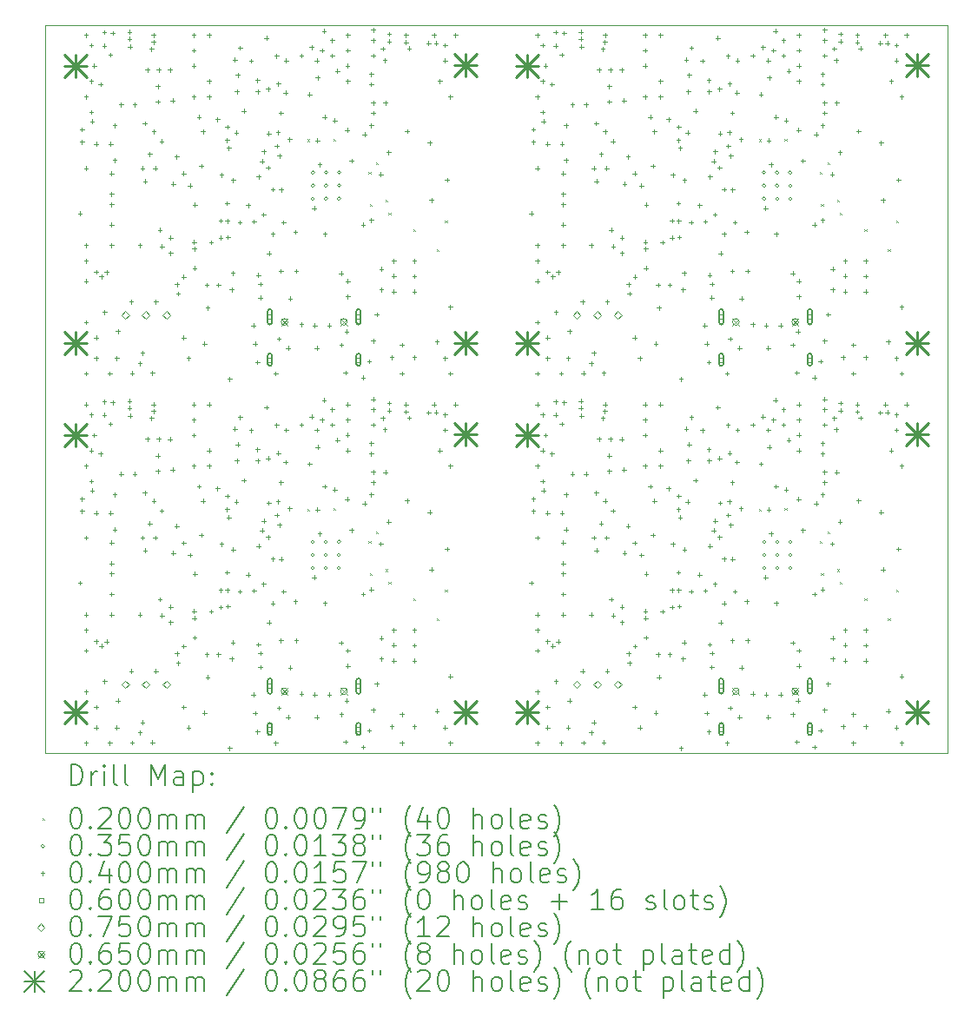
<source format=gbr>
%FSLAX45Y45*%
G04 Gerber Fmt 4.5, Leading zero omitted, Abs format (unit mm)*
G04 Created by KiCad (PCBNEW (6.0.4)) date 2022-09-20 14:12:45*
%MOMM*%
%LPD*%
G01*
G04 APERTURE LIST*
%TA.AperFunction,Profile*%
%ADD10C,0.050000*%
%TD*%
%ADD11C,0.200000*%
%ADD12C,0.020000*%
%ADD13C,0.035000*%
%ADD14C,0.040000*%
%ADD15C,0.060000*%
%ADD16C,0.075000*%
%ADD17C,0.065000*%
%ADD18C,0.220000*%
G04 APERTURE END LIST*
D10*
X12300000Y-6000000D02*
X21100000Y-6000000D01*
X21100000Y-6000000D02*
X21100000Y-13100000D01*
X21100000Y-13100000D02*
X12300000Y-13100000D01*
X12300000Y-13100000D02*
X12300000Y-6000000D01*
D11*
D12*
X14858710Y-7116580D02*
X14878710Y-7136580D01*
X14878710Y-7116580D02*
X14858710Y-7136580D01*
X14858710Y-10716580D02*
X14878710Y-10736580D01*
X14878710Y-10716580D02*
X14858710Y-10736580D01*
X15110000Y-7110000D02*
X15130000Y-7130000D01*
X15130000Y-7110000D02*
X15110000Y-7130000D01*
X15110000Y-10710000D02*
X15130000Y-10730000D01*
X15130000Y-10710000D02*
X15110000Y-10730000D01*
X15453582Y-7431598D02*
X15473582Y-7451598D01*
X15473582Y-7431598D02*
X15453582Y-7451598D01*
X15453582Y-11031598D02*
X15473582Y-11051598D01*
X15473582Y-11031598D02*
X15453582Y-11051598D01*
X15464980Y-7746500D02*
X15484980Y-7766500D01*
X15484980Y-7746500D02*
X15464980Y-7766500D01*
X15464980Y-11346500D02*
X15484980Y-11366500D01*
X15484980Y-11346500D02*
X15464980Y-11366500D01*
X15529273Y-7338899D02*
X15549273Y-7358899D01*
X15549273Y-7338899D02*
X15529273Y-7358899D01*
X15529273Y-10938899D02*
X15549273Y-10958899D01*
X15549273Y-10938899D02*
X15529273Y-10958899D01*
X15621057Y-7706325D02*
X15641057Y-7726325D01*
X15641057Y-7706325D02*
X15621057Y-7726325D01*
X15621057Y-11306325D02*
X15641057Y-11326325D01*
X15641057Y-11306325D02*
X15621057Y-11326325D01*
X15650000Y-7831410D02*
X15670000Y-7851410D01*
X15670000Y-7831410D02*
X15650000Y-7851410D01*
X15650000Y-11431410D02*
X15670000Y-11451410D01*
X15670000Y-11431410D02*
X15650000Y-11451410D01*
X15889160Y-7990340D02*
X15909160Y-8010340D01*
X15909160Y-7990340D02*
X15889160Y-8010340D01*
X15889160Y-11590340D02*
X15909160Y-11610340D01*
X15909160Y-11590340D02*
X15889160Y-11610340D01*
X16117760Y-8185920D02*
X16137760Y-8205920D01*
X16137760Y-8185920D02*
X16117760Y-8205920D01*
X16117760Y-11785920D02*
X16137760Y-11805920D01*
X16137760Y-11785920D02*
X16117760Y-11805920D01*
X16200619Y-7908701D02*
X16220619Y-7928701D01*
X16220619Y-7908701D02*
X16200619Y-7928701D01*
X16200619Y-11508701D02*
X16220619Y-11528701D01*
X16220619Y-11508701D02*
X16200619Y-11528701D01*
X19258710Y-7116580D02*
X19278710Y-7136580D01*
X19278710Y-7116580D02*
X19258710Y-7136580D01*
X19258710Y-10716580D02*
X19278710Y-10736580D01*
X19278710Y-10716580D02*
X19258710Y-10736580D01*
X19510000Y-7110000D02*
X19530000Y-7130000D01*
X19530000Y-7110000D02*
X19510000Y-7130000D01*
X19510000Y-10710000D02*
X19530000Y-10730000D01*
X19530000Y-10710000D02*
X19510000Y-10730000D01*
X19853582Y-7431598D02*
X19873582Y-7451598D01*
X19873582Y-7431598D02*
X19853582Y-7451598D01*
X19853582Y-11031598D02*
X19873582Y-11051598D01*
X19873582Y-11031598D02*
X19853582Y-11051598D01*
X19864980Y-7746500D02*
X19884980Y-7766500D01*
X19884980Y-7746500D02*
X19864980Y-7766500D01*
X19864980Y-11346500D02*
X19884980Y-11366500D01*
X19884980Y-11346500D02*
X19864980Y-11366500D01*
X19929273Y-7338899D02*
X19949273Y-7358899D01*
X19949273Y-7338899D02*
X19929273Y-7358899D01*
X19929273Y-10938899D02*
X19949273Y-10958899D01*
X19949273Y-10938899D02*
X19929273Y-10958899D01*
X20021057Y-7706325D02*
X20041057Y-7726325D01*
X20041057Y-7706325D02*
X20021057Y-7726325D01*
X20021057Y-11306325D02*
X20041057Y-11326325D01*
X20041057Y-11306325D02*
X20021057Y-11326325D01*
X20050000Y-7831410D02*
X20070000Y-7851410D01*
X20070000Y-7831410D02*
X20050000Y-7851410D01*
X20050000Y-11431410D02*
X20070000Y-11451410D01*
X20070000Y-11431410D02*
X20050000Y-11451410D01*
X20289160Y-7990340D02*
X20309160Y-8010340D01*
X20309160Y-7990340D02*
X20289160Y-8010340D01*
X20289160Y-11590340D02*
X20309160Y-11610340D01*
X20309160Y-11590340D02*
X20289160Y-11610340D01*
X20517760Y-8185920D02*
X20537760Y-8205920D01*
X20537760Y-8185920D02*
X20517760Y-8205920D01*
X20517760Y-11785920D02*
X20537760Y-11805920D01*
X20537760Y-11785920D02*
X20517760Y-11805920D01*
X20600619Y-7908701D02*
X20620619Y-7928701D01*
X20620619Y-7908701D02*
X20600619Y-7928701D01*
X20600619Y-11508701D02*
X20620619Y-11528701D01*
X20620619Y-11508701D02*
X20600619Y-11528701D01*
D13*
X14928760Y-7440190D02*
G75*
G03*
X14928760Y-7440190I-17500J0D01*
G01*
X14928760Y-7567690D02*
G75*
G03*
X14928760Y-7567690I-17500J0D01*
G01*
X14928760Y-7695190D02*
G75*
G03*
X14928760Y-7695190I-17500J0D01*
G01*
X14928760Y-11040190D02*
G75*
G03*
X14928760Y-11040190I-17500J0D01*
G01*
X14928760Y-11167690D02*
G75*
G03*
X14928760Y-11167690I-17500J0D01*
G01*
X14928760Y-11295190D02*
G75*
G03*
X14928760Y-11295190I-17500J0D01*
G01*
X15056260Y-7440190D02*
G75*
G03*
X15056260Y-7440190I-17500J0D01*
G01*
X15056260Y-7567690D02*
G75*
G03*
X15056260Y-7567690I-17500J0D01*
G01*
X15056260Y-7695190D02*
G75*
G03*
X15056260Y-7695190I-17500J0D01*
G01*
X15056260Y-11040190D02*
G75*
G03*
X15056260Y-11040190I-17500J0D01*
G01*
X15056260Y-11167690D02*
G75*
G03*
X15056260Y-11167690I-17500J0D01*
G01*
X15056260Y-11295190D02*
G75*
G03*
X15056260Y-11295190I-17500J0D01*
G01*
X15183760Y-7440190D02*
G75*
G03*
X15183760Y-7440190I-17500J0D01*
G01*
X15183760Y-7567690D02*
G75*
G03*
X15183760Y-7567690I-17500J0D01*
G01*
X15183760Y-7695190D02*
G75*
G03*
X15183760Y-7695190I-17500J0D01*
G01*
X15183760Y-11040190D02*
G75*
G03*
X15183760Y-11040190I-17500J0D01*
G01*
X15183760Y-11167690D02*
G75*
G03*
X15183760Y-11167690I-17500J0D01*
G01*
X15183760Y-11295190D02*
G75*
G03*
X15183760Y-11295190I-17500J0D01*
G01*
X19328760Y-7440190D02*
G75*
G03*
X19328760Y-7440190I-17500J0D01*
G01*
X19328760Y-7567690D02*
G75*
G03*
X19328760Y-7567690I-17500J0D01*
G01*
X19328760Y-7695190D02*
G75*
G03*
X19328760Y-7695190I-17500J0D01*
G01*
X19328760Y-11040190D02*
G75*
G03*
X19328760Y-11040190I-17500J0D01*
G01*
X19328760Y-11167690D02*
G75*
G03*
X19328760Y-11167690I-17500J0D01*
G01*
X19328760Y-11295190D02*
G75*
G03*
X19328760Y-11295190I-17500J0D01*
G01*
X19456260Y-7440190D02*
G75*
G03*
X19456260Y-7440190I-17500J0D01*
G01*
X19456260Y-7567690D02*
G75*
G03*
X19456260Y-7567690I-17500J0D01*
G01*
X19456260Y-7695190D02*
G75*
G03*
X19456260Y-7695190I-17500J0D01*
G01*
X19456260Y-11040190D02*
G75*
G03*
X19456260Y-11040190I-17500J0D01*
G01*
X19456260Y-11167690D02*
G75*
G03*
X19456260Y-11167690I-17500J0D01*
G01*
X19456260Y-11295190D02*
G75*
G03*
X19456260Y-11295190I-17500J0D01*
G01*
X19583760Y-7440190D02*
G75*
G03*
X19583760Y-7440190I-17500J0D01*
G01*
X19583760Y-7567690D02*
G75*
G03*
X19583760Y-7567690I-17500J0D01*
G01*
X19583760Y-7695190D02*
G75*
G03*
X19583760Y-7695190I-17500J0D01*
G01*
X19583760Y-11040190D02*
G75*
G03*
X19583760Y-11040190I-17500J0D01*
G01*
X19583760Y-11167690D02*
G75*
G03*
X19583760Y-11167690I-17500J0D01*
G01*
X19583760Y-11295190D02*
G75*
G03*
X19583760Y-11295190I-17500J0D01*
G01*
D14*
X12640000Y-7820000D02*
X12640000Y-7860000D01*
X12620000Y-7840000D02*
X12660000Y-7840000D01*
X12640000Y-11420000D02*
X12640000Y-11460000D01*
X12620000Y-11440000D02*
X12660000Y-11440000D01*
X12660000Y-7000000D02*
X12660000Y-7040000D01*
X12640000Y-7020000D02*
X12680000Y-7020000D01*
X12660000Y-7120000D02*
X12660000Y-7160000D01*
X12640000Y-7140000D02*
X12680000Y-7140000D01*
X12660000Y-10600000D02*
X12660000Y-10640000D01*
X12640000Y-10620000D02*
X12680000Y-10620000D01*
X12660000Y-10720000D02*
X12660000Y-10760000D01*
X12640000Y-10740000D02*
X12680000Y-10740000D01*
X12700000Y-6080000D02*
X12700000Y-6120000D01*
X12680000Y-6100000D02*
X12720000Y-6100000D01*
X12700000Y-6680000D02*
X12700000Y-6720000D01*
X12680000Y-6700000D02*
X12720000Y-6700000D01*
X12700000Y-7380000D02*
X12700000Y-7420000D01*
X12680000Y-7400000D02*
X12720000Y-7400000D01*
X12700000Y-8130000D02*
X12700000Y-8170000D01*
X12680000Y-8150000D02*
X12720000Y-8150000D01*
X12700000Y-8280000D02*
X12700000Y-8320000D01*
X12680000Y-8300000D02*
X12720000Y-8300000D01*
X12700000Y-8480000D02*
X12700000Y-8520000D01*
X12680000Y-8500000D02*
X12720000Y-8500000D01*
X12700000Y-8880000D02*
X12700000Y-8920000D01*
X12680000Y-8900000D02*
X12720000Y-8900000D01*
X12700000Y-9380000D02*
X12700000Y-9420000D01*
X12680000Y-9400000D02*
X12720000Y-9400000D01*
X12700000Y-9680000D02*
X12700000Y-9720000D01*
X12680000Y-9700000D02*
X12720000Y-9700000D01*
X12700000Y-10280000D02*
X12700000Y-10320000D01*
X12680000Y-10300000D02*
X12720000Y-10300000D01*
X12700000Y-10980000D02*
X12700000Y-11020000D01*
X12680000Y-11000000D02*
X12720000Y-11000000D01*
X12700000Y-11730000D02*
X12700000Y-11770000D01*
X12680000Y-11750000D02*
X12720000Y-11750000D01*
X12700000Y-11880000D02*
X12700000Y-11920000D01*
X12680000Y-11900000D02*
X12720000Y-11900000D01*
X12700000Y-12080000D02*
X12700000Y-12120000D01*
X12680000Y-12100000D02*
X12720000Y-12100000D01*
X12700000Y-12480000D02*
X12700000Y-12520000D01*
X12680000Y-12500000D02*
X12720000Y-12500000D01*
X12700000Y-12980000D02*
X12700000Y-13020000D01*
X12680000Y-13000000D02*
X12720000Y-13000000D01*
X12750000Y-6180000D02*
X12750000Y-6220000D01*
X12730000Y-6200000D02*
X12770000Y-6200000D01*
X12750000Y-6530000D02*
X12750000Y-6570000D01*
X12730000Y-6550000D02*
X12770000Y-6550000D01*
X12750000Y-6830000D02*
X12750000Y-6870000D01*
X12730000Y-6850000D02*
X12770000Y-6850000D01*
X12750000Y-9780000D02*
X12750000Y-9820000D01*
X12730000Y-9800000D02*
X12770000Y-9800000D01*
X12750000Y-10130000D02*
X12750000Y-10170000D01*
X12730000Y-10150000D02*
X12770000Y-10150000D01*
X12750000Y-10430000D02*
X12750000Y-10470000D01*
X12730000Y-10450000D02*
X12770000Y-10450000D01*
X12760000Y-6920000D02*
X12760000Y-6960000D01*
X12740000Y-6940000D02*
X12780000Y-6940000D01*
X12760000Y-10520000D02*
X12760000Y-10560000D01*
X12740000Y-10540000D02*
X12780000Y-10540000D01*
X12780000Y-6380000D02*
X12780000Y-6420000D01*
X12760000Y-6400000D02*
X12800000Y-6400000D01*
X12780000Y-9980000D02*
X12780000Y-10020000D01*
X12760000Y-10000000D02*
X12800000Y-10000000D01*
X12797820Y-8389280D02*
X12797820Y-8429280D01*
X12777820Y-8409280D02*
X12817820Y-8409280D01*
X12797820Y-11989280D02*
X12797820Y-12029280D01*
X12777820Y-12009280D02*
X12817820Y-12009280D01*
X12800000Y-7140000D02*
X12800000Y-7180000D01*
X12780000Y-7160000D02*
X12820000Y-7160000D01*
X12800000Y-9030000D02*
X12800000Y-9070000D01*
X12780000Y-9050000D02*
X12820000Y-9050000D01*
X12800000Y-9230000D02*
X12800000Y-9270000D01*
X12780000Y-9250000D02*
X12820000Y-9250000D01*
X12800000Y-10740000D02*
X12800000Y-10780000D01*
X12780000Y-10760000D02*
X12820000Y-10760000D01*
X12800000Y-12630000D02*
X12800000Y-12670000D01*
X12780000Y-12650000D02*
X12820000Y-12650000D01*
X12800000Y-12830000D02*
X12800000Y-12870000D01*
X12780000Y-12850000D02*
X12820000Y-12850000D01*
X12841000Y-6560480D02*
X12841000Y-6600480D01*
X12821000Y-6580480D02*
X12861000Y-6580480D01*
X12841000Y-10160480D02*
X12841000Y-10200480D01*
X12821000Y-10180480D02*
X12861000Y-10180480D01*
X12848620Y-8435000D02*
X12848620Y-8475000D01*
X12828620Y-8455000D02*
X12868620Y-8455000D01*
X12848620Y-12035000D02*
X12848620Y-12075000D01*
X12828620Y-12055000D02*
X12868620Y-12055000D01*
X12879100Y-6052480D02*
X12879100Y-6092480D01*
X12859100Y-6072480D02*
X12899100Y-6072480D01*
X12879100Y-6184560D02*
X12879100Y-6224560D01*
X12859100Y-6204560D02*
X12899100Y-6204560D01*
X12879100Y-9652480D02*
X12879100Y-9692480D01*
X12859100Y-9672480D02*
X12899100Y-9672480D01*
X12879100Y-9784560D02*
X12879100Y-9824560D01*
X12859100Y-9804560D02*
X12899100Y-9804560D01*
X12880000Y-8780000D02*
X12880000Y-8820000D01*
X12860000Y-8800000D02*
X12900000Y-8800000D01*
X12880000Y-12380000D02*
X12880000Y-12420000D01*
X12860000Y-12400000D02*
X12900000Y-12400000D01*
X12901960Y-8391820D02*
X12901960Y-8431820D01*
X12881960Y-8411820D02*
X12921960Y-8411820D01*
X12901960Y-11991820D02*
X12901960Y-12031820D01*
X12881960Y-12011820D02*
X12921960Y-12011820D01*
X12932149Y-9380000D02*
X12932149Y-9420000D01*
X12912149Y-9400000D02*
X12952149Y-9400000D01*
X12932149Y-12980000D02*
X12932149Y-13020000D01*
X12912149Y-13000000D02*
X12952149Y-13000000D01*
X12938025Y-6271010D02*
X12938025Y-6311010D01*
X12918025Y-6291010D02*
X12958025Y-6291010D01*
X12938025Y-9871010D02*
X12938025Y-9911010D01*
X12918025Y-9891010D02*
X12958025Y-9891010D01*
X12940000Y-7140000D02*
X12940000Y-7180000D01*
X12920000Y-7160000D02*
X12960000Y-7160000D01*
X12940000Y-10740000D02*
X12940000Y-10780000D01*
X12920000Y-10760000D02*
X12960000Y-10760000D01*
X12949648Y-7429071D02*
X12949648Y-7469071D01*
X12929648Y-7449071D02*
X12969648Y-7449071D01*
X12949648Y-11029071D02*
X12949648Y-11069071D01*
X12929648Y-11049071D02*
X12969648Y-11049071D01*
X12950000Y-7630000D02*
X12950000Y-7670000D01*
X12930000Y-7650000D02*
X12970000Y-7650000D01*
X12950000Y-7730000D02*
X12950000Y-7770000D01*
X12930000Y-7750000D02*
X12970000Y-7750000D01*
X12950000Y-7930000D02*
X12950000Y-7970000D01*
X12930000Y-7950000D02*
X12970000Y-7950000D01*
X12950000Y-8130000D02*
X12950000Y-8170000D01*
X12930000Y-8150000D02*
X12970000Y-8150000D01*
X12950000Y-11230000D02*
X12950000Y-11270000D01*
X12930000Y-11250000D02*
X12970000Y-11250000D01*
X12950000Y-11330000D02*
X12950000Y-11370000D01*
X12930000Y-11350000D02*
X12970000Y-11350000D01*
X12950000Y-11530000D02*
X12950000Y-11570000D01*
X12930000Y-11550000D02*
X12970000Y-11550000D01*
X12950000Y-11730000D02*
X12950000Y-11770000D01*
X12930000Y-11750000D02*
X12970000Y-11750000D01*
X12959210Y-6060100D02*
X12959210Y-6100100D01*
X12939210Y-6080100D02*
X12979210Y-6080100D01*
X12959210Y-9660100D02*
X12959210Y-9700100D01*
X12939210Y-9680100D02*
X12979210Y-9680100D01*
X12980000Y-6960000D02*
X12980000Y-7000000D01*
X12960000Y-6980000D02*
X13000000Y-6980000D01*
X12980000Y-7300000D02*
X12980000Y-7340000D01*
X12960000Y-7320000D02*
X13000000Y-7320000D01*
X12980000Y-10560000D02*
X12980000Y-10600000D01*
X12960000Y-10580000D02*
X13000000Y-10580000D01*
X12980000Y-10900000D02*
X12980000Y-10940000D01*
X12960000Y-10920000D02*
X13000000Y-10920000D01*
X13000000Y-9230000D02*
X13000000Y-9270000D01*
X12980000Y-9250000D02*
X13020000Y-9250000D01*
X13000000Y-12830000D02*
X13000000Y-12870000D01*
X12980000Y-12850000D02*
X13020000Y-12850000D01*
X13012325Y-8967445D02*
X13012325Y-9007445D01*
X12992325Y-8987445D02*
X13032325Y-8987445D01*
X13012325Y-12567445D02*
X13012325Y-12607445D01*
X12992325Y-12587445D02*
X13032325Y-12587445D01*
X13041660Y-6758600D02*
X13041660Y-6798600D01*
X13021660Y-6778600D02*
X13061660Y-6778600D01*
X13041660Y-10358600D02*
X13041660Y-10398600D01*
X13021660Y-10378600D02*
X13061660Y-10378600D01*
X13123159Y-6048388D02*
X13123159Y-6088388D01*
X13103159Y-6068388D02*
X13143159Y-6068388D01*
X13123159Y-9648388D02*
X13123159Y-9688388D01*
X13103159Y-9668388D02*
X13143159Y-9668388D01*
X13124110Y-6115980D02*
X13124110Y-6155980D01*
X13104110Y-6135980D02*
X13144110Y-6135980D01*
X13124110Y-9715980D02*
X13124110Y-9755980D01*
X13104110Y-9735980D02*
X13144110Y-9735980D01*
X13128020Y-6192180D02*
X13128020Y-6232180D01*
X13108020Y-6212180D02*
X13148020Y-6212180D01*
X13128020Y-9792180D02*
X13128020Y-9832180D01*
X13108020Y-9812180D02*
X13148020Y-9812180D01*
X13140000Y-8680000D02*
X13140000Y-8720000D01*
X13120000Y-8700000D02*
X13160000Y-8700000D01*
X13140000Y-12280000D02*
X13140000Y-12320000D01*
X13120000Y-12300000D02*
X13160000Y-12300000D01*
X13150000Y-9377808D02*
X13150000Y-9417808D01*
X13130000Y-9397808D02*
X13170000Y-9397808D01*
X13150000Y-12977808D02*
X13150000Y-13017808D01*
X13130000Y-12997808D02*
X13170000Y-12997808D01*
X13173740Y-6758600D02*
X13173740Y-6798600D01*
X13153740Y-6778600D02*
X13193740Y-6778600D01*
X13173740Y-10358600D02*
X13173740Y-10398600D01*
X13153740Y-10378600D02*
X13193740Y-10378600D01*
X13225000Y-8130000D02*
X13225000Y-8170000D01*
X13205000Y-8150000D02*
X13245000Y-8150000D01*
X13225000Y-9280000D02*
X13225000Y-9320000D01*
X13205000Y-9300000D02*
X13245000Y-9300000D01*
X13225000Y-11730000D02*
X13225000Y-11770000D01*
X13205000Y-11750000D02*
X13245000Y-11750000D01*
X13225000Y-12880000D02*
X13225000Y-12920000D01*
X13205000Y-12900000D02*
X13245000Y-12900000D01*
X13250000Y-7380000D02*
X13250000Y-7420000D01*
X13230000Y-7400000D02*
X13270000Y-7400000D01*
X13250000Y-9180000D02*
X13250000Y-9220000D01*
X13230000Y-9200000D02*
X13270000Y-9200000D01*
X13250000Y-10980000D02*
X13250000Y-11020000D01*
X13230000Y-11000000D02*
X13270000Y-11000000D01*
X13250000Y-12780000D02*
X13250000Y-12820000D01*
X13230000Y-12800000D02*
X13270000Y-12800000D01*
X13272167Y-6941554D02*
X13272167Y-6981554D01*
X13252167Y-6961554D02*
X13292167Y-6961554D01*
X13272167Y-10541554D02*
X13272167Y-10581554D01*
X13252167Y-10561554D02*
X13292167Y-10561554D01*
X13275000Y-7505000D02*
X13275000Y-7545000D01*
X13255000Y-7525000D02*
X13295000Y-7525000D01*
X13275000Y-11105000D02*
X13275000Y-11145000D01*
X13255000Y-11125000D02*
X13295000Y-11125000D01*
X13300000Y-6418240D02*
X13300000Y-6458240D01*
X13280000Y-6438240D02*
X13320000Y-6438240D01*
X13300000Y-10018240D02*
X13300000Y-10058240D01*
X13280000Y-10038240D02*
X13320000Y-10038240D01*
X13320000Y-7240000D02*
X13320000Y-7280000D01*
X13300000Y-7260000D02*
X13340000Y-7260000D01*
X13320000Y-10840000D02*
X13320000Y-10880000D01*
X13300000Y-10860000D02*
X13340000Y-10860000D01*
X13338840Y-6215040D02*
X13338840Y-6255040D01*
X13318840Y-6235040D02*
X13358840Y-6235040D01*
X13338840Y-9815040D02*
X13338840Y-9855040D01*
X13318840Y-9835040D02*
X13358840Y-9835040D01*
X13346527Y-9374498D02*
X13346527Y-9414498D01*
X13326527Y-9394498D02*
X13366527Y-9394498D01*
X13346527Y-12974498D02*
X13346527Y-13014498D01*
X13326527Y-12994498D02*
X13366527Y-12994498D01*
X13356620Y-6146460D02*
X13356620Y-6186460D01*
X13336620Y-6166460D02*
X13376620Y-6166460D01*
X13356620Y-9746460D02*
X13356620Y-9786460D01*
X13336620Y-9766460D02*
X13376620Y-9766460D01*
X13359160Y-6080420D02*
X13359160Y-6120420D01*
X13339160Y-6100420D02*
X13379160Y-6100420D01*
X13359160Y-9680420D02*
X13359160Y-9720420D01*
X13339160Y-9700420D02*
X13379160Y-9700420D01*
X13360000Y-7020000D02*
X13360000Y-7060000D01*
X13340000Y-7040000D02*
X13380000Y-7040000D01*
X13360000Y-10620000D02*
X13360000Y-10660000D01*
X13340000Y-10640000D02*
X13380000Y-10640000D01*
X13375000Y-7380000D02*
X13375000Y-7420000D01*
X13355000Y-7400000D02*
X13395000Y-7400000D01*
X13375000Y-10980000D02*
X13375000Y-11020000D01*
X13355000Y-11000000D02*
X13395000Y-11000000D01*
X13380000Y-8680000D02*
X13380000Y-8720000D01*
X13360000Y-8700000D02*
X13400000Y-8700000D01*
X13380000Y-12280000D02*
X13380000Y-12320000D01*
X13360000Y-12300000D02*
X13400000Y-12300000D01*
X13400000Y-6580000D02*
X13400000Y-6620000D01*
X13380000Y-6600000D02*
X13420000Y-6600000D01*
X13400000Y-6730000D02*
X13400000Y-6770000D01*
X13380000Y-6750000D02*
X13420000Y-6750000D01*
X13400000Y-10180000D02*
X13400000Y-10220000D01*
X13380000Y-10200000D02*
X13420000Y-10200000D01*
X13400000Y-10330000D02*
X13400000Y-10370000D01*
X13380000Y-10350000D02*
X13420000Y-10350000D01*
X13409960Y-6418240D02*
X13409960Y-6458240D01*
X13389960Y-6438240D02*
X13429960Y-6438240D01*
X13409960Y-10018240D02*
X13409960Y-10058240D01*
X13389960Y-10038240D02*
X13429960Y-10038240D01*
X13420000Y-7980000D02*
X13420000Y-8020000D01*
X13400000Y-8000000D02*
X13440000Y-8000000D01*
X13420000Y-11580000D02*
X13420000Y-11620000D01*
X13400000Y-11600000D02*
X13440000Y-11600000D01*
X13437900Y-7116740D02*
X13437900Y-7156740D01*
X13417900Y-7136740D02*
X13457900Y-7136740D01*
X13437900Y-10716740D02*
X13437900Y-10756740D01*
X13417900Y-10736740D02*
X13457900Y-10736740D01*
X13440000Y-8140000D02*
X13440000Y-8180000D01*
X13420000Y-8160000D02*
X13460000Y-8160000D01*
X13440000Y-11740000D02*
X13440000Y-11780000D01*
X13420000Y-11760000D02*
X13460000Y-11760000D01*
X13520000Y-6420000D02*
X13520000Y-6460000D01*
X13500000Y-6440000D02*
X13540000Y-6440000D01*
X13520000Y-10020000D02*
X13520000Y-10060000D01*
X13500000Y-10040000D02*
X13540000Y-10040000D01*
X13525000Y-8055000D02*
X13525000Y-8095000D01*
X13505000Y-8075000D02*
X13545000Y-8075000D01*
X13525000Y-8205000D02*
X13525000Y-8245000D01*
X13505000Y-8225000D02*
X13545000Y-8225000D01*
X13525000Y-11655000D02*
X13525000Y-11695000D01*
X13505000Y-11675000D02*
X13545000Y-11675000D01*
X13525000Y-11805000D02*
X13525000Y-11845000D01*
X13505000Y-11825000D02*
X13545000Y-11825000D01*
X13544580Y-6717960D02*
X13544580Y-6757960D01*
X13524580Y-6737960D02*
X13564580Y-6737960D01*
X13544580Y-10317960D02*
X13544580Y-10357960D01*
X13524580Y-10337960D02*
X13564580Y-10337960D01*
X13550000Y-7530000D02*
X13550000Y-7570000D01*
X13530000Y-7550000D02*
X13570000Y-7550000D01*
X13550000Y-11130000D02*
X13550000Y-11170000D01*
X13530000Y-11150000D02*
X13570000Y-11150000D01*
X13582680Y-7266600D02*
X13582680Y-7306600D01*
X13562680Y-7286600D02*
X13602680Y-7286600D01*
X13582680Y-10866600D02*
X13582680Y-10906600D01*
X13562680Y-10886600D02*
X13602680Y-10886600D01*
X13587760Y-8508660D02*
X13587760Y-8548660D01*
X13567760Y-8528660D02*
X13607760Y-8528660D01*
X13587760Y-12108660D02*
X13587760Y-12148660D01*
X13567760Y-12128660D02*
X13607760Y-12128660D01*
X13597920Y-8600100D02*
X13597920Y-8640100D01*
X13577920Y-8620100D02*
X13617920Y-8620100D01*
X13597920Y-12200100D02*
X13597920Y-12240100D01*
X13577920Y-12220100D02*
X13617920Y-12220100D01*
X13650000Y-7430000D02*
X13650000Y-7470000D01*
X13630000Y-7450000D02*
X13670000Y-7450000D01*
X13650000Y-9030000D02*
X13650000Y-9070000D01*
X13630000Y-9050000D02*
X13670000Y-9050000D01*
X13650000Y-11030000D02*
X13650000Y-11070000D01*
X13630000Y-11050000D02*
X13670000Y-11050000D01*
X13650000Y-12630000D02*
X13650000Y-12670000D01*
X13630000Y-12650000D02*
X13670000Y-12650000D01*
X13650424Y-8437726D02*
X13650424Y-8477726D01*
X13630424Y-8457726D02*
X13670424Y-8457726D01*
X13650424Y-12037726D02*
X13650424Y-12077726D01*
X13630424Y-12057726D02*
X13670424Y-12057726D01*
X13700000Y-9230000D02*
X13700000Y-9270000D01*
X13680000Y-9250000D02*
X13720000Y-9250000D01*
X13700000Y-12830000D02*
X13700000Y-12870000D01*
X13680000Y-12850000D02*
X13720000Y-12850000D01*
X13712220Y-7548540D02*
X13712220Y-7588540D01*
X13692220Y-7568540D02*
X13732220Y-7568540D01*
X13712220Y-11148540D02*
X13712220Y-11188540D01*
X13692220Y-11168540D02*
X13732220Y-11168540D01*
X13749025Y-6379504D02*
X13749025Y-6419504D01*
X13729025Y-6399504D02*
X13769025Y-6399504D01*
X13749025Y-9979504D02*
X13749025Y-10019504D01*
X13729025Y-9999504D02*
X13769025Y-9999504D01*
X13750000Y-6080000D02*
X13750000Y-6120000D01*
X13730000Y-6100000D02*
X13770000Y-6100000D01*
X13750000Y-6230000D02*
X13750000Y-6270000D01*
X13730000Y-6250000D02*
X13770000Y-6250000D01*
X13750000Y-6680000D02*
X13750000Y-6720000D01*
X13730000Y-6700000D02*
X13770000Y-6700000D01*
X13750000Y-9680000D02*
X13750000Y-9720000D01*
X13730000Y-9700000D02*
X13770000Y-9700000D01*
X13750000Y-9830000D02*
X13750000Y-9870000D01*
X13730000Y-9850000D02*
X13770000Y-9850000D01*
X13750000Y-10280000D02*
X13750000Y-10320000D01*
X13730000Y-10300000D02*
X13770000Y-10300000D01*
X13752860Y-8097180D02*
X13752860Y-8137180D01*
X13732860Y-8117180D02*
X13772860Y-8117180D01*
X13752860Y-11697180D02*
X13752860Y-11737180D01*
X13732860Y-11717180D02*
X13772860Y-11717180D01*
X13755400Y-8163220D02*
X13755400Y-8203220D01*
X13735400Y-8183220D02*
X13775400Y-8183220D01*
X13755400Y-11763220D02*
X13755400Y-11803220D01*
X13735400Y-11783220D02*
X13775400Y-11783220D01*
X13757940Y-8352232D02*
X13757940Y-8392232D01*
X13737940Y-8372232D02*
X13777940Y-8372232D01*
X13757940Y-11952232D02*
X13757940Y-11992232D01*
X13737940Y-11972232D02*
X13777940Y-11972232D01*
X13760480Y-7733960D02*
X13760480Y-7773960D01*
X13740480Y-7753960D02*
X13780480Y-7753960D01*
X13760480Y-11333960D02*
X13760480Y-11373960D01*
X13740480Y-11353960D02*
X13780480Y-11353960D01*
X13800000Y-6880000D02*
X13800000Y-6920000D01*
X13780000Y-6900000D02*
X13820000Y-6900000D01*
X13800000Y-10480000D02*
X13800000Y-10520000D01*
X13780000Y-10500000D02*
X13820000Y-10500000D01*
X13825000Y-7355000D02*
X13825000Y-7395000D01*
X13805000Y-7375000D02*
X13845000Y-7375000D01*
X13825000Y-10955000D02*
X13825000Y-10995000D01*
X13805000Y-10975000D02*
X13845000Y-10975000D01*
X13840000Y-7020000D02*
X13840000Y-7060000D01*
X13820000Y-7040000D02*
X13860000Y-7040000D01*
X13840000Y-10620000D02*
X13840000Y-10660000D01*
X13820000Y-10640000D02*
X13860000Y-10640000D01*
X13854460Y-9087600D02*
X13854460Y-9127600D01*
X13834460Y-9107600D02*
X13874460Y-9107600D01*
X13854460Y-12687600D02*
X13854460Y-12727600D01*
X13834460Y-12707600D02*
X13874460Y-12707600D01*
X13877320Y-8515330D02*
X13877320Y-8555330D01*
X13857320Y-8535330D02*
X13897320Y-8535330D01*
X13877320Y-12115330D02*
X13877320Y-12155330D01*
X13857320Y-12135330D02*
X13897320Y-12135330D01*
X13884940Y-8739800D02*
X13884940Y-8779800D01*
X13864940Y-8759800D02*
X13904940Y-8759800D01*
X13884940Y-12339800D02*
X13884940Y-12379800D01*
X13864940Y-12359800D02*
X13904940Y-12359800D01*
X13900000Y-6080000D02*
X13900000Y-6120000D01*
X13880000Y-6100000D02*
X13920000Y-6100000D01*
X13900000Y-6530000D02*
X13900000Y-6570000D01*
X13880000Y-6550000D02*
X13920000Y-6550000D01*
X13900000Y-6680000D02*
X13900000Y-6720000D01*
X13880000Y-6700000D02*
X13920000Y-6700000D01*
X13900000Y-9680000D02*
X13900000Y-9720000D01*
X13880000Y-9700000D02*
X13920000Y-9700000D01*
X13900000Y-10130000D02*
X13900000Y-10170000D01*
X13880000Y-10150000D02*
X13920000Y-10150000D01*
X13900000Y-10280000D02*
X13900000Y-10320000D01*
X13880000Y-10300000D02*
X13920000Y-10300000D01*
X13920000Y-8100000D02*
X13920000Y-8140000D01*
X13900000Y-8120000D02*
X13940000Y-8120000D01*
X13920000Y-11700000D02*
X13920000Y-11740000D01*
X13900000Y-11720000D02*
X13940000Y-11720000D01*
X13980000Y-6900000D02*
X13980000Y-6940000D01*
X13960000Y-6920000D02*
X14000000Y-6920000D01*
X13980000Y-10500000D02*
X13980000Y-10540000D01*
X13960000Y-10520000D02*
X14000000Y-10520000D01*
X13989080Y-8516280D02*
X13989080Y-8556280D01*
X13969080Y-8536280D02*
X14009080Y-8536280D01*
X13989080Y-12116280D02*
X13989080Y-12156280D01*
X13969080Y-12136280D02*
X14009080Y-12136280D01*
X14012995Y-7889955D02*
X14012995Y-7929955D01*
X13992995Y-7909955D02*
X14032995Y-7909955D01*
X14012995Y-11489955D02*
X14012995Y-11529955D01*
X13992995Y-11509955D02*
X14032995Y-11509955D01*
X14013399Y-8055742D02*
X14013399Y-8095742D01*
X13993399Y-8075742D02*
X14033399Y-8075742D01*
X14013399Y-11655742D02*
X14013399Y-11695742D01*
X13993399Y-11675742D02*
X14033399Y-11675742D01*
X14022100Y-7442870D02*
X14022100Y-7482870D01*
X14002100Y-7462870D02*
X14042100Y-7462870D01*
X14022100Y-11042870D02*
X14022100Y-11082870D01*
X14002100Y-11062870D02*
X14042100Y-11062870D01*
X14073422Y-7104040D02*
X14073422Y-7144040D01*
X14053422Y-7124040D02*
X14093422Y-7124040D01*
X14073422Y-10704040D02*
X14073422Y-10744040D01*
X14053422Y-10724040D02*
X14093422Y-10724040D01*
X14075440Y-7718720D02*
X14075440Y-7758720D01*
X14055440Y-7738720D02*
X14095440Y-7738720D01*
X14075440Y-11318720D02*
X14075440Y-11358720D01*
X14055440Y-11338720D02*
X14095440Y-11338720D01*
X14076393Y-6973731D02*
X14076393Y-7013731D01*
X14056393Y-6993731D02*
X14096393Y-6993731D01*
X14076393Y-10573731D02*
X14076393Y-10613731D01*
X14056393Y-10593731D02*
X14096393Y-10593731D01*
X14077980Y-7891440D02*
X14077980Y-7931440D01*
X14057980Y-7911440D02*
X14097980Y-7911440D01*
X14077980Y-11491440D02*
X14077980Y-11531440D01*
X14057980Y-11511440D02*
X14097980Y-11511440D01*
X14083060Y-8048920D02*
X14083060Y-8088920D01*
X14063060Y-8068920D02*
X14103060Y-8068920D01*
X14083060Y-11648920D02*
X14083060Y-11688920D01*
X14063060Y-11668920D02*
X14103060Y-11668920D01*
X14092186Y-7181757D02*
X14092186Y-7221757D01*
X14072186Y-7201757D02*
X14112186Y-7201757D01*
X14092186Y-10781757D02*
X14092186Y-10821757D01*
X14072186Y-10801757D02*
X14112186Y-10801757D01*
X14100000Y-9431950D02*
X14100000Y-9471950D01*
X14080000Y-9451950D02*
X14120000Y-9451950D01*
X14100000Y-13031950D02*
X14100000Y-13071950D01*
X14080000Y-13051950D02*
X14120000Y-13051950D01*
X14120000Y-8560000D02*
X14120000Y-8600000D01*
X14100000Y-8580000D02*
X14140000Y-8580000D01*
X14120000Y-12160000D02*
X14120000Y-12200000D01*
X14100000Y-12180000D02*
X14140000Y-12180000D01*
X14130000Y-8400000D02*
X14130000Y-8440000D01*
X14110000Y-8420000D02*
X14150000Y-8420000D01*
X14130000Y-12000000D02*
X14130000Y-12040000D01*
X14110000Y-12020000D02*
X14150000Y-12020000D01*
X14133860Y-7495200D02*
X14133860Y-7535200D01*
X14113860Y-7515200D02*
X14153860Y-7515200D01*
X14133860Y-11095200D02*
X14133860Y-11135200D01*
X14113860Y-11115200D02*
X14153860Y-11115200D01*
X14150000Y-6320000D02*
X14150000Y-6360000D01*
X14130000Y-6340000D02*
X14170000Y-6340000D01*
X14150000Y-9920000D02*
X14150000Y-9960000D01*
X14130000Y-9940000D02*
X14170000Y-9940000D01*
X14164647Y-7030073D02*
X14164647Y-7070073D01*
X14144647Y-7050073D02*
X14184647Y-7050073D01*
X14164647Y-10630073D02*
X14164647Y-10670073D01*
X14144647Y-10650073D02*
X14184647Y-10650073D01*
X14170000Y-6630000D02*
X14170000Y-6670000D01*
X14150000Y-6650000D02*
X14190000Y-6650000D01*
X14170000Y-10230000D02*
X14170000Y-10270000D01*
X14150000Y-10250000D02*
X14190000Y-10250000D01*
X14180000Y-6470000D02*
X14180000Y-6510000D01*
X14160000Y-6490000D02*
X14200000Y-6490000D01*
X14180000Y-10070000D02*
X14180000Y-10110000D01*
X14160000Y-10090000D02*
X14200000Y-10090000D01*
X14200000Y-7905000D02*
X14200000Y-7945000D01*
X14180000Y-7925000D02*
X14220000Y-7925000D01*
X14200000Y-11505000D02*
X14200000Y-11545000D01*
X14180000Y-11525000D02*
X14220000Y-11525000D01*
X14200613Y-6205050D02*
X14200613Y-6245050D01*
X14180613Y-6225050D02*
X14220613Y-6225050D01*
X14200613Y-9805050D02*
X14200613Y-9845050D01*
X14180613Y-9825050D02*
X14220613Y-9825050D01*
X14240000Y-6820000D02*
X14240000Y-6860000D01*
X14220000Y-6840000D02*
X14260000Y-6840000D01*
X14240000Y-10420000D02*
X14240000Y-10460000D01*
X14220000Y-10440000D02*
X14260000Y-10440000D01*
X14280000Y-7740000D02*
X14280000Y-7780000D01*
X14260000Y-7760000D02*
X14300000Y-7760000D01*
X14280000Y-11340000D02*
X14280000Y-11380000D01*
X14260000Y-11360000D02*
X14300000Y-11360000D01*
X14310000Y-6332450D02*
X14310000Y-6372450D01*
X14290000Y-6352450D02*
X14330000Y-6352450D01*
X14310000Y-9932450D02*
X14310000Y-9972450D01*
X14290000Y-9952450D02*
X14330000Y-9952450D01*
X14332470Y-8909980D02*
X14332470Y-8949980D01*
X14312470Y-8929980D02*
X14352470Y-8929980D01*
X14332470Y-12509980D02*
X14332470Y-12549980D01*
X14312470Y-12529980D02*
X14352470Y-12529980D01*
X14337060Y-7896520D02*
X14337060Y-7936520D01*
X14317060Y-7916520D02*
X14357060Y-7916520D01*
X14337060Y-11496520D02*
X14337060Y-11536520D01*
X14317060Y-11516520D02*
X14357060Y-11516520D01*
X14350000Y-9090000D02*
X14350000Y-9130000D01*
X14330000Y-9110000D02*
X14370000Y-9110000D01*
X14350000Y-12690000D02*
X14350000Y-12730000D01*
X14330000Y-12710000D02*
X14370000Y-12710000D01*
X14370000Y-6520000D02*
X14370000Y-6560000D01*
X14350000Y-6540000D02*
X14390000Y-6540000D01*
X14370000Y-9270000D02*
X14370000Y-9310000D01*
X14350000Y-9290000D02*
X14390000Y-9290000D01*
X14370000Y-10120000D02*
X14370000Y-10160000D01*
X14350000Y-10140000D02*
X14390000Y-10140000D01*
X14370000Y-12870000D02*
X14370000Y-12910000D01*
X14350000Y-12890000D02*
X14390000Y-12890000D01*
X14375000Y-6630000D02*
X14375000Y-6670000D01*
X14355000Y-6650000D02*
X14395000Y-6650000D01*
X14375000Y-10230000D02*
X14375000Y-10270000D01*
X14355000Y-10250000D02*
X14395000Y-10250000D01*
X14380000Y-8420000D02*
X14380000Y-8460000D01*
X14360000Y-8440000D02*
X14400000Y-8440000D01*
X14380000Y-12020000D02*
X14380000Y-12060000D01*
X14360000Y-12040000D02*
X14400000Y-12040000D01*
X14381260Y-7460928D02*
X14381260Y-7500928D01*
X14361260Y-7480928D02*
X14401260Y-7480928D01*
X14381260Y-11060928D02*
X14381260Y-11100928D01*
X14361260Y-11080928D02*
X14401260Y-11080928D01*
X14400000Y-8640000D02*
X14400000Y-8680000D01*
X14380000Y-8660000D02*
X14420000Y-8660000D01*
X14400000Y-12240000D02*
X14400000Y-12280000D01*
X14380000Y-12260000D02*
X14420000Y-12260000D01*
X14400560Y-8506120D02*
X14400560Y-8546120D01*
X14380560Y-8526120D02*
X14420560Y-8526120D01*
X14400560Y-12106120D02*
X14400560Y-12146120D01*
X14380560Y-12126120D02*
X14420560Y-12126120D01*
X14417817Y-7310102D02*
X14417817Y-7350102D01*
X14397817Y-7330102D02*
X14437817Y-7330102D01*
X14417817Y-10910102D02*
X14417817Y-10950102D01*
X14397817Y-10930102D02*
X14437817Y-10930102D01*
X14430886Y-7829450D02*
X14430886Y-7869450D01*
X14410886Y-7849450D02*
X14450886Y-7849450D01*
X14430886Y-11429450D02*
X14430886Y-11469450D01*
X14410886Y-11449450D02*
X14450886Y-11449450D01*
X14433580Y-7215800D02*
X14433580Y-7255800D01*
X14413580Y-7235800D02*
X14453580Y-7235800D01*
X14433580Y-10815800D02*
X14433580Y-10855800D01*
X14413580Y-10835800D02*
X14453580Y-10835800D01*
X14458531Y-6109621D02*
X14458531Y-6149621D01*
X14438531Y-6129621D02*
X14478531Y-6129621D01*
X14458531Y-9709621D02*
X14458531Y-9749621D01*
X14438531Y-9729621D02*
X14478531Y-9729621D01*
X14475000Y-6605000D02*
X14475000Y-6645000D01*
X14455000Y-6625000D02*
X14495000Y-6625000D01*
X14475000Y-10205000D02*
X14475000Y-10245000D01*
X14455000Y-10225000D02*
X14495000Y-10225000D01*
X14476251Y-7372270D02*
X14476251Y-7412270D01*
X14456251Y-7392270D02*
X14496251Y-7392270D01*
X14476251Y-10972270D02*
X14476251Y-11012270D01*
X14456251Y-10992270D02*
X14496251Y-10992270D01*
X14480000Y-7040000D02*
X14480000Y-7080000D01*
X14460000Y-7060000D02*
X14500000Y-7060000D01*
X14480000Y-10640000D02*
X14480000Y-10680000D01*
X14460000Y-10660000D02*
X14500000Y-10660000D01*
X14485280Y-8207086D02*
X14485280Y-8247086D01*
X14465280Y-8227086D02*
X14505280Y-8227086D01*
X14485280Y-11807086D02*
X14485280Y-11847086D01*
X14465280Y-11827086D02*
X14505280Y-11827086D01*
X14519505Y-7584762D02*
X14519505Y-7624762D01*
X14499505Y-7604762D02*
X14539505Y-7604762D01*
X14519505Y-11184762D02*
X14519505Y-11224762D01*
X14499505Y-11204762D02*
X14539505Y-11204762D01*
X14520000Y-8020000D02*
X14520000Y-8060000D01*
X14500000Y-8040000D02*
X14540000Y-8040000D01*
X14520000Y-11620000D02*
X14520000Y-11660000D01*
X14500000Y-11640000D02*
X14540000Y-11640000D01*
X14549206Y-9379450D02*
X14549206Y-9419450D01*
X14529206Y-9399450D02*
X14569206Y-9399450D01*
X14549206Y-12979449D02*
X14549206Y-13019449D01*
X14529206Y-12999449D02*
X14569206Y-12999449D01*
X14557184Y-6282764D02*
X14557184Y-6322764D01*
X14537184Y-6302764D02*
X14577184Y-6302764D01*
X14557184Y-9882764D02*
X14557184Y-9922764D01*
X14537184Y-9902764D02*
X14577184Y-9902764D01*
X14560000Y-7160000D02*
X14560000Y-7200000D01*
X14540000Y-7180000D02*
X14580000Y-7180000D01*
X14560000Y-10760000D02*
X14560000Y-10800000D01*
X14540000Y-10780000D02*
X14580000Y-10780000D01*
X14570740Y-7027840D02*
X14570740Y-7067840D01*
X14550740Y-7047840D02*
X14590740Y-7047840D01*
X14570740Y-10627840D02*
X14570740Y-10667840D01*
X14550740Y-10647840D02*
X14590740Y-10647840D01*
X14575000Y-6555000D02*
X14575000Y-6595000D01*
X14555000Y-6575000D02*
X14595000Y-6575000D01*
X14575000Y-10155000D02*
X14575000Y-10195000D01*
X14555000Y-10175000D02*
X14595000Y-10175000D01*
X14580000Y-9040000D02*
X14580000Y-9080000D01*
X14560000Y-9060000D02*
X14600000Y-9060000D01*
X14580000Y-12640000D02*
X14580000Y-12680000D01*
X14560000Y-12660000D02*
X14600000Y-12660000D01*
X14585463Y-7255415D02*
X14585463Y-7295415D01*
X14565463Y-7275415D02*
X14605463Y-7275415D01*
X14585463Y-10855415D02*
X14585463Y-10895415D01*
X14565463Y-10875415D02*
X14605463Y-10875415D01*
X14600000Y-6840000D02*
X14600000Y-6880000D01*
X14580000Y-6860000D02*
X14620000Y-6860000D01*
X14600000Y-8380000D02*
X14600000Y-8420000D01*
X14580000Y-8400000D02*
X14620000Y-8400000D01*
X14600000Y-10440000D02*
X14600000Y-10480000D01*
X14580000Y-10460000D02*
X14620000Y-10460000D01*
X14600000Y-11980000D02*
X14600000Y-12020000D01*
X14580000Y-12000000D02*
X14620000Y-12000000D01*
X14601310Y-7587740D02*
X14601310Y-7627740D01*
X14581310Y-7607740D02*
X14621310Y-7607740D01*
X14601310Y-11187740D02*
X14601310Y-11227740D01*
X14581310Y-11207740D02*
X14621310Y-11207740D01*
X14625000Y-7905000D02*
X14625000Y-7945000D01*
X14605000Y-7925000D02*
X14645000Y-7925000D01*
X14625000Y-11505000D02*
X14625000Y-11545000D01*
X14605000Y-11525000D02*
X14645000Y-11525000D01*
X14644760Y-6643057D02*
X14644760Y-6683057D01*
X14624760Y-6663057D02*
X14664760Y-6663057D01*
X14644760Y-10243057D02*
X14644760Y-10283057D01*
X14624760Y-10263057D02*
X14664760Y-10263057D01*
X14650000Y-6330000D02*
X14650000Y-6370000D01*
X14630000Y-6350000D02*
X14670000Y-6350000D01*
X14650000Y-9930000D02*
X14650000Y-9970000D01*
X14630000Y-9950000D02*
X14670000Y-9950000D01*
X14670000Y-9130000D02*
X14670000Y-9170000D01*
X14650000Y-9150000D02*
X14690000Y-9150000D01*
X14670000Y-12730000D02*
X14670000Y-12770000D01*
X14650000Y-12750000D02*
X14690000Y-12750000D01*
X14684328Y-7094592D02*
X14684328Y-7134592D01*
X14664328Y-7114592D02*
X14704328Y-7114592D01*
X14684328Y-10694592D02*
X14684328Y-10734592D01*
X14664328Y-10714592D02*
X14704328Y-10714592D01*
X14690120Y-8648360D02*
X14690120Y-8688360D01*
X14670120Y-8668360D02*
X14710120Y-8668360D01*
X14690120Y-12248360D02*
X14690120Y-12288360D01*
X14670120Y-12268360D02*
X14710120Y-12268360D01*
X14740000Y-8000000D02*
X14740000Y-8040000D01*
X14720000Y-8020000D02*
X14760000Y-8020000D01*
X14740000Y-11600000D02*
X14740000Y-11640000D01*
X14720000Y-11620000D02*
X14760000Y-11620000D01*
X14750000Y-8380000D02*
X14750000Y-8420000D01*
X14730000Y-8400000D02*
X14770000Y-8400000D01*
X14750000Y-11980000D02*
X14750000Y-12020000D01*
X14730000Y-12000000D02*
X14770000Y-12000000D01*
X14800000Y-6280000D02*
X14800000Y-6320000D01*
X14780000Y-6300000D02*
X14820000Y-6300000D01*
X14800000Y-9880000D02*
X14800000Y-9920000D01*
X14780000Y-9900000D02*
X14820000Y-9900000D01*
X14801104Y-8900000D02*
X14801104Y-8940000D01*
X14781104Y-8920000D02*
X14821104Y-8920000D01*
X14801104Y-12500000D02*
X14801104Y-12540000D01*
X14781104Y-12520000D02*
X14821104Y-12520000D01*
X14880000Y-6660000D02*
X14880000Y-6700000D01*
X14860000Y-6680000D02*
X14900000Y-6680000D01*
X14880000Y-10260000D02*
X14880000Y-10300000D01*
X14860000Y-10280000D02*
X14900000Y-10280000D01*
X14900000Y-6200000D02*
X14900000Y-6240000D01*
X14880000Y-6220000D02*
X14920000Y-6220000D01*
X14900000Y-9800000D02*
X14900000Y-9840000D01*
X14880000Y-9820000D02*
X14920000Y-9820000D01*
X14923800Y-7767640D02*
X14923800Y-7807640D01*
X14903800Y-7787640D02*
X14943800Y-7787640D01*
X14923800Y-11367640D02*
X14923800Y-11407640D01*
X14903800Y-11387640D02*
X14943800Y-11387640D01*
X14930000Y-8910000D02*
X14930000Y-8950000D01*
X14910000Y-8930000D02*
X14950000Y-8930000D01*
X14930000Y-12510000D02*
X14930000Y-12550000D01*
X14910000Y-12530000D02*
X14950000Y-12530000D01*
X14950000Y-6330000D02*
X14950000Y-6370000D01*
X14930000Y-6350000D02*
X14970000Y-6350000D01*
X14950000Y-9130000D02*
X14950000Y-9170000D01*
X14930000Y-9150000D02*
X14970000Y-9150000D01*
X14950000Y-9930000D02*
X14950000Y-9970000D01*
X14930000Y-9950000D02*
X14970000Y-9950000D01*
X14950000Y-12730000D02*
X14950000Y-12770000D01*
X14930000Y-12750000D02*
X14970000Y-12750000D01*
X14954608Y-7107128D02*
X14954608Y-7147128D01*
X14934608Y-7127128D02*
X14974608Y-7127128D01*
X14954608Y-10707128D02*
X14954608Y-10747128D01*
X14934608Y-10727128D02*
X14974608Y-10727128D01*
X14959360Y-6495290D02*
X14959360Y-6535290D01*
X14939360Y-6515290D02*
X14979360Y-6515290D01*
X14959360Y-10095290D02*
X14959360Y-10135290D01*
X14939360Y-10115290D02*
X14979360Y-10115290D01*
X14977140Y-7340260D02*
X14977140Y-7380260D01*
X14957140Y-7360260D02*
X14997140Y-7360260D01*
X14977140Y-10940260D02*
X14977140Y-10980260D01*
X14957140Y-10960260D02*
X14997140Y-10960260D01*
X15000000Y-6230000D02*
X15000000Y-6270000D01*
X14980000Y-6250000D02*
X15020000Y-6250000D01*
X15000000Y-9830000D02*
X15000000Y-9870000D01*
X14980000Y-9850000D02*
X15020000Y-9850000D01*
X15020000Y-6040000D02*
X15020000Y-6080000D01*
X15000000Y-6060000D02*
X15040000Y-6060000D01*
X15020000Y-9640000D02*
X15020000Y-9680000D01*
X15000000Y-9660000D02*
X15040000Y-9660000D01*
X15025200Y-6879680D02*
X15025200Y-6919680D01*
X15005200Y-6899680D02*
X15045200Y-6899680D01*
X15025200Y-10479680D02*
X15025200Y-10519680D01*
X15005200Y-10499680D02*
X15045200Y-10499680D01*
X15028810Y-8018440D02*
X15028810Y-8058440D01*
X15008810Y-8038440D02*
X15048810Y-8038440D01*
X15028810Y-11618440D02*
X15028810Y-11658440D01*
X15008810Y-11638440D02*
X15048810Y-11638440D01*
X15070000Y-8910000D02*
X15070000Y-8950000D01*
X15050000Y-8930000D02*
X15090000Y-8930000D01*
X15070000Y-12510000D02*
X15070000Y-12550000D01*
X15050000Y-12530000D02*
X15090000Y-12530000D01*
X15100000Y-6130000D02*
X15100000Y-6170000D01*
X15080000Y-6150000D02*
X15120000Y-6150000D01*
X15100000Y-6280000D02*
X15100000Y-6320000D01*
X15080000Y-6300000D02*
X15120000Y-6300000D01*
X15100000Y-9730000D02*
X15100000Y-9770000D01*
X15080000Y-9750000D02*
X15120000Y-9750000D01*
X15100000Y-9880000D02*
X15100000Y-9920000D01*
X15080000Y-9900000D02*
X15120000Y-9900000D01*
X15124460Y-6912240D02*
X15124460Y-6952240D01*
X15104460Y-6932240D02*
X15144460Y-6932240D01*
X15124460Y-10512240D02*
X15124460Y-10552240D01*
X15104460Y-10532240D02*
X15144460Y-10532240D01*
X15150000Y-6430000D02*
X15150000Y-6470000D01*
X15130000Y-6450000D02*
X15170000Y-6450000D01*
X15150000Y-10030000D02*
X15150000Y-10070000D01*
X15130000Y-10050000D02*
X15170000Y-10050000D01*
X15188028Y-8404452D02*
X15188028Y-8444452D01*
X15168028Y-8424452D02*
X15208028Y-8424452D01*
X15188028Y-12004452D02*
X15188028Y-12044452D01*
X15168028Y-12024452D02*
X15208028Y-12024452D01*
X15190000Y-9100000D02*
X15190000Y-9140000D01*
X15170000Y-9120000D02*
X15210000Y-9120000D01*
X15190000Y-12700000D02*
X15190000Y-12740000D01*
X15170000Y-12720000D02*
X15210000Y-12720000D01*
X15230000Y-9370000D02*
X15230000Y-9410000D01*
X15210000Y-9390000D02*
X15250000Y-9390000D01*
X15230000Y-12970000D02*
X15230000Y-13010000D01*
X15210000Y-12990000D02*
X15250000Y-12990000D01*
X15240000Y-8970000D02*
X15240000Y-9010000D01*
X15220000Y-8990000D02*
X15260000Y-8990000D01*
X15240000Y-12570000D02*
X15240000Y-12610000D01*
X15220000Y-12590000D02*
X15260000Y-12590000D01*
X15246902Y-7004980D02*
X15246902Y-7044980D01*
X15226902Y-7024980D02*
X15266902Y-7024980D01*
X15246902Y-10604980D02*
X15246902Y-10644980D01*
X15226902Y-10624980D02*
X15266902Y-10624980D01*
X15249338Y-6379296D02*
X15249338Y-6419296D01*
X15229338Y-6399296D02*
X15269338Y-6399296D01*
X15249338Y-9979296D02*
X15249338Y-10019296D01*
X15229338Y-9999296D02*
X15269338Y-9999296D01*
X15250000Y-6080000D02*
X15250000Y-6120000D01*
X15230000Y-6100000D02*
X15270000Y-6100000D01*
X15250000Y-6230000D02*
X15250000Y-6270000D01*
X15230000Y-6250000D02*
X15270000Y-6250000D01*
X15250000Y-6530000D02*
X15250000Y-6570000D01*
X15230000Y-6550000D02*
X15270000Y-6550000D01*
X15250000Y-8480000D02*
X15250000Y-8520000D01*
X15230000Y-8500000D02*
X15270000Y-8500000D01*
X15250000Y-8630000D02*
X15250000Y-8670000D01*
X15230000Y-8650000D02*
X15270000Y-8650000D01*
X15250000Y-9680000D02*
X15250000Y-9720000D01*
X15230000Y-9700000D02*
X15270000Y-9700000D01*
X15250000Y-9830000D02*
X15250000Y-9870000D01*
X15230000Y-9850000D02*
X15270000Y-9850000D01*
X15250000Y-10130000D02*
X15250000Y-10170000D01*
X15230000Y-10150000D02*
X15270000Y-10150000D01*
X15250000Y-12080000D02*
X15250000Y-12120000D01*
X15230000Y-12100000D02*
X15270000Y-12100000D01*
X15250000Y-12230000D02*
X15250000Y-12270000D01*
X15230000Y-12250000D02*
X15270000Y-12250000D01*
X15287020Y-7304700D02*
X15287020Y-7344700D01*
X15267020Y-7324700D02*
X15307020Y-7324700D01*
X15287020Y-10904700D02*
X15287020Y-10944700D01*
X15267020Y-10924700D02*
X15307020Y-10924700D01*
X15400000Y-7930000D02*
X15400000Y-7970000D01*
X15380000Y-7950000D02*
X15420000Y-7950000D01*
X15400000Y-9420000D02*
X15400000Y-9460000D01*
X15380000Y-9440000D02*
X15420000Y-9440000D01*
X15400000Y-11530000D02*
X15400000Y-11570000D01*
X15380000Y-11550000D02*
X15420000Y-11550000D01*
X15400000Y-13020000D02*
X15400000Y-13060000D01*
X15380000Y-13040000D02*
X15420000Y-13040000D01*
X15416755Y-7047757D02*
X15416755Y-7087757D01*
X15396755Y-7067757D02*
X15436755Y-7067757D01*
X15416755Y-10647757D02*
X15416755Y-10687757D01*
X15396755Y-10667757D02*
X15436755Y-10667757D01*
X15460000Y-9260000D02*
X15460000Y-9300000D01*
X15440000Y-9280000D02*
X15480000Y-9280000D01*
X15460000Y-12860000D02*
X15460000Y-12900000D01*
X15440000Y-12880000D02*
X15480000Y-12880000D01*
X15480000Y-6460000D02*
X15480000Y-6500000D01*
X15460000Y-6480000D02*
X15500000Y-6480000D01*
X15480000Y-6560000D02*
X15480000Y-6600000D01*
X15460000Y-6580000D02*
X15500000Y-6580000D01*
X15480000Y-6960000D02*
X15480000Y-7000000D01*
X15460000Y-6980000D02*
X15500000Y-6980000D01*
X15480000Y-10060000D02*
X15480000Y-10100000D01*
X15460000Y-10080000D02*
X15500000Y-10080000D01*
X15480000Y-10160000D02*
X15480000Y-10200000D01*
X15460000Y-10180000D02*
X15500000Y-10180000D01*
X15480000Y-10560000D02*
X15480000Y-10600000D01*
X15460000Y-10580000D02*
X15500000Y-10580000D01*
X15480060Y-7883820D02*
X15480060Y-7923820D01*
X15460060Y-7903820D02*
X15500060Y-7903820D01*
X15480060Y-11483820D02*
X15480060Y-11523820D01*
X15460060Y-11503820D02*
X15500060Y-11503820D01*
X15500000Y-6030000D02*
X15500000Y-6070000D01*
X15480000Y-6050000D02*
X15520000Y-6050000D01*
X15500000Y-6130000D02*
X15500000Y-6170000D01*
X15480000Y-6150000D02*
X15520000Y-6150000D01*
X15500000Y-6280000D02*
X15500000Y-6320000D01*
X15480000Y-6300000D02*
X15520000Y-6300000D01*
X15500000Y-6740000D02*
X15500000Y-6780000D01*
X15480000Y-6760000D02*
X15520000Y-6760000D01*
X15500000Y-6840000D02*
X15500000Y-6880000D01*
X15480000Y-6860000D02*
X15520000Y-6860000D01*
X15500000Y-9060000D02*
X15500000Y-9100000D01*
X15480000Y-9080000D02*
X15520000Y-9080000D01*
X15500000Y-9630000D02*
X15500000Y-9670000D01*
X15480000Y-9650000D02*
X15520000Y-9650000D01*
X15500000Y-9730000D02*
X15500000Y-9770000D01*
X15480000Y-9750000D02*
X15520000Y-9750000D01*
X15500000Y-9880000D02*
X15500000Y-9920000D01*
X15480000Y-9900000D02*
X15520000Y-9900000D01*
X15500000Y-10340000D02*
X15500000Y-10380000D01*
X15480000Y-10360000D02*
X15520000Y-10360000D01*
X15500000Y-10440000D02*
X15500000Y-10480000D01*
X15480000Y-10460000D02*
X15520000Y-10460000D01*
X15500000Y-12660000D02*
X15500000Y-12700000D01*
X15480000Y-12680000D02*
X15520000Y-12680000D01*
X15533400Y-8804540D02*
X15533400Y-8844540D01*
X15513400Y-8824540D02*
X15553400Y-8824540D01*
X15533400Y-12404540D02*
X15533400Y-12444540D01*
X15513400Y-12424540D02*
X15553400Y-12424540D01*
X15573520Y-7438800D02*
X15573520Y-7478800D01*
X15553520Y-7458800D02*
X15593520Y-7458800D01*
X15573520Y-11038800D02*
X15573520Y-11078800D01*
X15553520Y-11058800D02*
X15593520Y-11058800D01*
X15580000Y-8360000D02*
X15580000Y-8400000D01*
X15560000Y-8380000D02*
X15600000Y-8380000D01*
X15580000Y-8560000D02*
X15580000Y-8600000D01*
X15560000Y-8580000D02*
X15600000Y-8580000D01*
X15580000Y-11960000D02*
X15580000Y-12000000D01*
X15560000Y-11980000D02*
X15600000Y-11980000D01*
X15580000Y-12160000D02*
X15580000Y-12200000D01*
X15560000Y-12180000D02*
X15600000Y-12180000D01*
X15591820Y-6212500D02*
X15591820Y-6252500D01*
X15571820Y-6232500D02*
X15611820Y-6232500D01*
X15591820Y-9812500D02*
X15591820Y-9852500D01*
X15571820Y-9832500D02*
X15611820Y-9832500D01*
X15612140Y-6324260D02*
X15612140Y-6364260D01*
X15592140Y-6344260D02*
X15632140Y-6344260D01*
X15612140Y-9924260D02*
X15612140Y-9964260D01*
X15592140Y-9944260D02*
X15632140Y-9944260D01*
X15617220Y-6740820D02*
X15617220Y-6780820D01*
X15597220Y-6760820D02*
X15637220Y-6760820D01*
X15617220Y-10340820D02*
X15617220Y-10380820D01*
X15597220Y-10360820D02*
X15637220Y-10360820D01*
X15650000Y-7223420D02*
X15650000Y-7263420D01*
X15630000Y-7243420D02*
X15670000Y-7243420D01*
X15650000Y-10823420D02*
X15650000Y-10863420D01*
X15630000Y-10843420D02*
X15670000Y-10843420D01*
X15654050Y-6067720D02*
X15654050Y-6107720D01*
X15634050Y-6087720D02*
X15674050Y-6087720D01*
X15654050Y-6141380D02*
X15654050Y-6181380D01*
X15634050Y-6161380D02*
X15674050Y-6161380D01*
X15654050Y-9667720D02*
X15654050Y-9707720D01*
X15634050Y-9687720D02*
X15674050Y-9687720D01*
X15654050Y-9741380D02*
X15654050Y-9781380D01*
X15634050Y-9761380D02*
X15674050Y-9761380D01*
X15680000Y-9220000D02*
X15680000Y-9260000D01*
X15660000Y-9240000D02*
X15700000Y-9240000D01*
X15680000Y-12820000D02*
X15680000Y-12860000D01*
X15660000Y-12840000D02*
X15700000Y-12840000D01*
X15699529Y-8428084D02*
X15699529Y-8468084D01*
X15679529Y-8448084D02*
X15719529Y-8448084D01*
X15699529Y-12028084D02*
X15699529Y-12068084D01*
X15679529Y-12048084D02*
X15719529Y-12048084D01*
X15700000Y-8280000D02*
X15700000Y-8320000D01*
X15680000Y-8300000D02*
X15720000Y-8300000D01*
X15700000Y-8580000D02*
X15700000Y-8620000D01*
X15680000Y-8600000D02*
X15720000Y-8600000D01*
X15700000Y-11880000D02*
X15700000Y-11920000D01*
X15680000Y-11900000D02*
X15720000Y-11900000D01*
X15700000Y-12180000D02*
X15700000Y-12220000D01*
X15680000Y-12200000D02*
X15720000Y-12200000D01*
X15780000Y-9100000D02*
X15780000Y-9140000D01*
X15760000Y-9120000D02*
X15800000Y-9120000D01*
X15780000Y-9380000D02*
X15780000Y-9420000D01*
X15760000Y-9400000D02*
X15800000Y-9400000D01*
X15780000Y-12700000D02*
X15780000Y-12740000D01*
X15760000Y-12720000D02*
X15800000Y-12720000D01*
X15780000Y-12980000D02*
X15780000Y-13020000D01*
X15760000Y-13000000D02*
X15800000Y-13000000D01*
X15818950Y-6080000D02*
X15818950Y-6120000D01*
X15798950Y-6100000D02*
X15838950Y-6100000D01*
X15818950Y-6151540D02*
X15818950Y-6191540D01*
X15798950Y-6171540D02*
X15838950Y-6171540D01*
X15818950Y-9680000D02*
X15818950Y-9720000D01*
X15798950Y-9700000D02*
X15838950Y-9700000D01*
X15818950Y-9751540D02*
X15818950Y-9791540D01*
X15798950Y-9771540D02*
X15838950Y-9771540D01*
X15829020Y-7017797D02*
X15829020Y-7057797D01*
X15809020Y-7037797D02*
X15849020Y-7037797D01*
X15829020Y-10617797D02*
X15829020Y-10657797D01*
X15809020Y-10637797D02*
X15849020Y-10637797D01*
X15850000Y-6210690D02*
X15850000Y-6250690D01*
X15830000Y-6230690D02*
X15870000Y-6230690D01*
X15850000Y-9810690D02*
X15850000Y-9850690D01*
X15830000Y-9830690D02*
X15870000Y-9830690D01*
X15900000Y-8280000D02*
X15900000Y-8320000D01*
X15880000Y-8300000D02*
X15920000Y-8300000D01*
X15900000Y-8430000D02*
X15900000Y-8470000D01*
X15880000Y-8450000D02*
X15920000Y-8450000D01*
X15900000Y-8580000D02*
X15900000Y-8620000D01*
X15880000Y-8600000D02*
X15920000Y-8600000D01*
X15900000Y-9220000D02*
X15900000Y-9260000D01*
X15880000Y-9240000D02*
X15920000Y-9240000D01*
X15900000Y-11880000D02*
X15900000Y-11920000D01*
X15880000Y-11900000D02*
X15920000Y-11900000D01*
X15900000Y-12030000D02*
X15900000Y-12070000D01*
X15880000Y-12050000D02*
X15920000Y-12050000D01*
X15900000Y-12180000D02*
X15900000Y-12220000D01*
X15880000Y-12200000D02*
X15920000Y-12200000D01*
X15900000Y-12820000D02*
X15900000Y-12860000D01*
X15880000Y-12840000D02*
X15920000Y-12840000D01*
X16040000Y-6160000D02*
X16040000Y-6200000D01*
X16020000Y-6180000D02*
X16060000Y-6180000D01*
X16040000Y-9760000D02*
X16040000Y-9800000D01*
X16020000Y-9780000D02*
X16060000Y-9780000D01*
X16050000Y-7130000D02*
X16050000Y-7170000D01*
X16030000Y-7150000D02*
X16070000Y-7150000D01*
X16050000Y-10730000D02*
X16050000Y-10770000D01*
X16030000Y-10750000D02*
X16070000Y-10750000D01*
X16068680Y-7690120D02*
X16068680Y-7730120D01*
X16048680Y-7710120D02*
X16088680Y-7710120D01*
X16068680Y-11290120D02*
X16068680Y-11330120D01*
X16048680Y-11310120D02*
X16088680Y-11310120D01*
X16092200Y-6080420D02*
X16092200Y-6120420D01*
X16072200Y-6100420D02*
X16112200Y-6100420D01*
X16092200Y-9680420D02*
X16092200Y-9720420D01*
X16072200Y-9700420D02*
X16112200Y-9700420D01*
X16112735Y-6158184D02*
X16112735Y-6198184D01*
X16092735Y-6178184D02*
X16132735Y-6178184D01*
X16112735Y-9758184D02*
X16112735Y-9798184D01*
X16092735Y-9778184D02*
X16132735Y-9778184D01*
X16120140Y-9070000D02*
X16120140Y-9110000D01*
X16100140Y-9090000D02*
X16140140Y-9090000D01*
X16120140Y-12670000D02*
X16120140Y-12710000D01*
X16100140Y-12690000D02*
X16140140Y-12690000D01*
X16150000Y-6530000D02*
X16150000Y-6570000D01*
X16130000Y-6550000D02*
X16170000Y-6550000D01*
X16150000Y-10130000D02*
X16150000Y-10170000D01*
X16130000Y-10150000D02*
X16170000Y-10150000D01*
X16200000Y-6180000D02*
X16200000Y-6220000D01*
X16180000Y-6200000D02*
X16220000Y-6200000D01*
X16200000Y-6330000D02*
X16200000Y-6370000D01*
X16180000Y-6350000D02*
X16220000Y-6350000D01*
X16200000Y-9230000D02*
X16200000Y-9270000D01*
X16180000Y-9250000D02*
X16220000Y-9250000D01*
X16200000Y-9780000D02*
X16200000Y-9820000D01*
X16180000Y-9800000D02*
X16220000Y-9800000D01*
X16200000Y-9930000D02*
X16200000Y-9970000D01*
X16180000Y-9950000D02*
X16220000Y-9950000D01*
X16200000Y-12830000D02*
X16200000Y-12870000D01*
X16180000Y-12850000D02*
X16220000Y-12850000D01*
X16219200Y-7490120D02*
X16219200Y-7530120D01*
X16199200Y-7510120D02*
X16239200Y-7510120D01*
X16219200Y-11090120D02*
X16219200Y-11130120D01*
X16199200Y-11110120D02*
X16239200Y-11110120D01*
X16250000Y-6680000D02*
X16250000Y-6720000D01*
X16230000Y-6700000D02*
X16270000Y-6700000D01*
X16250000Y-8730000D02*
X16250000Y-8770000D01*
X16230000Y-8750000D02*
X16270000Y-8750000D01*
X16250000Y-9380000D02*
X16250000Y-9420000D01*
X16230000Y-9400000D02*
X16270000Y-9400000D01*
X16250000Y-10280000D02*
X16250000Y-10320000D01*
X16230000Y-10300000D02*
X16270000Y-10300000D01*
X16250000Y-12330000D02*
X16250000Y-12370000D01*
X16230000Y-12350000D02*
X16270000Y-12350000D01*
X16250000Y-12980000D02*
X16250000Y-13020000D01*
X16230000Y-13000000D02*
X16270000Y-13000000D01*
X16300000Y-6080000D02*
X16300000Y-6120000D01*
X16280000Y-6100000D02*
X16320000Y-6100000D01*
X16300000Y-9680000D02*
X16300000Y-9720000D01*
X16280000Y-9700000D02*
X16320000Y-9700000D01*
X17040000Y-7820000D02*
X17040000Y-7860000D01*
X17020000Y-7840000D02*
X17060000Y-7840000D01*
X17040000Y-11420000D02*
X17040000Y-11460000D01*
X17020000Y-11440000D02*
X17060000Y-11440000D01*
X17060000Y-7000000D02*
X17060000Y-7040000D01*
X17040000Y-7020000D02*
X17080000Y-7020000D01*
X17060000Y-7120000D02*
X17060000Y-7160000D01*
X17040000Y-7140000D02*
X17080000Y-7140000D01*
X17060000Y-10600000D02*
X17060000Y-10640000D01*
X17040000Y-10620000D02*
X17080000Y-10620000D01*
X17060000Y-10720000D02*
X17060000Y-10760000D01*
X17040000Y-10740000D02*
X17080000Y-10740000D01*
X17100000Y-6080000D02*
X17100000Y-6120000D01*
X17080000Y-6100000D02*
X17120000Y-6100000D01*
X17100000Y-6680000D02*
X17100000Y-6720000D01*
X17080000Y-6700000D02*
X17120000Y-6700000D01*
X17100000Y-7380000D02*
X17100000Y-7420000D01*
X17080000Y-7400000D02*
X17120000Y-7400000D01*
X17100000Y-8130000D02*
X17100000Y-8170000D01*
X17080000Y-8150000D02*
X17120000Y-8150000D01*
X17100000Y-8280000D02*
X17100000Y-8320000D01*
X17080000Y-8300000D02*
X17120000Y-8300000D01*
X17100000Y-8480000D02*
X17100000Y-8520000D01*
X17080000Y-8500000D02*
X17120000Y-8500000D01*
X17100000Y-8880000D02*
X17100000Y-8920000D01*
X17080000Y-8900000D02*
X17120000Y-8900000D01*
X17100000Y-9380000D02*
X17100000Y-9420000D01*
X17080000Y-9400000D02*
X17120000Y-9400000D01*
X17100000Y-9680000D02*
X17100000Y-9720000D01*
X17080000Y-9700000D02*
X17120000Y-9700000D01*
X17100000Y-10280000D02*
X17100000Y-10320000D01*
X17080000Y-10300000D02*
X17120000Y-10300000D01*
X17100000Y-10980000D02*
X17100000Y-11020000D01*
X17080000Y-11000000D02*
X17120000Y-11000000D01*
X17100000Y-11730000D02*
X17100000Y-11770000D01*
X17080000Y-11750000D02*
X17120000Y-11750000D01*
X17100000Y-11880000D02*
X17100000Y-11920000D01*
X17080000Y-11900000D02*
X17120000Y-11900000D01*
X17100000Y-12080000D02*
X17100000Y-12120000D01*
X17080000Y-12100000D02*
X17120000Y-12100000D01*
X17100000Y-12480000D02*
X17100000Y-12520000D01*
X17080000Y-12500000D02*
X17120000Y-12500000D01*
X17100000Y-12980000D02*
X17100000Y-13020000D01*
X17080000Y-13000000D02*
X17120000Y-13000000D01*
X17150000Y-6180000D02*
X17150000Y-6220000D01*
X17130000Y-6200000D02*
X17170000Y-6200000D01*
X17150000Y-6530000D02*
X17150000Y-6570000D01*
X17130000Y-6550000D02*
X17170000Y-6550000D01*
X17150000Y-6830000D02*
X17150000Y-6870000D01*
X17130000Y-6850000D02*
X17170000Y-6850000D01*
X17150000Y-9780000D02*
X17150000Y-9820000D01*
X17130000Y-9800000D02*
X17170000Y-9800000D01*
X17150000Y-10130000D02*
X17150000Y-10170000D01*
X17130000Y-10150000D02*
X17170000Y-10150000D01*
X17150000Y-10430000D02*
X17150000Y-10470000D01*
X17130000Y-10450000D02*
X17170000Y-10450000D01*
X17160000Y-6920000D02*
X17160000Y-6960000D01*
X17140000Y-6940000D02*
X17180000Y-6940000D01*
X17160000Y-10520000D02*
X17160000Y-10560000D01*
X17140000Y-10540000D02*
X17180000Y-10540000D01*
X17180000Y-6380000D02*
X17180000Y-6420000D01*
X17160000Y-6400000D02*
X17200000Y-6400000D01*
X17180000Y-9980000D02*
X17180000Y-10020000D01*
X17160000Y-10000000D02*
X17200000Y-10000000D01*
X17197820Y-8389280D02*
X17197820Y-8429280D01*
X17177820Y-8409280D02*
X17217820Y-8409280D01*
X17197820Y-11989280D02*
X17197820Y-12029280D01*
X17177820Y-12009280D02*
X17217820Y-12009280D01*
X17200000Y-7140000D02*
X17200000Y-7180000D01*
X17180000Y-7160000D02*
X17220000Y-7160000D01*
X17200000Y-9030000D02*
X17200000Y-9070000D01*
X17180000Y-9050000D02*
X17220000Y-9050000D01*
X17200000Y-9230000D02*
X17200000Y-9270000D01*
X17180000Y-9250000D02*
X17220000Y-9250000D01*
X17200000Y-10740000D02*
X17200000Y-10780000D01*
X17180000Y-10760000D02*
X17220000Y-10760000D01*
X17200000Y-12630000D02*
X17200000Y-12670000D01*
X17180000Y-12650000D02*
X17220000Y-12650000D01*
X17200000Y-12830000D02*
X17200000Y-12870000D01*
X17180000Y-12850000D02*
X17220000Y-12850000D01*
X17241000Y-6560480D02*
X17241000Y-6600480D01*
X17221000Y-6580480D02*
X17261000Y-6580480D01*
X17241000Y-10160480D02*
X17241000Y-10200480D01*
X17221000Y-10180480D02*
X17261000Y-10180480D01*
X17248620Y-8435000D02*
X17248620Y-8475000D01*
X17228620Y-8455000D02*
X17268620Y-8455000D01*
X17248620Y-12035000D02*
X17248620Y-12075000D01*
X17228620Y-12055000D02*
X17268620Y-12055000D01*
X17279100Y-6052480D02*
X17279100Y-6092480D01*
X17259100Y-6072480D02*
X17299100Y-6072480D01*
X17279100Y-6184560D02*
X17279100Y-6224560D01*
X17259100Y-6204560D02*
X17299100Y-6204560D01*
X17279100Y-9652480D02*
X17279100Y-9692480D01*
X17259100Y-9672480D02*
X17299100Y-9672480D01*
X17279100Y-9784560D02*
X17279100Y-9824560D01*
X17259100Y-9804560D02*
X17299100Y-9804560D01*
X17280000Y-8780000D02*
X17280000Y-8820000D01*
X17260000Y-8800000D02*
X17300000Y-8800000D01*
X17280000Y-12380000D02*
X17280000Y-12420000D01*
X17260000Y-12400000D02*
X17300000Y-12400000D01*
X17301960Y-8391820D02*
X17301960Y-8431820D01*
X17281960Y-8411820D02*
X17321960Y-8411820D01*
X17301960Y-11991820D02*
X17301960Y-12031820D01*
X17281960Y-12011820D02*
X17321960Y-12011820D01*
X17332149Y-9380000D02*
X17332149Y-9420000D01*
X17312149Y-9400000D02*
X17352149Y-9400000D01*
X17332149Y-12980000D02*
X17332149Y-13020000D01*
X17312149Y-13000000D02*
X17352149Y-13000000D01*
X17338025Y-6271010D02*
X17338025Y-6311010D01*
X17318025Y-6291010D02*
X17358025Y-6291010D01*
X17338025Y-9871010D02*
X17338025Y-9911010D01*
X17318025Y-9891010D02*
X17358025Y-9891010D01*
X17340000Y-7140000D02*
X17340000Y-7180000D01*
X17320000Y-7160000D02*
X17360000Y-7160000D01*
X17340000Y-10740000D02*
X17340000Y-10780000D01*
X17320000Y-10760000D02*
X17360000Y-10760000D01*
X17349648Y-7429071D02*
X17349648Y-7469071D01*
X17329648Y-7449071D02*
X17369648Y-7449071D01*
X17349648Y-11029071D02*
X17349648Y-11069071D01*
X17329648Y-11049071D02*
X17369648Y-11049071D01*
X17350000Y-7630000D02*
X17350000Y-7670000D01*
X17330000Y-7650000D02*
X17370000Y-7650000D01*
X17350000Y-7730000D02*
X17350000Y-7770000D01*
X17330000Y-7750000D02*
X17370000Y-7750000D01*
X17350000Y-7930000D02*
X17350000Y-7970000D01*
X17330000Y-7950000D02*
X17370000Y-7950000D01*
X17350000Y-8130000D02*
X17350000Y-8170000D01*
X17330000Y-8150000D02*
X17370000Y-8150000D01*
X17350000Y-11230000D02*
X17350000Y-11270000D01*
X17330000Y-11250000D02*
X17370000Y-11250000D01*
X17350000Y-11330000D02*
X17350000Y-11370000D01*
X17330000Y-11350000D02*
X17370000Y-11350000D01*
X17350000Y-11530000D02*
X17350000Y-11570000D01*
X17330000Y-11550000D02*
X17370000Y-11550000D01*
X17350000Y-11730000D02*
X17350000Y-11770000D01*
X17330000Y-11750000D02*
X17370000Y-11750000D01*
X17359210Y-6060100D02*
X17359210Y-6100100D01*
X17339210Y-6080100D02*
X17379210Y-6080100D01*
X17359210Y-9660100D02*
X17359210Y-9700100D01*
X17339210Y-9680100D02*
X17379210Y-9680100D01*
X17380000Y-6960000D02*
X17380000Y-7000000D01*
X17360000Y-6980000D02*
X17400000Y-6980000D01*
X17380000Y-7300000D02*
X17380000Y-7340000D01*
X17360000Y-7320000D02*
X17400000Y-7320000D01*
X17380000Y-10560000D02*
X17380000Y-10600000D01*
X17360000Y-10580000D02*
X17400000Y-10580000D01*
X17380000Y-10900000D02*
X17380000Y-10940000D01*
X17360000Y-10920000D02*
X17400000Y-10920000D01*
X17400000Y-9230000D02*
X17400000Y-9270000D01*
X17380000Y-9250000D02*
X17420000Y-9250000D01*
X17400000Y-12830000D02*
X17400000Y-12870000D01*
X17380000Y-12850000D02*
X17420000Y-12850000D01*
X17412325Y-8967445D02*
X17412325Y-9007445D01*
X17392325Y-8987445D02*
X17432325Y-8987445D01*
X17412325Y-12567445D02*
X17412325Y-12607445D01*
X17392325Y-12587445D02*
X17432325Y-12587445D01*
X17441660Y-6758600D02*
X17441660Y-6798600D01*
X17421660Y-6778600D02*
X17461660Y-6778600D01*
X17441660Y-10358600D02*
X17441660Y-10398600D01*
X17421660Y-10378600D02*
X17461660Y-10378600D01*
X17523159Y-6048388D02*
X17523159Y-6088388D01*
X17503159Y-6068388D02*
X17543159Y-6068388D01*
X17523159Y-9648388D02*
X17523159Y-9688388D01*
X17503159Y-9668388D02*
X17543159Y-9668388D01*
X17524110Y-6115980D02*
X17524110Y-6155980D01*
X17504110Y-6135980D02*
X17544110Y-6135980D01*
X17524110Y-9715980D02*
X17524110Y-9755980D01*
X17504110Y-9735980D02*
X17544110Y-9735980D01*
X17528020Y-6192180D02*
X17528020Y-6232180D01*
X17508020Y-6212180D02*
X17548020Y-6212180D01*
X17528020Y-9792180D02*
X17528020Y-9832180D01*
X17508020Y-9812180D02*
X17548020Y-9812180D01*
X17540000Y-8680000D02*
X17540000Y-8720000D01*
X17520000Y-8700000D02*
X17560000Y-8700000D01*
X17540000Y-12280000D02*
X17540000Y-12320000D01*
X17520000Y-12300000D02*
X17560000Y-12300000D01*
X17550000Y-9377808D02*
X17550000Y-9417808D01*
X17530000Y-9397808D02*
X17570000Y-9397808D01*
X17550000Y-12977808D02*
X17550000Y-13017808D01*
X17530000Y-12997808D02*
X17570000Y-12997808D01*
X17573740Y-6758600D02*
X17573740Y-6798600D01*
X17553740Y-6778600D02*
X17593740Y-6778600D01*
X17573740Y-10358600D02*
X17573740Y-10398600D01*
X17553740Y-10378600D02*
X17593740Y-10378600D01*
X17625000Y-8130000D02*
X17625000Y-8170000D01*
X17605000Y-8150000D02*
X17645000Y-8150000D01*
X17625000Y-9280000D02*
X17625000Y-9320000D01*
X17605000Y-9300000D02*
X17645000Y-9300000D01*
X17625000Y-11730000D02*
X17625000Y-11770000D01*
X17605000Y-11750000D02*
X17645000Y-11750000D01*
X17625000Y-12880000D02*
X17625000Y-12920000D01*
X17605000Y-12900000D02*
X17645000Y-12900000D01*
X17650000Y-7380000D02*
X17650000Y-7420000D01*
X17630000Y-7400000D02*
X17670000Y-7400000D01*
X17650000Y-9180000D02*
X17650000Y-9220000D01*
X17630000Y-9200000D02*
X17670000Y-9200000D01*
X17650000Y-10980000D02*
X17650000Y-11020000D01*
X17630000Y-11000000D02*
X17670000Y-11000000D01*
X17650000Y-12780000D02*
X17650000Y-12820000D01*
X17630000Y-12800000D02*
X17670000Y-12800000D01*
X17672167Y-6941554D02*
X17672167Y-6981554D01*
X17652167Y-6961554D02*
X17692167Y-6961554D01*
X17672167Y-10541554D02*
X17672167Y-10581554D01*
X17652167Y-10561554D02*
X17692167Y-10561554D01*
X17675000Y-7505000D02*
X17675000Y-7545000D01*
X17655000Y-7525000D02*
X17695000Y-7525000D01*
X17675000Y-11105000D02*
X17675000Y-11145000D01*
X17655000Y-11125000D02*
X17695000Y-11125000D01*
X17700000Y-6418240D02*
X17700000Y-6458240D01*
X17680000Y-6438240D02*
X17720000Y-6438240D01*
X17700000Y-10018240D02*
X17700000Y-10058240D01*
X17680000Y-10038240D02*
X17720000Y-10038240D01*
X17720000Y-7240000D02*
X17720000Y-7280000D01*
X17700000Y-7260000D02*
X17740000Y-7260000D01*
X17720000Y-10840000D02*
X17720000Y-10880000D01*
X17700000Y-10860000D02*
X17740000Y-10860000D01*
X17738840Y-6215040D02*
X17738840Y-6255040D01*
X17718840Y-6235040D02*
X17758840Y-6235040D01*
X17738840Y-9815040D02*
X17738840Y-9855040D01*
X17718840Y-9835040D02*
X17758840Y-9835040D01*
X17746527Y-9374498D02*
X17746527Y-9414498D01*
X17726527Y-9394498D02*
X17766527Y-9394498D01*
X17746527Y-12974498D02*
X17746527Y-13014498D01*
X17726527Y-12994498D02*
X17766527Y-12994498D01*
X17756620Y-6146460D02*
X17756620Y-6186460D01*
X17736620Y-6166460D02*
X17776620Y-6166460D01*
X17756620Y-9746460D02*
X17756620Y-9786460D01*
X17736620Y-9766460D02*
X17776620Y-9766460D01*
X17759160Y-6080420D02*
X17759160Y-6120420D01*
X17739160Y-6100420D02*
X17779160Y-6100420D01*
X17759160Y-9680420D02*
X17759160Y-9720420D01*
X17739160Y-9700420D02*
X17779160Y-9700420D01*
X17760000Y-7020000D02*
X17760000Y-7060000D01*
X17740000Y-7040000D02*
X17780000Y-7040000D01*
X17760000Y-10620000D02*
X17760000Y-10660000D01*
X17740000Y-10640000D02*
X17780000Y-10640000D01*
X17775000Y-7380000D02*
X17775000Y-7420000D01*
X17755000Y-7400000D02*
X17795000Y-7400000D01*
X17775000Y-10980000D02*
X17775000Y-11020000D01*
X17755000Y-11000000D02*
X17795000Y-11000000D01*
X17780000Y-8680000D02*
X17780000Y-8720000D01*
X17760000Y-8700000D02*
X17800000Y-8700000D01*
X17780000Y-12280000D02*
X17780000Y-12320000D01*
X17760000Y-12300000D02*
X17800000Y-12300000D01*
X17800000Y-6580000D02*
X17800000Y-6620000D01*
X17780000Y-6600000D02*
X17820000Y-6600000D01*
X17800000Y-6730000D02*
X17800000Y-6770000D01*
X17780000Y-6750000D02*
X17820000Y-6750000D01*
X17800000Y-10180000D02*
X17800000Y-10220000D01*
X17780000Y-10200000D02*
X17820000Y-10200000D01*
X17800000Y-10330000D02*
X17800000Y-10370000D01*
X17780000Y-10350000D02*
X17820000Y-10350000D01*
X17809960Y-6418240D02*
X17809960Y-6458240D01*
X17789960Y-6438240D02*
X17829960Y-6438240D01*
X17809960Y-10018240D02*
X17809960Y-10058240D01*
X17789960Y-10038240D02*
X17829960Y-10038240D01*
X17820000Y-7980000D02*
X17820000Y-8020000D01*
X17800000Y-8000000D02*
X17840000Y-8000000D01*
X17820000Y-11580000D02*
X17820000Y-11620000D01*
X17800000Y-11600000D02*
X17840000Y-11600000D01*
X17837900Y-7116740D02*
X17837900Y-7156740D01*
X17817900Y-7136740D02*
X17857900Y-7136740D01*
X17837900Y-10716740D02*
X17837900Y-10756740D01*
X17817900Y-10736740D02*
X17857900Y-10736740D01*
X17840000Y-8140000D02*
X17840000Y-8180000D01*
X17820000Y-8160000D02*
X17860000Y-8160000D01*
X17840000Y-11740000D02*
X17840000Y-11780000D01*
X17820000Y-11760000D02*
X17860000Y-11760000D01*
X17920000Y-6420000D02*
X17920000Y-6460000D01*
X17900000Y-6440000D02*
X17940000Y-6440000D01*
X17920000Y-10020000D02*
X17920000Y-10060000D01*
X17900000Y-10040000D02*
X17940000Y-10040000D01*
X17925000Y-8055000D02*
X17925000Y-8095000D01*
X17905000Y-8075000D02*
X17945000Y-8075000D01*
X17925000Y-8205000D02*
X17925000Y-8245000D01*
X17905000Y-8225000D02*
X17945000Y-8225000D01*
X17925000Y-11655000D02*
X17925000Y-11695000D01*
X17905000Y-11675000D02*
X17945000Y-11675000D01*
X17925000Y-11805000D02*
X17925000Y-11845000D01*
X17905000Y-11825000D02*
X17945000Y-11825000D01*
X17944580Y-6717960D02*
X17944580Y-6757960D01*
X17924580Y-6737960D02*
X17964580Y-6737960D01*
X17944580Y-10317960D02*
X17944580Y-10357960D01*
X17924580Y-10337960D02*
X17964580Y-10337960D01*
X17950000Y-7530000D02*
X17950000Y-7570000D01*
X17930000Y-7550000D02*
X17970000Y-7550000D01*
X17950000Y-11130000D02*
X17950000Y-11170000D01*
X17930000Y-11150000D02*
X17970000Y-11150000D01*
X17982680Y-7266600D02*
X17982680Y-7306600D01*
X17962680Y-7286600D02*
X18002680Y-7286600D01*
X17982680Y-10866600D02*
X17982680Y-10906600D01*
X17962680Y-10886600D02*
X18002680Y-10886600D01*
X17987760Y-8508660D02*
X17987760Y-8548660D01*
X17967760Y-8528660D02*
X18007760Y-8528660D01*
X17987760Y-12108660D02*
X17987760Y-12148660D01*
X17967760Y-12128660D02*
X18007760Y-12128660D01*
X17997920Y-8600100D02*
X17997920Y-8640100D01*
X17977920Y-8620100D02*
X18017920Y-8620100D01*
X17997920Y-12200100D02*
X17997920Y-12240100D01*
X17977920Y-12220100D02*
X18017920Y-12220100D01*
X18050000Y-7430000D02*
X18050000Y-7470000D01*
X18030000Y-7450000D02*
X18070000Y-7450000D01*
X18050000Y-9030000D02*
X18050000Y-9070000D01*
X18030000Y-9050000D02*
X18070000Y-9050000D01*
X18050000Y-11030000D02*
X18050000Y-11070000D01*
X18030000Y-11050000D02*
X18070000Y-11050000D01*
X18050000Y-12630000D02*
X18050000Y-12670000D01*
X18030000Y-12650000D02*
X18070000Y-12650000D01*
X18050424Y-8437726D02*
X18050424Y-8477726D01*
X18030424Y-8457726D02*
X18070424Y-8457726D01*
X18050424Y-12037726D02*
X18050424Y-12077726D01*
X18030424Y-12057726D02*
X18070424Y-12057726D01*
X18100000Y-9230000D02*
X18100000Y-9270000D01*
X18080000Y-9250000D02*
X18120000Y-9250000D01*
X18100000Y-12830000D02*
X18100000Y-12870000D01*
X18080000Y-12850000D02*
X18120000Y-12850000D01*
X18112220Y-7548540D02*
X18112220Y-7588540D01*
X18092220Y-7568540D02*
X18132220Y-7568540D01*
X18112220Y-11148540D02*
X18112220Y-11188540D01*
X18092220Y-11168540D02*
X18132220Y-11168540D01*
X18149026Y-6379504D02*
X18149026Y-6419504D01*
X18129026Y-6399504D02*
X18169026Y-6399504D01*
X18149026Y-9979504D02*
X18149026Y-10019504D01*
X18129026Y-9999504D02*
X18169026Y-9999504D01*
X18150000Y-6080000D02*
X18150000Y-6120000D01*
X18130000Y-6100000D02*
X18170000Y-6100000D01*
X18150000Y-6230000D02*
X18150000Y-6270000D01*
X18130000Y-6250000D02*
X18170000Y-6250000D01*
X18150000Y-6680000D02*
X18150000Y-6720000D01*
X18130000Y-6700000D02*
X18170000Y-6700000D01*
X18150000Y-9680000D02*
X18150000Y-9720000D01*
X18130000Y-9700000D02*
X18170000Y-9700000D01*
X18150000Y-9830000D02*
X18150000Y-9870000D01*
X18130000Y-9850000D02*
X18170000Y-9850000D01*
X18150000Y-10280000D02*
X18150000Y-10320000D01*
X18130000Y-10300000D02*
X18170000Y-10300000D01*
X18152860Y-8097180D02*
X18152860Y-8137180D01*
X18132860Y-8117180D02*
X18172860Y-8117180D01*
X18152860Y-11697180D02*
X18152860Y-11737180D01*
X18132860Y-11717180D02*
X18172860Y-11717180D01*
X18155400Y-8163220D02*
X18155400Y-8203220D01*
X18135400Y-8183220D02*
X18175400Y-8183220D01*
X18155400Y-11763220D02*
X18155400Y-11803220D01*
X18135400Y-11783220D02*
X18175400Y-11783220D01*
X18157940Y-8352232D02*
X18157940Y-8392232D01*
X18137940Y-8372232D02*
X18177940Y-8372232D01*
X18157940Y-11952232D02*
X18157940Y-11992232D01*
X18137940Y-11972232D02*
X18177940Y-11972232D01*
X18160480Y-7733960D02*
X18160480Y-7773960D01*
X18140480Y-7753960D02*
X18180480Y-7753960D01*
X18160480Y-11333960D02*
X18160480Y-11373960D01*
X18140480Y-11353960D02*
X18180480Y-11353960D01*
X18200000Y-6880000D02*
X18200000Y-6920000D01*
X18180000Y-6900000D02*
X18220000Y-6900000D01*
X18200000Y-10480000D02*
X18200000Y-10520000D01*
X18180000Y-10500000D02*
X18220000Y-10500000D01*
X18225000Y-7355000D02*
X18225000Y-7395000D01*
X18205000Y-7375000D02*
X18245000Y-7375000D01*
X18225000Y-10955000D02*
X18225000Y-10995000D01*
X18205000Y-10975000D02*
X18245000Y-10975000D01*
X18240000Y-7020000D02*
X18240000Y-7060000D01*
X18220000Y-7040000D02*
X18260000Y-7040000D01*
X18240000Y-10620000D02*
X18240000Y-10660000D01*
X18220000Y-10640000D02*
X18260000Y-10640000D01*
X18254460Y-9087600D02*
X18254460Y-9127600D01*
X18234460Y-9107600D02*
X18274460Y-9107600D01*
X18254460Y-12687600D02*
X18254460Y-12727600D01*
X18234460Y-12707600D02*
X18274460Y-12707600D01*
X18277320Y-8515330D02*
X18277320Y-8555330D01*
X18257320Y-8535330D02*
X18297320Y-8535330D01*
X18277320Y-12115330D02*
X18277320Y-12155330D01*
X18257320Y-12135330D02*
X18297320Y-12135330D01*
X18284940Y-8739800D02*
X18284940Y-8779800D01*
X18264940Y-8759800D02*
X18304940Y-8759800D01*
X18284940Y-12339800D02*
X18284940Y-12379800D01*
X18264940Y-12359800D02*
X18304940Y-12359800D01*
X18300000Y-6080000D02*
X18300000Y-6120000D01*
X18280000Y-6100000D02*
X18320000Y-6100000D01*
X18300000Y-6530000D02*
X18300000Y-6570000D01*
X18280000Y-6550000D02*
X18320000Y-6550000D01*
X18300000Y-6680000D02*
X18300000Y-6720000D01*
X18280000Y-6700000D02*
X18320000Y-6700000D01*
X18300000Y-9680000D02*
X18300000Y-9720000D01*
X18280000Y-9700000D02*
X18320000Y-9700000D01*
X18300000Y-10130000D02*
X18300000Y-10170000D01*
X18280000Y-10150000D02*
X18320000Y-10150000D01*
X18300000Y-10280000D02*
X18300000Y-10320000D01*
X18280000Y-10300000D02*
X18320000Y-10300000D01*
X18320000Y-8100000D02*
X18320000Y-8140000D01*
X18300000Y-8120000D02*
X18340000Y-8120000D01*
X18320000Y-11700000D02*
X18320000Y-11740000D01*
X18300000Y-11720000D02*
X18340000Y-11720000D01*
X18380000Y-6900000D02*
X18380000Y-6940000D01*
X18360000Y-6920000D02*
X18400000Y-6920000D01*
X18380000Y-10500000D02*
X18380000Y-10540000D01*
X18360000Y-10520000D02*
X18400000Y-10520000D01*
X18389080Y-8516280D02*
X18389080Y-8556280D01*
X18369080Y-8536280D02*
X18409080Y-8536280D01*
X18389080Y-12116280D02*
X18389080Y-12156280D01*
X18369080Y-12136280D02*
X18409080Y-12136280D01*
X18412995Y-7889955D02*
X18412995Y-7929955D01*
X18392995Y-7909955D02*
X18432995Y-7909955D01*
X18412995Y-11489955D02*
X18412995Y-11529955D01*
X18392995Y-11509955D02*
X18432995Y-11509955D01*
X18413399Y-8055742D02*
X18413399Y-8095742D01*
X18393399Y-8075742D02*
X18433399Y-8075742D01*
X18413399Y-11655742D02*
X18413399Y-11695742D01*
X18393399Y-11675742D02*
X18433399Y-11675742D01*
X18422100Y-7442870D02*
X18422100Y-7482870D01*
X18402100Y-7462870D02*
X18442100Y-7462870D01*
X18422100Y-11042870D02*
X18422100Y-11082870D01*
X18402100Y-11062870D02*
X18442100Y-11062870D01*
X18473422Y-7104040D02*
X18473422Y-7144040D01*
X18453422Y-7124040D02*
X18493422Y-7124040D01*
X18473422Y-10704040D02*
X18473422Y-10744040D01*
X18453422Y-10724040D02*
X18493422Y-10724040D01*
X18475440Y-7718720D02*
X18475440Y-7758720D01*
X18455440Y-7738720D02*
X18495440Y-7738720D01*
X18475440Y-11318720D02*
X18475440Y-11358720D01*
X18455440Y-11338720D02*
X18495440Y-11338720D01*
X18476393Y-6973731D02*
X18476393Y-7013731D01*
X18456393Y-6993731D02*
X18496393Y-6993731D01*
X18476393Y-10573731D02*
X18476393Y-10613731D01*
X18456393Y-10593731D02*
X18496393Y-10593731D01*
X18477980Y-7891440D02*
X18477980Y-7931440D01*
X18457980Y-7911440D02*
X18497980Y-7911440D01*
X18477980Y-11491440D02*
X18477980Y-11531440D01*
X18457980Y-11511440D02*
X18497980Y-11511440D01*
X18483060Y-8048920D02*
X18483060Y-8088920D01*
X18463060Y-8068920D02*
X18503060Y-8068920D01*
X18483060Y-11648920D02*
X18483060Y-11688920D01*
X18463060Y-11668920D02*
X18503060Y-11668920D01*
X18492186Y-7181757D02*
X18492186Y-7221757D01*
X18472186Y-7201757D02*
X18512186Y-7201757D01*
X18492186Y-10781757D02*
X18492186Y-10821757D01*
X18472186Y-10801757D02*
X18512186Y-10801757D01*
X18500000Y-9431950D02*
X18500000Y-9471950D01*
X18480000Y-9451950D02*
X18520000Y-9451950D01*
X18500000Y-13031950D02*
X18500000Y-13071950D01*
X18480000Y-13051950D02*
X18520000Y-13051950D01*
X18520000Y-8560000D02*
X18520000Y-8600000D01*
X18500000Y-8580000D02*
X18540000Y-8580000D01*
X18520000Y-12160000D02*
X18520000Y-12200000D01*
X18500000Y-12180000D02*
X18540000Y-12180000D01*
X18530000Y-8400000D02*
X18530000Y-8440000D01*
X18510000Y-8420000D02*
X18550000Y-8420000D01*
X18530000Y-12000000D02*
X18530000Y-12040000D01*
X18510000Y-12020000D02*
X18550000Y-12020000D01*
X18533860Y-7495200D02*
X18533860Y-7535200D01*
X18513860Y-7515200D02*
X18553860Y-7515200D01*
X18533860Y-11095200D02*
X18533860Y-11135200D01*
X18513860Y-11115200D02*
X18553860Y-11115200D01*
X18550000Y-6320000D02*
X18550000Y-6360000D01*
X18530000Y-6340000D02*
X18570000Y-6340000D01*
X18550000Y-9920000D02*
X18550000Y-9960000D01*
X18530000Y-9940000D02*
X18570000Y-9940000D01*
X18564647Y-7030073D02*
X18564647Y-7070073D01*
X18544647Y-7050073D02*
X18584647Y-7050073D01*
X18564647Y-10630073D02*
X18564647Y-10670073D01*
X18544647Y-10650073D02*
X18584647Y-10650073D01*
X18570000Y-6630000D02*
X18570000Y-6670000D01*
X18550000Y-6650000D02*
X18590000Y-6650000D01*
X18570000Y-10230000D02*
X18570000Y-10270000D01*
X18550000Y-10250000D02*
X18590000Y-10250000D01*
X18580000Y-6470000D02*
X18580000Y-6510000D01*
X18560000Y-6490000D02*
X18600000Y-6490000D01*
X18580000Y-10070000D02*
X18580000Y-10110000D01*
X18560000Y-10090000D02*
X18600000Y-10090000D01*
X18600000Y-7905000D02*
X18600000Y-7945000D01*
X18580000Y-7925000D02*
X18620000Y-7925000D01*
X18600000Y-11505000D02*
X18600000Y-11545000D01*
X18580000Y-11525000D02*
X18620000Y-11525000D01*
X18600613Y-6205050D02*
X18600613Y-6245050D01*
X18580613Y-6225050D02*
X18620613Y-6225050D01*
X18600613Y-9805050D02*
X18600613Y-9845050D01*
X18580613Y-9825050D02*
X18620613Y-9825050D01*
X18640000Y-6820000D02*
X18640000Y-6860000D01*
X18620000Y-6840000D02*
X18660000Y-6840000D01*
X18640000Y-10420000D02*
X18640000Y-10460000D01*
X18620000Y-10440000D02*
X18660000Y-10440000D01*
X18680000Y-7740000D02*
X18680000Y-7780000D01*
X18660000Y-7760000D02*
X18700000Y-7760000D01*
X18680000Y-11340000D02*
X18680000Y-11380000D01*
X18660000Y-11360000D02*
X18700000Y-11360000D01*
X18710000Y-6332450D02*
X18710000Y-6372450D01*
X18690000Y-6352450D02*
X18730000Y-6352450D01*
X18710000Y-9932450D02*
X18710000Y-9972450D01*
X18690000Y-9952450D02*
X18730000Y-9952450D01*
X18732470Y-8909980D02*
X18732470Y-8949980D01*
X18712470Y-8929980D02*
X18752470Y-8929980D01*
X18732470Y-12509980D02*
X18732470Y-12549980D01*
X18712470Y-12529980D02*
X18752470Y-12529980D01*
X18737060Y-7896520D02*
X18737060Y-7936520D01*
X18717060Y-7916520D02*
X18757060Y-7916520D01*
X18737060Y-11496520D02*
X18737060Y-11536520D01*
X18717060Y-11516520D02*
X18757060Y-11516520D01*
X18750000Y-9090000D02*
X18750000Y-9130000D01*
X18730000Y-9110000D02*
X18770000Y-9110000D01*
X18750000Y-12690000D02*
X18750000Y-12730000D01*
X18730000Y-12710000D02*
X18770000Y-12710000D01*
X18770000Y-6520000D02*
X18770000Y-6560000D01*
X18750000Y-6540000D02*
X18790000Y-6540000D01*
X18770000Y-9270000D02*
X18770000Y-9310000D01*
X18750000Y-9290000D02*
X18790000Y-9290000D01*
X18770000Y-10120000D02*
X18770000Y-10160000D01*
X18750000Y-10140000D02*
X18790000Y-10140000D01*
X18770000Y-12870000D02*
X18770000Y-12910000D01*
X18750000Y-12890000D02*
X18790000Y-12890000D01*
X18775000Y-6630000D02*
X18775000Y-6670000D01*
X18755000Y-6650000D02*
X18795000Y-6650000D01*
X18775000Y-10230000D02*
X18775000Y-10270000D01*
X18755000Y-10250000D02*
X18795000Y-10250000D01*
X18780000Y-8420000D02*
X18780000Y-8460000D01*
X18760000Y-8440000D02*
X18800000Y-8440000D01*
X18780000Y-12020000D02*
X18780000Y-12060000D01*
X18760000Y-12040000D02*
X18800000Y-12040000D01*
X18781260Y-7460928D02*
X18781260Y-7500928D01*
X18761260Y-7480928D02*
X18801260Y-7480928D01*
X18781260Y-11060928D02*
X18781260Y-11100928D01*
X18761260Y-11080928D02*
X18801260Y-11080928D01*
X18800000Y-8640000D02*
X18800000Y-8680000D01*
X18780000Y-8660000D02*
X18820000Y-8660000D01*
X18800000Y-12240000D02*
X18800000Y-12280000D01*
X18780000Y-12260000D02*
X18820000Y-12260000D01*
X18800560Y-8506120D02*
X18800560Y-8546120D01*
X18780560Y-8526120D02*
X18820560Y-8526120D01*
X18800560Y-12106120D02*
X18800560Y-12146120D01*
X18780560Y-12126120D02*
X18820560Y-12126120D01*
X18817817Y-7310102D02*
X18817817Y-7350102D01*
X18797817Y-7330102D02*
X18837817Y-7330102D01*
X18817817Y-10910102D02*
X18817817Y-10950102D01*
X18797817Y-10930102D02*
X18837817Y-10930102D01*
X18830886Y-7829450D02*
X18830886Y-7869450D01*
X18810886Y-7849450D02*
X18850886Y-7849450D01*
X18830886Y-11429450D02*
X18830886Y-11469450D01*
X18810886Y-11449450D02*
X18850886Y-11449450D01*
X18833580Y-7215800D02*
X18833580Y-7255800D01*
X18813580Y-7235800D02*
X18853580Y-7235800D01*
X18833580Y-10815800D02*
X18833580Y-10855800D01*
X18813580Y-10835800D02*
X18853580Y-10835800D01*
X18858531Y-6109621D02*
X18858531Y-6149621D01*
X18838531Y-6129621D02*
X18878531Y-6129621D01*
X18858531Y-9709621D02*
X18858531Y-9749621D01*
X18838531Y-9729621D02*
X18878531Y-9729621D01*
X18875000Y-6605000D02*
X18875000Y-6645000D01*
X18855000Y-6625000D02*
X18895000Y-6625000D01*
X18875000Y-10205000D02*
X18875000Y-10245000D01*
X18855000Y-10225000D02*
X18895000Y-10225000D01*
X18876251Y-7372270D02*
X18876251Y-7412270D01*
X18856251Y-7392270D02*
X18896251Y-7392270D01*
X18876251Y-10972270D02*
X18876251Y-11012270D01*
X18856251Y-10992270D02*
X18896251Y-10992270D01*
X18880000Y-7040000D02*
X18880000Y-7080000D01*
X18860000Y-7060000D02*
X18900000Y-7060000D01*
X18880000Y-10640000D02*
X18880000Y-10680000D01*
X18860000Y-10660000D02*
X18900000Y-10660000D01*
X18885280Y-8207086D02*
X18885280Y-8247086D01*
X18865280Y-8227086D02*
X18905280Y-8227086D01*
X18885280Y-11807086D02*
X18885280Y-11847086D01*
X18865280Y-11827086D02*
X18905280Y-11827086D01*
X18919505Y-7584762D02*
X18919505Y-7624762D01*
X18899505Y-7604762D02*
X18939505Y-7604762D01*
X18919505Y-11184762D02*
X18919505Y-11224762D01*
X18899505Y-11204762D02*
X18939505Y-11204762D01*
X18920000Y-8020000D02*
X18920000Y-8060000D01*
X18900000Y-8040000D02*
X18940000Y-8040000D01*
X18920000Y-11620000D02*
X18920000Y-11660000D01*
X18900000Y-11640000D02*
X18940000Y-11640000D01*
X18949207Y-9379450D02*
X18949207Y-9419450D01*
X18929207Y-9399450D02*
X18969207Y-9399450D01*
X18949207Y-12979449D02*
X18949207Y-13019449D01*
X18929207Y-12999449D02*
X18969207Y-12999449D01*
X18957184Y-6282764D02*
X18957184Y-6322764D01*
X18937184Y-6302764D02*
X18977184Y-6302764D01*
X18957184Y-9882764D02*
X18957184Y-9922764D01*
X18937184Y-9902764D02*
X18977184Y-9902764D01*
X18960000Y-7160000D02*
X18960000Y-7200000D01*
X18940000Y-7180000D02*
X18980000Y-7180000D01*
X18960000Y-10760000D02*
X18960000Y-10800000D01*
X18940000Y-10780000D02*
X18980000Y-10780000D01*
X18970740Y-7027840D02*
X18970740Y-7067840D01*
X18950740Y-7047840D02*
X18990740Y-7047840D01*
X18970740Y-10627840D02*
X18970740Y-10667840D01*
X18950740Y-10647840D02*
X18990740Y-10647840D01*
X18975000Y-6555000D02*
X18975000Y-6595000D01*
X18955000Y-6575000D02*
X18995000Y-6575000D01*
X18975000Y-10155000D02*
X18975000Y-10195000D01*
X18955000Y-10175000D02*
X18995000Y-10175000D01*
X18980000Y-9040000D02*
X18980000Y-9080000D01*
X18960000Y-9060000D02*
X19000000Y-9060000D01*
X18980000Y-12640000D02*
X18980000Y-12680000D01*
X18960000Y-12660000D02*
X19000000Y-12660000D01*
X18985463Y-7255415D02*
X18985463Y-7295415D01*
X18965463Y-7275415D02*
X19005463Y-7275415D01*
X18985463Y-10855415D02*
X18985463Y-10895415D01*
X18965463Y-10875415D02*
X19005463Y-10875415D01*
X19000000Y-6840000D02*
X19000000Y-6880000D01*
X18980000Y-6860000D02*
X19020000Y-6860000D01*
X19000000Y-8380000D02*
X19000000Y-8420000D01*
X18980000Y-8400000D02*
X19020000Y-8400000D01*
X19000000Y-10440000D02*
X19000000Y-10480000D01*
X18980000Y-10460000D02*
X19020000Y-10460000D01*
X19000000Y-11980000D02*
X19000000Y-12020000D01*
X18980000Y-12000000D02*
X19020000Y-12000000D01*
X19001310Y-7587740D02*
X19001310Y-7627740D01*
X18981310Y-7607740D02*
X19021310Y-7607740D01*
X19001310Y-11187740D02*
X19001310Y-11227740D01*
X18981310Y-11207740D02*
X19021310Y-11207740D01*
X19025000Y-7905000D02*
X19025000Y-7945000D01*
X19005000Y-7925000D02*
X19045000Y-7925000D01*
X19025000Y-11505000D02*
X19025000Y-11545000D01*
X19005000Y-11525000D02*
X19045000Y-11525000D01*
X19044760Y-6643057D02*
X19044760Y-6683057D01*
X19024760Y-6663057D02*
X19064760Y-6663057D01*
X19044760Y-10243057D02*
X19044760Y-10283057D01*
X19024760Y-10263057D02*
X19064760Y-10263057D01*
X19050000Y-6330000D02*
X19050000Y-6370000D01*
X19030000Y-6350000D02*
X19070000Y-6350000D01*
X19050000Y-9930000D02*
X19050000Y-9970000D01*
X19030000Y-9950000D02*
X19070000Y-9950000D01*
X19070000Y-9130000D02*
X19070000Y-9170000D01*
X19050000Y-9150000D02*
X19090000Y-9150000D01*
X19070000Y-12730000D02*
X19070000Y-12770000D01*
X19050000Y-12750000D02*
X19090000Y-12750000D01*
X19084328Y-7094592D02*
X19084328Y-7134592D01*
X19064328Y-7114592D02*
X19104328Y-7114592D01*
X19084328Y-10694592D02*
X19084328Y-10734592D01*
X19064328Y-10714592D02*
X19104328Y-10714592D01*
X19090120Y-8648360D02*
X19090120Y-8688360D01*
X19070120Y-8668360D02*
X19110120Y-8668360D01*
X19090120Y-12248360D02*
X19090120Y-12288360D01*
X19070120Y-12268360D02*
X19110120Y-12268360D01*
X19140000Y-8000000D02*
X19140000Y-8040000D01*
X19120000Y-8020000D02*
X19160000Y-8020000D01*
X19140000Y-11600000D02*
X19140000Y-11640000D01*
X19120000Y-11620000D02*
X19160000Y-11620000D01*
X19150000Y-8380000D02*
X19150000Y-8420000D01*
X19130000Y-8400000D02*
X19170000Y-8400000D01*
X19150000Y-11980000D02*
X19150000Y-12020000D01*
X19130000Y-12000000D02*
X19170000Y-12000000D01*
X19200000Y-6280000D02*
X19200000Y-6320000D01*
X19180000Y-6300000D02*
X19220000Y-6300000D01*
X19200000Y-9880000D02*
X19200000Y-9920000D01*
X19180000Y-9900000D02*
X19220000Y-9900000D01*
X19201104Y-8900000D02*
X19201104Y-8940000D01*
X19181104Y-8920000D02*
X19221104Y-8920000D01*
X19201104Y-12500000D02*
X19201104Y-12540000D01*
X19181104Y-12520000D02*
X19221104Y-12520000D01*
X19280000Y-6660000D02*
X19280000Y-6700000D01*
X19260000Y-6680000D02*
X19300000Y-6680000D01*
X19280000Y-10260000D02*
X19280000Y-10300000D01*
X19260000Y-10280000D02*
X19300000Y-10280000D01*
X19300000Y-6200000D02*
X19300000Y-6240000D01*
X19280000Y-6220000D02*
X19320000Y-6220000D01*
X19300000Y-9800000D02*
X19300000Y-9840000D01*
X19280000Y-9820000D02*
X19320000Y-9820000D01*
X19323800Y-7767640D02*
X19323800Y-7807640D01*
X19303800Y-7787640D02*
X19343800Y-7787640D01*
X19323800Y-11367640D02*
X19323800Y-11407640D01*
X19303800Y-11387640D02*
X19343800Y-11387640D01*
X19330000Y-8910000D02*
X19330000Y-8950000D01*
X19310000Y-8930000D02*
X19350000Y-8930000D01*
X19330000Y-12510000D02*
X19330000Y-12550000D01*
X19310000Y-12530000D02*
X19350000Y-12530000D01*
X19350000Y-6330000D02*
X19350000Y-6370000D01*
X19330000Y-6350000D02*
X19370000Y-6350000D01*
X19350000Y-9130000D02*
X19350000Y-9170000D01*
X19330000Y-9150000D02*
X19370000Y-9150000D01*
X19350000Y-9930000D02*
X19350000Y-9970000D01*
X19330000Y-9950000D02*
X19370000Y-9950000D01*
X19350000Y-12730000D02*
X19350000Y-12770000D01*
X19330000Y-12750000D02*
X19370000Y-12750000D01*
X19354608Y-7107128D02*
X19354608Y-7147128D01*
X19334608Y-7127128D02*
X19374608Y-7127128D01*
X19354608Y-10707128D02*
X19354608Y-10747128D01*
X19334608Y-10727128D02*
X19374608Y-10727128D01*
X19359360Y-6495290D02*
X19359360Y-6535290D01*
X19339360Y-6515290D02*
X19379360Y-6515290D01*
X19359360Y-10095290D02*
X19359360Y-10135290D01*
X19339360Y-10115290D02*
X19379360Y-10115290D01*
X19377140Y-7340260D02*
X19377140Y-7380260D01*
X19357140Y-7360260D02*
X19397140Y-7360260D01*
X19377140Y-10940260D02*
X19377140Y-10980260D01*
X19357140Y-10960260D02*
X19397140Y-10960260D01*
X19400000Y-6230000D02*
X19400000Y-6270000D01*
X19380000Y-6250000D02*
X19420000Y-6250000D01*
X19400000Y-9830000D02*
X19400000Y-9870000D01*
X19380000Y-9850000D02*
X19420000Y-9850000D01*
X19420000Y-6040000D02*
X19420000Y-6080000D01*
X19400000Y-6060000D02*
X19440000Y-6060000D01*
X19420000Y-9640000D02*
X19420000Y-9680000D01*
X19400000Y-9660000D02*
X19440000Y-9660000D01*
X19425200Y-6879680D02*
X19425200Y-6919680D01*
X19405200Y-6899680D02*
X19445200Y-6899680D01*
X19425200Y-10479680D02*
X19425200Y-10519680D01*
X19405200Y-10499680D02*
X19445200Y-10499680D01*
X19428810Y-8018440D02*
X19428810Y-8058440D01*
X19408810Y-8038440D02*
X19448810Y-8038440D01*
X19428810Y-11618440D02*
X19428810Y-11658440D01*
X19408810Y-11638440D02*
X19448810Y-11638440D01*
X19470000Y-8910000D02*
X19470000Y-8950000D01*
X19450000Y-8930000D02*
X19490000Y-8930000D01*
X19470000Y-12510000D02*
X19470000Y-12550000D01*
X19450000Y-12530000D02*
X19490000Y-12530000D01*
X19500000Y-6130000D02*
X19500000Y-6170000D01*
X19480000Y-6150000D02*
X19520000Y-6150000D01*
X19500000Y-6280000D02*
X19500000Y-6320000D01*
X19480000Y-6300000D02*
X19520000Y-6300000D01*
X19500000Y-9730000D02*
X19500000Y-9770000D01*
X19480000Y-9750000D02*
X19520000Y-9750000D01*
X19500000Y-9880000D02*
X19500000Y-9920000D01*
X19480000Y-9900000D02*
X19520000Y-9900000D01*
X19524460Y-6912240D02*
X19524460Y-6952240D01*
X19504460Y-6932240D02*
X19544460Y-6932240D01*
X19524460Y-10512240D02*
X19524460Y-10552240D01*
X19504460Y-10532240D02*
X19544460Y-10532240D01*
X19550000Y-6430000D02*
X19550000Y-6470000D01*
X19530000Y-6450000D02*
X19570000Y-6450000D01*
X19550000Y-10030000D02*
X19550000Y-10070000D01*
X19530000Y-10050000D02*
X19570000Y-10050000D01*
X19588028Y-8404452D02*
X19588028Y-8444452D01*
X19568028Y-8424452D02*
X19608028Y-8424452D01*
X19588028Y-12004452D02*
X19588028Y-12044452D01*
X19568028Y-12024452D02*
X19608028Y-12024452D01*
X19590000Y-9100000D02*
X19590000Y-9140000D01*
X19570000Y-9120000D02*
X19610000Y-9120000D01*
X19590000Y-12700000D02*
X19590000Y-12740000D01*
X19570000Y-12720000D02*
X19610000Y-12720000D01*
X19630000Y-9370000D02*
X19630000Y-9410000D01*
X19610000Y-9390000D02*
X19650000Y-9390000D01*
X19630000Y-12970000D02*
X19630000Y-13010000D01*
X19610000Y-12990000D02*
X19650000Y-12990000D01*
X19640000Y-8970000D02*
X19640000Y-9010000D01*
X19620000Y-8990000D02*
X19660000Y-8990000D01*
X19640000Y-12570000D02*
X19640000Y-12610000D01*
X19620000Y-12590000D02*
X19660000Y-12590000D01*
X19646902Y-7004980D02*
X19646902Y-7044980D01*
X19626902Y-7024980D02*
X19666902Y-7024980D01*
X19646902Y-10604980D02*
X19646902Y-10644980D01*
X19626902Y-10624980D02*
X19666902Y-10624980D01*
X19649339Y-6379296D02*
X19649339Y-6419296D01*
X19629339Y-6399296D02*
X19669339Y-6399296D01*
X19649339Y-9979296D02*
X19649339Y-10019296D01*
X19629339Y-9999296D02*
X19669339Y-9999296D01*
X19650000Y-6080000D02*
X19650000Y-6120000D01*
X19630000Y-6100000D02*
X19670000Y-6100000D01*
X19650000Y-6230000D02*
X19650000Y-6270000D01*
X19630000Y-6250000D02*
X19670000Y-6250000D01*
X19650000Y-6530000D02*
X19650000Y-6570000D01*
X19630000Y-6550000D02*
X19670000Y-6550000D01*
X19650000Y-8480000D02*
X19650000Y-8520000D01*
X19630000Y-8500000D02*
X19670000Y-8500000D01*
X19650000Y-8630000D02*
X19650000Y-8670000D01*
X19630000Y-8650000D02*
X19670000Y-8650000D01*
X19650000Y-9680000D02*
X19650000Y-9720000D01*
X19630000Y-9700000D02*
X19670000Y-9700000D01*
X19650000Y-9830000D02*
X19650000Y-9870000D01*
X19630000Y-9850000D02*
X19670000Y-9850000D01*
X19650000Y-10130000D02*
X19650000Y-10170000D01*
X19630000Y-10150000D02*
X19670000Y-10150000D01*
X19650000Y-12080000D02*
X19650000Y-12120000D01*
X19630000Y-12100000D02*
X19670000Y-12100000D01*
X19650000Y-12230000D02*
X19650000Y-12270000D01*
X19630000Y-12250000D02*
X19670000Y-12250000D01*
X19687020Y-7304700D02*
X19687020Y-7344700D01*
X19667020Y-7324700D02*
X19707020Y-7324700D01*
X19687020Y-10904700D02*
X19687020Y-10944700D01*
X19667020Y-10924700D02*
X19707020Y-10924700D01*
X19800000Y-7930000D02*
X19800000Y-7970000D01*
X19780000Y-7950000D02*
X19820000Y-7950000D01*
X19800000Y-9420000D02*
X19800000Y-9460000D01*
X19780000Y-9440000D02*
X19820000Y-9440000D01*
X19800000Y-11530000D02*
X19800000Y-11570000D01*
X19780000Y-11550000D02*
X19820000Y-11550000D01*
X19800000Y-13020000D02*
X19800000Y-13060000D01*
X19780000Y-13040000D02*
X19820000Y-13040000D01*
X19816755Y-7047757D02*
X19816755Y-7087757D01*
X19796755Y-7067757D02*
X19836755Y-7067757D01*
X19816755Y-10647757D02*
X19816755Y-10687757D01*
X19796755Y-10667757D02*
X19836755Y-10667757D01*
X19860000Y-9260000D02*
X19860000Y-9300000D01*
X19840000Y-9280000D02*
X19880000Y-9280000D01*
X19860000Y-12860000D02*
X19860000Y-12900000D01*
X19840000Y-12880000D02*
X19880000Y-12880000D01*
X19880000Y-6460000D02*
X19880000Y-6500000D01*
X19860000Y-6480000D02*
X19900000Y-6480000D01*
X19880000Y-6560000D02*
X19880000Y-6600000D01*
X19860000Y-6580000D02*
X19900000Y-6580000D01*
X19880000Y-6960000D02*
X19880000Y-7000000D01*
X19860000Y-6980000D02*
X19900000Y-6980000D01*
X19880000Y-10060000D02*
X19880000Y-10100000D01*
X19860000Y-10080000D02*
X19900000Y-10080000D01*
X19880000Y-10160000D02*
X19880000Y-10200000D01*
X19860000Y-10180000D02*
X19900000Y-10180000D01*
X19880000Y-10560000D02*
X19880000Y-10600000D01*
X19860000Y-10580000D02*
X19900000Y-10580000D01*
X19880060Y-7883820D02*
X19880060Y-7923820D01*
X19860060Y-7903820D02*
X19900060Y-7903820D01*
X19880060Y-11483820D02*
X19880060Y-11523820D01*
X19860060Y-11503820D02*
X19900060Y-11503820D01*
X19900000Y-6030000D02*
X19900000Y-6070000D01*
X19880000Y-6050000D02*
X19920000Y-6050000D01*
X19900000Y-6130000D02*
X19900000Y-6170000D01*
X19880000Y-6150000D02*
X19920000Y-6150000D01*
X19900000Y-6280000D02*
X19900000Y-6320000D01*
X19880000Y-6300000D02*
X19920000Y-6300000D01*
X19900000Y-6740000D02*
X19900000Y-6780000D01*
X19880000Y-6760000D02*
X19920000Y-6760000D01*
X19900000Y-6840000D02*
X19900000Y-6880000D01*
X19880000Y-6860000D02*
X19920000Y-6860000D01*
X19900000Y-9060000D02*
X19900000Y-9100000D01*
X19880000Y-9080000D02*
X19920000Y-9080000D01*
X19900000Y-9630000D02*
X19900000Y-9670000D01*
X19880000Y-9650000D02*
X19920000Y-9650000D01*
X19900000Y-9730000D02*
X19900000Y-9770000D01*
X19880000Y-9750000D02*
X19920000Y-9750000D01*
X19900000Y-9880000D02*
X19900000Y-9920000D01*
X19880000Y-9900000D02*
X19920000Y-9900000D01*
X19900000Y-10340000D02*
X19900000Y-10380000D01*
X19880000Y-10360000D02*
X19920000Y-10360000D01*
X19900000Y-10440000D02*
X19900000Y-10480000D01*
X19880000Y-10460000D02*
X19920000Y-10460000D01*
X19900000Y-12660000D02*
X19900000Y-12700000D01*
X19880000Y-12680000D02*
X19920000Y-12680000D01*
X19933400Y-8804540D02*
X19933400Y-8844540D01*
X19913400Y-8824540D02*
X19953400Y-8824540D01*
X19933400Y-12404540D02*
X19933400Y-12444540D01*
X19913400Y-12424540D02*
X19953400Y-12424540D01*
X19973520Y-7438800D02*
X19973520Y-7478800D01*
X19953520Y-7458800D02*
X19993520Y-7458800D01*
X19973520Y-11038800D02*
X19973520Y-11078800D01*
X19953520Y-11058800D02*
X19993520Y-11058800D01*
X19980000Y-8360000D02*
X19980000Y-8400000D01*
X19960000Y-8380000D02*
X20000000Y-8380000D01*
X19980000Y-8560000D02*
X19980000Y-8600000D01*
X19960000Y-8580000D02*
X20000000Y-8580000D01*
X19980000Y-11960000D02*
X19980000Y-12000000D01*
X19960000Y-11980000D02*
X20000000Y-11980000D01*
X19980000Y-12160000D02*
X19980000Y-12200000D01*
X19960000Y-12180000D02*
X20000000Y-12180000D01*
X19991820Y-6212500D02*
X19991820Y-6252500D01*
X19971820Y-6232500D02*
X20011820Y-6232500D01*
X19991820Y-9812500D02*
X19991820Y-9852500D01*
X19971820Y-9832500D02*
X20011820Y-9832500D01*
X20012140Y-6324260D02*
X20012140Y-6364260D01*
X19992140Y-6344260D02*
X20032140Y-6344260D01*
X20012140Y-9924260D02*
X20012140Y-9964260D01*
X19992140Y-9944260D02*
X20032140Y-9944260D01*
X20017220Y-6740820D02*
X20017220Y-6780820D01*
X19997220Y-6760820D02*
X20037220Y-6760820D01*
X20017220Y-10340820D02*
X20017220Y-10380820D01*
X19997220Y-10360820D02*
X20037220Y-10360820D01*
X20050000Y-7223420D02*
X20050000Y-7263420D01*
X20030000Y-7243420D02*
X20070000Y-7243420D01*
X20050000Y-10823420D02*
X20050000Y-10863420D01*
X20030000Y-10843420D02*
X20070000Y-10843420D01*
X20054050Y-6067720D02*
X20054050Y-6107720D01*
X20034050Y-6087720D02*
X20074050Y-6087720D01*
X20054050Y-6141380D02*
X20054050Y-6181380D01*
X20034050Y-6161380D02*
X20074050Y-6161380D01*
X20054050Y-9667720D02*
X20054050Y-9707720D01*
X20034050Y-9687720D02*
X20074050Y-9687720D01*
X20054050Y-9741380D02*
X20054050Y-9781380D01*
X20034050Y-9761380D02*
X20074050Y-9761380D01*
X20080000Y-9220000D02*
X20080000Y-9260000D01*
X20060000Y-9240000D02*
X20100000Y-9240000D01*
X20080000Y-12820000D02*
X20080000Y-12860000D01*
X20060000Y-12840000D02*
X20100000Y-12840000D01*
X20099529Y-8428084D02*
X20099529Y-8468084D01*
X20079529Y-8448084D02*
X20119529Y-8448084D01*
X20099529Y-12028084D02*
X20099529Y-12068084D01*
X20079529Y-12048084D02*
X20119529Y-12048084D01*
X20100000Y-8280000D02*
X20100000Y-8320000D01*
X20080000Y-8300000D02*
X20120000Y-8300000D01*
X20100000Y-8580000D02*
X20100000Y-8620000D01*
X20080000Y-8600000D02*
X20120000Y-8600000D01*
X20100000Y-11880000D02*
X20100000Y-11920000D01*
X20080000Y-11900000D02*
X20120000Y-11900000D01*
X20100000Y-12180000D02*
X20100000Y-12220000D01*
X20080000Y-12200000D02*
X20120000Y-12200000D01*
X20180000Y-9100000D02*
X20180000Y-9140000D01*
X20160000Y-9120000D02*
X20200000Y-9120000D01*
X20180000Y-9380000D02*
X20180000Y-9420000D01*
X20160000Y-9400000D02*
X20200000Y-9400000D01*
X20180000Y-12700000D02*
X20180000Y-12740000D01*
X20160000Y-12720000D02*
X20200000Y-12720000D01*
X20180000Y-12980000D02*
X20180000Y-13020000D01*
X20160000Y-13000000D02*
X20200000Y-13000000D01*
X20218950Y-6080000D02*
X20218950Y-6120000D01*
X20198950Y-6100000D02*
X20238950Y-6100000D01*
X20218950Y-6151540D02*
X20218950Y-6191540D01*
X20198950Y-6171540D02*
X20238950Y-6171540D01*
X20218950Y-9680000D02*
X20218950Y-9720000D01*
X20198950Y-9700000D02*
X20238950Y-9700000D01*
X20218950Y-9751540D02*
X20218950Y-9791540D01*
X20198950Y-9771540D02*
X20238950Y-9771540D01*
X20229020Y-7017797D02*
X20229020Y-7057797D01*
X20209020Y-7037797D02*
X20249020Y-7037797D01*
X20229020Y-10617797D02*
X20229020Y-10657797D01*
X20209020Y-10637797D02*
X20249020Y-10637797D01*
X20250000Y-6210690D02*
X20250000Y-6250690D01*
X20230000Y-6230690D02*
X20270000Y-6230690D01*
X20250000Y-9810690D02*
X20250000Y-9850690D01*
X20230000Y-9830690D02*
X20270000Y-9830690D01*
X20300000Y-8280000D02*
X20300000Y-8320000D01*
X20280000Y-8300000D02*
X20320000Y-8300000D01*
X20300000Y-8430000D02*
X20300000Y-8470000D01*
X20280000Y-8450000D02*
X20320000Y-8450000D01*
X20300000Y-8580000D02*
X20300000Y-8620000D01*
X20280000Y-8600000D02*
X20320000Y-8600000D01*
X20300000Y-9220000D02*
X20300000Y-9260000D01*
X20280000Y-9240000D02*
X20320000Y-9240000D01*
X20300000Y-11880000D02*
X20300000Y-11920000D01*
X20280000Y-11900000D02*
X20320000Y-11900000D01*
X20300000Y-12030000D02*
X20300000Y-12070000D01*
X20280000Y-12050000D02*
X20320000Y-12050000D01*
X20300000Y-12180000D02*
X20300000Y-12220000D01*
X20280000Y-12200000D02*
X20320000Y-12200000D01*
X20300000Y-12820000D02*
X20300000Y-12860000D01*
X20280000Y-12840000D02*
X20320000Y-12840000D01*
X20440000Y-6160000D02*
X20440000Y-6200000D01*
X20420000Y-6180000D02*
X20460000Y-6180000D01*
X20440000Y-9760000D02*
X20440000Y-9800000D01*
X20420000Y-9780000D02*
X20460000Y-9780000D01*
X20450000Y-7130000D02*
X20450000Y-7170000D01*
X20430000Y-7150000D02*
X20470000Y-7150000D01*
X20450000Y-10730000D02*
X20450000Y-10770000D01*
X20430000Y-10750000D02*
X20470000Y-10750000D01*
X20468680Y-7690120D02*
X20468680Y-7730120D01*
X20448680Y-7710120D02*
X20488680Y-7710120D01*
X20468680Y-11290120D02*
X20468680Y-11330120D01*
X20448680Y-11310120D02*
X20488680Y-11310120D01*
X20492200Y-6080420D02*
X20492200Y-6120420D01*
X20472200Y-6100420D02*
X20512200Y-6100420D01*
X20492200Y-9680420D02*
X20492200Y-9720420D01*
X20472200Y-9700420D02*
X20512200Y-9700420D01*
X20512736Y-6158184D02*
X20512736Y-6198184D01*
X20492736Y-6178184D02*
X20532736Y-6178184D01*
X20512736Y-9758184D02*
X20512736Y-9798184D01*
X20492736Y-9778184D02*
X20532736Y-9778184D01*
X20520140Y-9070000D02*
X20520140Y-9110000D01*
X20500140Y-9090000D02*
X20540140Y-9090000D01*
X20520140Y-12670000D02*
X20520140Y-12710000D01*
X20500140Y-12690000D02*
X20540140Y-12690000D01*
X20550000Y-6530000D02*
X20550000Y-6570000D01*
X20530000Y-6550000D02*
X20570000Y-6550000D01*
X20550000Y-10130000D02*
X20550000Y-10170000D01*
X20530000Y-10150000D02*
X20570000Y-10150000D01*
X20600000Y-6180000D02*
X20600000Y-6220000D01*
X20580000Y-6200000D02*
X20620000Y-6200000D01*
X20600000Y-6330000D02*
X20600000Y-6370000D01*
X20580000Y-6350000D02*
X20620000Y-6350000D01*
X20600000Y-9230000D02*
X20600000Y-9270000D01*
X20580000Y-9250000D02*
X20620000Y-9250000D01*
X20600000Y-9780000D02*
X20600000Y-9820000D01*
X20580000Y-9800000D02*
X20620000Y-9800000D01*
X20600000Y-9930000D02*
X20600000Y-9970000D01*
X20580000Y-9950000D02*
X20620000Y-9950000D01*
X20600000Y-12830000D02*
X20600000Y-12870000D01*
X20580000Y-12850000D02*
X20620000Y-12850000D01*
X20619200Y-7490120D02*
X20619200Y-7530120D01*
X20599200Y-7510120D02*
X20639200Y-7510120D01*
X20619200Y-11090120D02*
X20619200Y-11130120D01*
X20599200Y-11110120D02*
X20639200Y-11110120D01*
X20650000Y-6680000D02*
X20650000Y-6720000D01*
X20630000Y-6700000D02*
X20670000Y-6700000D01*
X20650000Y-8730000D02*
X20650000Y-8770000D01*
X20630000Y-8750000D02*
X20670000Y-8750000D01*
X20650000Y-9380000D02*
X20650000Y-9420000D01*
X20630000Y-9400000D02*
X20670000Y-9400000D01*
X20650000Y-10280000D02*
X20650000Y-10320000D01*
X20630000Y-10300000D02*
X20670000Y-10300000D01*
X20650000Y-12330000D02*
X20650000Y-12370000D01*
X20630000Y-12350000D02*
X20670000Y-12350000D01*
X20650000Y-12980000D02*
X20650000Y-13020000D01*
X20630000Y-13000000D02*
X20670000Y-13000000D01*
X20700000Y-6080000D02*
X20700000Y-6120000D01*
X20680000Y-6100000D02*
X20720000Y-6100000D01*
X20700000Y-9680000D02*
X20700000Y-9720000D01*
X20680000Y-9700000D02*
X20720000Y-9700000D01*
D15*
X14514213Y-8868213D02*
X14514213Y-8825787D01*
X14471787Y-8825787D01*
X14471787Y-8868213D01*
X14514213Y-8868213D01*
D11*
X14513000Y-8902000D02*
X14513000Y-8792000D01*
X14473000Y-8902000D02*
X14473000Y-8792000D01*
X14513000Y-8792000D02*
G75*
G03*
X14473000Y-8792000I-20000J0D01*
G01*
X14473000Y-8902000D02*
G75*
G03*
X14513000Y-8902000I20000J0D01*
G01*
D15*
X14514213Y-9286213D02*
X14514213Y-9243787D01*
X14471787Y-9243787D01*
X14471787Y-9286213D01*
X14514213Y-9286213D01*
D11*
X14513000Y-9305000D02*
X14513000Y-9225000D01*
X14473000Y-9305000D02*
X14473000Y-9225000D01*
X14513000Y-9225000D02*
G75*
G03*
X14473000Y-9225000I-20000J0D01*
G01*
X14473000Y-9305000D02*
G75*
G03*
X14513000Y-9305000I20000J0D01*
G01*
D15*
X14514213Y-12468213D02*
X14514213Y-12425787D01*
X14471787Y-12425787D01*
X14471787Y-12468213D01*
X14514213Y-12468213D01*
D11*
X14513000Y-12502000D02*
X14513000Y-12392000D01*
X14473000Y-12502000D02*
X14473000Y-12392000D01*
X14513000Y-12392000D02*
G75*
G03*
X14473000Y-12392000I-20000J0D01*
G01*
X14473000Y-12502000D02*
G75*
G03*
X14513000Y-12502000I20000J0D01*
G01*
D15*
X14514213Y-12886213D02*
X14514213Y-12843787D01*
X14471787Y-12843787D01*
X14471787Y-12886213D01*
X14514213Y-12886213D01*
D11*
X14513000Y-12905000D02*
X14513000Y-12825000D01*
X14473000Y-12905000D02*
X14473000Y-12825000D01*
X14513000Y-12825000D02*
G75*
G03*
X14473000Y-12825000I-20000J0D01*
G01*
X14473000Y-12905000D02*
G75*
G03*
X14513000Y-12905000I20000J0D01*
G01*
D15*
X15378213Y-8868213D02*
X15378213Y-8825787D01*
X15335787Y-8825787D01*
X15335787Y-8868213D01*
X15378213Y-8868213D01*
D11*
X15377000Y-8902000D02*
X15377000Y-8792000D01*
X15337000Y-8902000D02*
X15337000Y-8792000D01*
X15377000Y-8792000D02*
G75*
G03*
X15337000Y-8792000I-20000J0D01*
G01*
X15337000Y-8902000D02*
G75*
G03*
X15377000Y-8902000I20000J0D01*
G01*
D15*
X15378213Y-9286213D02*
X15378213Y-9243787D01*
X15335787Y-9243787D01*
X15335787Y-9286213D01*
X15378213Y-9286213D01*
D11*
X15377000Y-9305000D02*
X15377000Y-9225000D01*
X15337000Y-9305000D02*
X15337000Y-9225000D01*
X15377000Y-9225000D02*
G75*
G03*
X15337000Y-9225000I-20000J0D01*
G01*
X15337000Y-9305000D02*
G75*
G03*
X15377000Y-9305000I20000J0D01*
G01*
D15*
X15378213Y-12468213D02*
X15378213Y-12425787D01*
X15335787Y-12425787D01*
X15335787Y-12468213D01*
X15378213Y-12468213D01*
D11*
X15377000Y-12502000D02*
X15377000Y-12392000D01*
X15337000Y-12502000D02*
X15337000Y-12392000D01*
X15377000Y-12392000D02*
G75*
G03*
X15337000Y-12392000I-20000J0D01*
G01*
X15337000Y-12502000D02*
G75*
G03*
X15377000Y-12502000I20000J0D01*
G01*
D15*
X15378213Y-12886213D02*
X15378213Y-12843787D01*
X15335787Y-12843787D01*
X15335787Y-12886213D01*
X15378213Y-12886213D01*
D11*
X15377000Y-12905000D02*
X15377000Y-12825000D01*
X15337000Y-12905000D02*
X15337000Y-12825000D01*
X15377000Y-12825000D02*
G75*
G03*
X15337000Y-12825000I-20000J0D01*
G01*
X15337000Y-12905000D02*
G75*
G03*
X15377000Y-12905000I20000J0D01*
G01*
D15*
X18914213Y-8868213D02*
X18914213Y-8825787D01*
X18871787Y-8825787D01*
X18871787Y-8868213D01*
X18914213Y-8868213D01*
D11*
X18913000Y-8902000D02*
X18913000Y-8792000D01*
X18873000Y-8902000D02*
X18873000Y-8792000D01*
X18913000Y-8792000D02*
G75*
G03*
X18873000Y-8792000I-20000J0D01*
G01*
X18873000Y-8902000D02*
G75*
G03*
X18913000Y-8902000I20000J0D01*
G01*
D15*
X18914213Y-9286213D02*
X18914213Y-9243787D01*
X18871787Y-9243787D01*
X18871787Y-9286213D01*
X18914213Y-9286213D01*
D11*
X18913000Y-9305000D02*
X18913000Y-9225000D01*
X18873000Y-9305000D02*
X18873000Y-9225000D01*
X18913000Y-9225000D02*
G75*
G03*
X18873000Y-9225000I-20000J0D01*
G01*
X18873000Y-9305000D02*
G75*
G03*
X18913000Y-9305000I20000J0D01*
G01*
D15*
X18914213Y-12468213D02*
X18914213Y-12425787D01*
X18871787Y-12425787D01*
X18871787Y-12468213D01*
X18914213Y-12468213D01*
D11*
X18913000Y-12502000D02*
X18913000Y-12392000D01*
X18873000Y-12502000D02*
X18873000Y-12392000D01*
X18913000Y-12392000D02*
G75*
G03*
X18873000Y-12392000I-20000J0D01*
G01*
X18873000Y-12502000D02*
G75*
G03*
X18913000Y-12502000I20000J0D01*
G01*
D15*
X18914213Y-12886213D02*
X18914213Y-12843787D01*
X18871787Y-12843787D01*
X18871787Y-12886213D01*
X18914213Y-12886213D01*
D11*
X18913000Y-12905000D02*
X18913000Y-12825000D01*
X18873000Y-12905000D02*
X18873000Y-12825000D01*
X18913000Y-12825000D02*
G75*
G03*
X18873000Y-12825000I-20000J0D01*
G01*
X18873000Y-12905000D02*
G75*
G03*
X18913000Y-12905000I20000J0D01*
G01*
D15*
X19778213Y-8868213D02*
X19778213Y-8825787D01*
X19735787Y-8825787D01*
X19735787Y-8868213D01*
X19778213Y-8868213D01*
D11*
X19777000Y-8902000D02*
X19777000Y-8792000D01*
X19737000Y-8902000D02*
X19737000Y-8792000D01*
X19777000Y-8792000D02*
G75*
G03*
X19737000Y-8792000I-20000J0D01*
G01*
X19737000Y-8902000D02*
G75*
G03*
X19777000Y-8902000I20000J0D01*
G01*
D15*
X19778213Y-9286213D02*
X19778213Y-9243787D01*
X19735787Y-9243787D01*
X19735787Y-9286213D01*
X19778213Y-9286213D01*
D11*
X19777000Y-9305000D02*
X19777000Y-9225000D01*
X19737000Y-9305000D02*
X19737000Y-9225000D01*
X19777000Y-9225000D02*
G75*
G03*
X19737000Y-9225000I-20000J0D01*
G01*
X19737000Y-9305000D02*
G75*
G03*
X19777000Y-9305000I20000J0D01*
G01*
D15*
X19778213Y-12468213D02*
X19778213Y-12425787D01*
X19735787Y-12425787D01*
X19735787Y-12468213D01*
X19778213Y-12468213D01*
D11*
X19777000Y-12502000D02*
X19777000Y-12392000D01*
X19737000Y-12502000D02*
X19737000Y-12392000D01*
X19777000Y-12392000D02*
G75*
G03*
X19737000Y-12392000I-20000J0D01*
G01*
X19737000Y-12502000D02*
G75*
G03*
X19777000Y-12502000I20000J0D01*
G01*
D15*
X19778213Y-12886213D02*
X19778213Y-12843787D01*
X19735787Y-12843787D01*
X19735787Y-12886213D01*
X19778213Y-12886213D01*
D11*
X19777000Y-12905000D02*
X19777000Y-12825000D01*
X19737000Y-12905000D02*
X19737000Y-12825000D01*
X19777000Y-12825000D02*
G75*
G03*
X19737000Y-12825000I-20000J0D01*
G01*
X19737000Y-12905000D02*
G75*
G03*
X19777000Y-12905000I20000J0D01*
G01*
D16*
X13083620Y-8868420D02*
X13121120Y-8830920D01*
X13083620Y-8793420D01*
X13046120Y-8830920D01*
X13083620Y-8868420D01*
X13083620Y-12468420D02*
X13121120Y-12430920D01*
X13083620Y-12393420D01*
X13046120Y-12430920D01*
X13083620Y-12468420D01*
X13283620Y-8868420D02*
X13321120Y-8830920D01*
X13283620Y-8793420D01*
X13246120Y-8830920D01*
X13283620Y-8868420D01*
X13283620Y-12468420D02*
X13321120Y-12430920D01*
X13283620Y-12393420D01*
X13246120Y-12430920D01*
X13283620Y-12468420D01*
X13483620Y-8868420D02*
X13521120Y-8830920D01*
X13483620Y-8793420D01*
X13446120Y-8830920D01*
X13483620Y-8868420D01*
X13483620Y-12468420D02*
X13521120Y-12430920D01*
X13483620Y-12393420D01*
X13446120Y-12430920D01*
X13483620Y-12468420D01*
X17483620Y-8868420D02*
X17521120Y-8830920D01*
X17483620Y-8793420D01*
X17446120Y-8830920D01*
X17483620Y-8868420D01*
X17483620Y-12468420D02*
X17521120Y-12430920D01*
X17483620Y-12393420D01*
X17446120Y-12430920D01*
X17483620Y-12468420D01*
X17683620Y-8868420D02*
X17721120Y-8830920D01*
X17683620Y-8793420D01*
X17646120Y-8830920D01*
X17683620Y-8868420D01*
X17683620Y-12468420D02*
X17721120Y-12430920D01*
X17683620Y-12393420D01*
X17646120Y-12430920D01*
X17683620Y-12468420D01*
X17883620Y-8868420D02*
X17921120Y-8830920D01*
X17883620Y-8793420D01*
X17846120Y-8830920D01*
X17883620Y-8868420D01*
X17883620Y-12468420D02*
X17921120Y-12430920D01*
X17883620Y-12393420D01*
X17846120Y-12430920D01*
X17883620Y-12468420D01*
D17*
X14603500Y-8864500D02*
X14668500Y-8929500D01*
X14668500Y-8864500D02*
X14603500Y-8929500D01*
X14668500Y-8897000D02*
G75*
G03*
X14668500Y-8897000I-32500J0D01*
G01*
X14603500Y-12464500D02*
X14668500Y-12529500D01*
X14668500Y-12464500D02*
X14603500Y-12529500D01*
X14668500Y-12497000D02*
G75*
G03*
X14668500Y-12497000I-32500J0D01*
G01*
X15181500Y-8864500D02*
X15246500Y-8929500D01*
X15246500Y-8864500D02*
X15181500Y-8929500D01*
X15246500Y-8897000D02*
G75*
G03*
X15246500Y-8897000I-32500J0D01*
G01*
X15181500Y-12464500D02*
X15246500Y-12529500D01*
X15246500Y-12464500D02*
X15181500Y-12529500D01*
X15246500Y-12497000D02*
G75*
G03*
X15246500Y-12497000I-32500J0D01*
G01*
X19003500Y-8864500D02*
X19068500Y-8929500D01*
X19068500Y-8864500D02*
X19003500Y-8929500D01*
X19068500Y-8897000D02*
G75*
G03*
X19068500Y-8897000I-32500J0D01*
G01*
X19003500Y-12464500D02*
X19068500Y-12529500D01*
X19068500Y-12464500D02*
X19003500Y-12529500D01*
X19068500Y-12497000D02*
G75*
G03*
X19068500Y-12497000I-32500J0D01*
G01*
X19581500Y-8864500D02*
X19646500Y-8929500D01*
X19646500Y-8864500D02*
X19581500Y-8929500D01*
X19646500Y-8897000D02*
G75*
G03*
X19646500Y-8897000I-32500J0D01*
G01*
X19581500Y-12464500D02*
X19646500Y-12529500D01*
X19646500Y-12464500D02*
X19581500Y-12529500D01*
X19646500Y-12497000D02*
G75*
G03*
X19646500Y-12497000I-32500J0D01*
G01*
D18*
X12490000Y-6290000D02*
X12710000Y-6510000D01*
X12710000Y-6290000D02*
X12490000Y-6510000D01*
X12600000Y-6290000D02*
X12600000Y-6510000D01*
X12490000Y-6400000D02*
X12710000Y-6400000D01*
X12490000Y-8990000D02*
X12710000Y-9210000D01*
X12710000Y-8990000D02*
X12490000Y-9210000D01*
X12600000Y-8990000D02*
X12600000Y-9210000D01*
X12490000Y-9100000D02*
X12710000Y-9100000D01*
X12490000Y-9890000D02*
X12710000Y-10110000D01*
X12710000Y-9890000D02*
X12490000Y-10110000D01*
X12600000Y-9890000D02*
X12600000Y-10110000D01*
X12490000Y-10000000D02*
X12710000Y-10000000D01*
X12490000Y-12590000D02*
X12710000Y-12810000D01*
X12710000Y-12590000D02*
X12490000Y-12810000D01*
X12600000Y-12590000D02*
X12600000Y-12810000D01*
X12490000Y-12700000D02*
X12710000Y-12700000D01*
X16290000Y-6282520D02*
X16510000Y-6502520D01*
X16510000Y-6282520D02*
X16290000Y-6502520D01*
X16400000Y-6282520D02*
X16400000Y-6502520D01*
X16290000Y-6392520D02*
X16510000Y-6392520D01*
X16290000Y-8990000D02*
X16510000Y-9210000D01*
X16510000Y-8990000D02*
X16290000Y-9210000D01*
X16400000Y-8990000D02*
X16400000Y-9210000D01*
X16290000Y-9100000D02*
X16510000Y-9100000D01*
X16290000Y-8990000D02*
X16510000Y-9210000D01*
X16510000Y-8990000D02*
X16290000Y-9210000D01*
X16400000Y-8990000D02*
X16400000Y-9210000D01*
X16290000Y-9100000D02*
X16510000Y-9100000D01*
X16290000Y-9882520D02*
X16510000Y-10102520D01*
X16510000Y-9882520D02*
X16290000Y-10102520D01*
X16400000Y-9882520D02*
X16400000Y-10102520D01*
X16290000Y-9992520D02*
X16510000Y-9992520D01*
X16290000Y-12590000D02*
X16510000Y-12810000D01*
X16510000Y-12590000D02*
X16290000Y-12810000D01*
X16400000Y-12590000D02*
X16400000Y-12810000D01*
X16290000Y-12700000D02*
X16510000Y-12700000D01*
X16290000Y-12590000D02*
X16510000Y-12810000D01*
X16510000Y-12590000D02*
X16290000Y-12810000D01*
X16400000Y-12590000D02*
X16400000Y-12810000D01*
X16290000Y-12700000D02*
X16510000Y-12700000D01*
X16890000Y-6290000D02*
X17110000Y-6510000D01*
X17110000Y-6290000D02*
X16890000Y-6510000D01*
X17000000Y-6290000D02*
X17000000Y-6510000D01*
X16890000Y-6400000D02*
X17110000Y-6400000D01*
X16890000Y-8990000D02*
X17110000Y-9210000D01*
X17110000Y-8990000D02*
X16890000Y-9210000D01*
X17000000Y-8990000D02*
X17000000Y-9210000D01*
X16890000Y-9100000D02*
X17110000Y-9100000D01*
X16890000Y-9890000D02*
X17110000Y-10110000D01*
X17110000Y-9890000D02*
X16890000Y-10110000D01*
X17000000Y-9890000D02*
X17000000Y-10110000D01*
X16890000Y-10000000D02*
X17110000Y-10000000D01*
X16890000Y-12590000D02*
X17110000Y-12810000D01*
X17110000Y-12590000D02*
X16890000Y-12810000D01*
X17000000Y-12590000D02*
X17000000Y-12810000D01*
X16890000Y-12700000D02*
X17110000Y-12700000D01*
X20690000Y-6282520D02*
X20910000Y-6502520D01*
X20910000Y-6282520D02*
X20690000Y-6502520D01*
X20800000Y-6282520D02*
X20800000Y-6502520D01*
X20690000Y-6392520D02*
X20910000Y-6392520D01*
X20690000Y-8990000D02*
X20910000Y-9210000D01*
X20910000Y-8990000D02*
X20690000Y-9210000D01*
X20800000Y-8990000D02*
X20800000Y-9210000D01*
X20690000Y-9100000D02*
X20910000Y-9100000D01*
X20690000Y-8990000D02*
X20910000Y-9210000D01*
X20910000Y-8990000D02*
X20690000Y-9210000D01*
X20800000Y-8990000D02*
X20800000Y-9210000D01*
X20690000Y-9100000D02*
X20910000Y-9100000D01*
X20690000Y-9882520D02*
X20910000Y-10102520D01*
X20910000Y-9882520D02*
X20690000Y-10102520D01*
X20800000Y-9882520D02*
X20800000Y-10102520D01*
X20690000Y-9992520D02*
X20910000Y-9992520D01*
X20690000Y-12590000D02*
X20910000Y-12810000D01*
X20910000Y-12590000D02*
X20690000Y-12810000D01*
X20800000Y-12590000D02*
X20800000Y-12810000D01*
X20690000Y-12700000D02*
X20910000Y-12700000D01*
X20690000Y-12590000D02*
X20910000Y-12810000D01*
X20910000Y-12590000D02*
X20690000Y-12810000D01*
X20800000Y-12590000D02*
X20800000Y-12810000D01*
X20690000Y-12700000D02*
X20910000Y-12700000D01*
D11*
X12555119Y-13412976D02*
X12555119Y-13212976D01*
X12602738Y-13212976D01*
X12631309Y-13222500D01*
X12650357Y-13241548D01*
X12659881Y-13260595D01*
X12669405Y-13298690D01*
X12669405Y-13327262D01*
X12659881Y-13365357D01*
X12650357Y-13384405D01*
X12631309Y-13403452D01*
X12602738Y-13412976D01*
X12555119Y-13412976D01*
X12755119Y-13412976D02*
X12755119Y-13279643D01*
X12755119Y-13317738D02*
X12764643Y-13298690D01*
X12774167Y-13289167D01*
X12793214Y-13279643D01*
X12812262Y-13279643D01*
X12878928Y-13412976D02*
X12878928Y-13279643D01*
X12878928Y-13212976D02*
X12869405Y-13222500D01*
X12878928Y-13232024D01*
X12888452Y-13222500D01*
X12878928Y-13212976D01*
X12878928Y-13232024D01*
X13002738Y-13412976D02*
X12983690Y-13403452D01*
X12974167Y-13384405D01*
X12974167Y-13212976D01*
X13107500Y-13412976D02*
X13088452Y-13403452D01*
X13078928Y-13384405D01*
X13078928Y-13212976D01*
X13336071Y-13412976D02*
X13336071Y-13212976D01*
X13402738Y-13355833D01*
X13469405Y-13212976D01*
X13469405Y-13412976D01*
X13650357Y-13412976D02*
X13650357Y-13308214D01*
X13640833Y-13289167D01*
X13621786Y-13279643D01*
X13583690Y-13279643D01*
X13564643Y-13289167D01*
X13650357Y-13403452D02*
X13631309Y-13412976D01*
X13583690Y-13412976D01*
X13564643Y-13403452D01*
X13555119Y-13384405D01*
X13555119Y-13365357D01*
X13564643Y-13346309D01*
X13583690Y-13336786D01*
X13631309Y-13336786D01*
X13650357Y-13327262D01*
X13745595Y-13279643D02*
X13745595Y-13479643D01*
X13745595Y-13289167D02*
X13764643Y-13279643D01*
X13802738Y-13279643D01*
X13821786Y-13289167D01*
X13831309Y-13298690D01*
X13840833Y-13317738D01*
X13840833Y-13374881D01*
X13831309Y-13393928D01*
X13821786Y-13403452D01*
X13802738Y-13412976D01*
X13764643Y-13412976D01*
X13745595Y-13403452D01*
X13926548Y-13393928D02*
X13936071Y-13403452D01*
X13926548Y-13412976D01*
X13917024Y-13403452D01*
X13926548Y-13393928D01*
X13926548Y-13412976D01*
X13926548Y-13289167D02*
X13936071Y-13298690D01*
X13926548Y-13308214D01*
X13917024Y-13298690D01*
X13926548Y-13289167D01*
X13926548Y-13308214D01*
D12*
X12277500Y-13732500D02*
X12297500Y-13752500D01*
X12297500Y-13732500D02*
X12277500Y-13752500D01*
D11*
X12593214Y-13632976D02*
X12612262Y-13632976D01*
X12631309Y-13642500D01*
X12640833Y-13652024D01*
X12650357Y-13671071D01*
X12659881Y-13709167D01*
X12659881Y-13756786D01*
X12650357Y-13794881D01*
X12640833Y-13813928D01*
X12631309Y-13823452D01*
X12612262Y-13832976D01*
X12593214Y-13832976D01*
X12574167Y-13823452D01*
X12564643Y-13813928D01*
X12555119Y-13794881D01*
X12545595Y-13756786D01*
X12545595Y-13709167D01*
X12555119Y-13671071D01*
X12564643Y-13652024D01*
X12574167Y-13642500D01*
X12593214Y-13632976D01*
X12745595Y-13813928D02*
X12755119Y-13823452D01*
X12745595Y-13832976D01*
X12736071Y-13823452D01*
X12745595Y-13813928D01*
X12745595Y-13832976D01*
X12831309Y-13652024D02*
X12840833Y-13642500D01*
X12859881Y-13632976D01*
X12907500Y-13632976D01*
X12926548Y-13642500D01*
X12936071Y-13652024D01*
X12945595Y-13671071D01*
X12945595Y-13690119D01*
X12936071Y-13718690D01*
X12821786Y-13832976D01*
X12945595Y-13832976D01*
X13069405Y-13632976D02*
X13088452Y-13632976D01*
X13107500Y-13642500D01*
X13117024Y-13652024D01*
X13126548Y-13671071D01*
X13136071Y-13709167D01*
X13136071Y-13756786D01*
X13126548Y-13794881D01*
X13117024Y-13813928D01*
X13107500Y-13823452D01*
X13088452Y-13832976D01*
X13069405Y-13832976D01*
X13050357Y-13823452D01*
X13040833Y-13813928D01*
X13031309Y-13794881D01*
X13021786Y-13756786D01*
X13021786Y-13709167D01*
X13031309Y-13671071D01*
X13040833Y-13652024D01*
X13050357Y-13642500D01*
X13069405Y-13632976D01*
X13259881Y-13632976D02*
X13278928Y-13632976D01*
X13297976Y-13642500D01*
X13307500Y-13652024D01*
X13317024Y-13671071D01*
X13326548Y-13709167D01*
X13326548Y-13756786D01*
X13317024Y-13794881D01*
X13307500Y-13813928D01*
X13297976Y-13823452D01*
X13278928Y-13832976D01*
X13259881Y-13832976D01*
X13240833Y-13823452D01*
X13231309Y-13813928D01*
X13221786Y-13794881D01*
X13212262Y-13756786D01*
X13212262Y-13709167D01*
X13221786Y-13671071D01*
X13231309Y-13652024D01*
X13240833Y-13642500D01*
X13259881Y-13632976D01*
X13412262Y-13832976D02*
X13412262Y-13699643D01*
X13412262Y-13718690D02*
X13421786Y-13709167D01*
X13440833Y-13699643D01*
X13469405Y-13699643D01*
X13488452Y-13709167D01*
X13497976Y-13728214D01*
X13497976Y-13832976D01*
X13497976Y-13728214D02*
X13507500Y-13709167D01*
X13526548Y-13699643D01*
X13555119Y-13699643D01*
X13574167Y-13709167D01*
X13583690Y-13728214D01*
X13583690Y-13832976D01*
X13678928Y-13832976D02*
X13678928Y-13699643D01*
X13678928Y-13718690D02*
X13688452Y-13709167D01*
X13707500Y-13699643D01*
X13736071Y-13699643D01*
X13755119Y-13709167D01*
X13764643Y-13728214D01*
X13764643Y-13832976D01*
X13764643Y-13728214D02*
X13774167Y-13709167D01*
X13793214Y-13699643D01*
X13821786Y-13699643D01*
X13840833Y-13709167D01*
X13850357Y-13728214D01*
X13850357Y-13832976D01*
X14240833Y-13623452D02*
X14069405Y-13880595D01*
X14497976Y-13632976D02*
X14517024Y-13632976D01*
X14536071Y-13642500D01*
X14545595Y-13652024D01*
X14555119Y-13671071D01*
X14564643Y-13709167D01*
X14564643Y-13756786D01*
X14555119Y-13794881D01*
X14545595Y-13813928D01*
X14536071Y-13823452D01*
X14517024Y-13832976D01*
X14497976Y-13832976D01*
X14478928Y-13823452D01*
X14469405Y-13813928D01*
X14459881Y-13794881D01*
X14450357Y-13756786D01*
X14450357Y-13709167D01*
X14459881Y-13671071D01*
X14469405Y-13652024D01*
X14478928Y-13642500D01*
X14497976Y-13632976D01*
X14650357Y-13813928D02*
X14659881Y-13823452D01*
X14650357Y-13832976D01*
X14640833Y-13823452D01*
X14650357Y-13813928D01*
X14650357Y-13832976D01*
X14783690Y-13632976D02*
X14802738Y-13632976D01*
X14821786Y-13642500D01*
X14831309Y-13652024D01*
X14840833Y-13671071D01*
X14850357Y-13709167D01*
X14850357Y-13756786D01*
X14840833Y-13794881D01*
X14831309Y-13813928D01*
X14821786Y-13823452D01*
X14802738Y-13832976D01*
X14783690Y-13832976D01*
X14764643Y-13823452D01*
X14755119Y-13813928D01*
X14745595Y-13794881D01*
X14736071Y-13756786D01*
X14736071Y-13709167D01*
X14745595Y-13671071D01*
X14755119Y-13652024D01*
X14764643Y-13642500D01*
X14783690Y-13632976D01*
X14974167Y-13632976D02*
X14993214Y-13632976D01*
X15012262Y-13642500D01*
X15021786Y-13652024D01*
X15031309Y-13671071D01*
X15040833Y-13709167D01*
X15040833Y-13756786D01*
X15031309Y-13794881D01*
X15021786Y-13813928D01*
X15012262Y-13823452D01*
X14993214Y-13832976D01*
X14974167Y-13832976D01*
X14955119Y-13823452D01*
X14945595Y-13813928D01*
X14936071Y-13794881D01*
X14926548Y-13756786D01*
X14926548Y-13709167D01*
X14936071Y-13671071D01*
X14945595Y-13652024D01*
X14955119Y-13642500D01*
X14974167Y-13632976D01*
X15107500Y-13632976D02*
X15240833Y-13632976D01*
X15155119Y-13832976D01*
X15326548Y-13832976D02*
X15364643Y-13832976D01*
X15383690Y-13823452D01*
X15393214Y-13813928D01*
X15412262Y-13785357D01*
X15421786Y-13747262D01*
X15421786Y-13671071D01*
X15412262Y-13652024D01*
X15402738Y-13642500D01*
X15383690Y-13632976D01*
X15345595Y-13632976D01*
X15326548Y-13642500D01*
X15317024Y-13652024D01*
X15307500Y-13671071D01*
X15307500Y-13718690D01*
X15317024Y-13737738D01*
X15326548Y-13747262D01*
X15345595Y-13756786D01*
X15383690Y-13756786D01*
X15402738Y-13747262D01*
X15412262Y-13737738D01*
X15421786Y-13718690D01*
X15497976Y-13632976D02*
X15497976Y-13671071D01*
X15574167Y-13632976D02*
X15574167Y-13671071D01*
X15869405Y-13909167D02*
X15859881Y-13899643D01*
X15840833Y-13871071D01*
X15831309Y-13852024D01*
X15821786Y-13823452D01*
X15812262Y-13775833D01*
X15812262Y-13737738D01*
X15821786Y-13690119D01*
X15831309Y-13661548D01*
X15840833Y-13642500D01*
X15859881Y-13613928D01*
X15869405Y-13604405D01*
X16031309Y-13699643D02*
X16031309Y-13832976D01*
X15983690Y-13623452D02*
X15936071Y-13766309D01*
X16059881Y-13766309D01*
X16174167Y-13632976D02*
X16193214Y-13632976D01*
X16212262Y-13642500D01*
X16221786Y-13652024D01*
X16231309Y-13671071D01*
X16240833Y-13709167D01*
X16240833Y-13756786D01*
X16231309Y-13794881D01*
X16221786Y-13813928D01*
X16212262Y-13823452D01*
X16193214Y-13832976D01*
X16174167Y-13832976D01*
X16155119Y-13823452D01*
X16145595Y-13813928D01*
X16136071Y-13794881D01*
X16126548Y-13756786D01*
X16126548Y-13709167D01*
X16136071Y-13671071D01*
X16145595Y-13652024D01*
X16155119Y-13642500D01*
X16174167Y-13632976D01*
X16478928Y-13832976D02*
X16478928Y-13632976D01*
X16564643Y-13832976D02*
X16564643Y-13728214D01*
X16555119Y-13709167D01*
X16536071Y-13699643D01*
X16507500Y-13699643D01*
X16488452Y-13709167D01*
X16478928Y-13718690D01*
X16688452Y-13832976D02*
X16669405Y-13823452D01*
X16659881Y-13813928D01*
X16650357Y-13794881D01*
X16650357Y-13737738D01*
X16659881Y-13718690D01*
X16669405Y-13709167D01*
X16688452Y-13699643D01*
X16717024Y-13699643D01*
X16736071Y-13709167D01*
X16745595Y-13718690D01*
X16755119Y-13737738D01*
X16755119Y-13794881D01*
X16745595Y-13813928D01*
X16736071Y-13823452D01*
X16717024Y-13832976D01*
X16688452Y-13832976D01*
X16869405Y-13832976D02*
X16850357Y-13823452D01*
X16840833Y-13804405D01*
X16840833Y-13632976D01*
X17021786Y-13823452D02*
X17002738Y-13832976D01*
X16964643Y-13832976D01*
X16945595Y-13823452D01*
X16936071Y-13804405D01*
X16936071Y-13728214D01*
X16945595Y-13709167D01*
X16964643Y-13699643D01*
X17002738Y-13699643D01*
X17021786Y-13709167D01*
X17031310Y-13728214D01*
X17031310Y-13747262D01*
X16936071Y-13766309D01*
X17107500Y-13823452D02*
X17126548Y-13832976D01*
X17164643Y-13832976D01*
X17183690Y-13823452D01*
X17193214Y-13804405D01*
X17193214Y-13794881D01*
X17183690Y-13775833D01*
X17164643Y-13766309D01*
X17136071Y-13766309D01*
X17117024Y-13756786D01*
X17107500Y-13737738D01*
X17107500Y-13728214D01*
X17117024Y-13709167D01*
X17136071Y-13699643D01*
X17164643Y-13699643D01*
X17183690Y-13709167D01*
X17259881Y-13909167D02*
X17269405Y-13899643D01*
X17288452Y-13871071D01*
X17297976Y-13852024D01*
X17307500Y-13823452D01*
X17317024Y-13775833D01*
X17317024Y-13737738D01*
X17307500Y-13690119D01*
X17297976Y-13661548D01*
X17288452Y-13642500D01*
X17269405Y-13613928D01*
X17259881Y-13604405D01*
D13*
X12297500Y-14006500D02*
G75*
G03*
X12297500Y-14006500I-17500J0D01*
G01*
D11*
X12593214Y-13896976D02*
X12612262Y-13896976D01*
X12631309Y-13906500D01*
X12640833Y-13916024D01*
X12650357Y-13935071D01*
X12659881Y-13973167D01*
X12659881Y-14020786D01*
X12650357Y-14058881D01*
X12640833Y-14077928D01*
X12631309Y-14087452D01*
X12612262Y-14096976D01*
X12593214Y-14096976D01*
X12574167Y-14087452D01*
X12564643Y-14077928D01*
X12555119Y-14058881D01*
X12545595Y-14020786D01*
X12545595Y-13973167D01*
X12555119Y-13935071D01*
X12564643Y-13916024D01*
X12574167Y-13906500D01*
X12593214Y-13896976D01*
X12745595Y-14077928D02*
X12755119Y-14087452D01*
X12745595Y-14096976D01*
X12736071Y-14087452D01*
X12745595Y-14077928D01*
X12745595Y-14096976D01*
X12821786Y-13896976D02*
X12945595Y-13896976D01*
X12878928Y-13973167D01*
X12907500Y-13973167D01*
X12926548Y-13982690D01*
X12936071Y-13992214D01*
X12945595Y-14011262D01*
X12945595Y-14058881D01*
X12936071Y-14077928D01*
X12926548Y-14087452D01*
X12907500Y-14096976D01*
X12850357Y-14096976D01*
X12831309Y-14087452D01*
X12821786Y-14077928D01*
X13126548Y-13896976D02*
X13031309Y-13896976D01*
X13021786Y-13992214D01*
X13031309Y-13982690D01*
X13050357Y-13973167D01*
X13097976Y-13973167D01*
X13117024Y-13982690D01*
X13126548Y-13992214D01*
X13136071Y-14011262D01*
X13136071Y-14058881D01*
X13126548Y-14077928D01*
X13117024Y-14087452D01*
X13097976Y-14096976D01*
X13050357Y-14096976D01*
X13031309Y-14087452D01*
X13021786Y-14077928D01*
X13259881Y-13896976D02*
X13278928Y-13896976D01*
X13297976Y-13906500D01*
X13307500Y-13916024D01*
X13317024Y-13935071D01*
X13326548Y-13973167D01*
X13326548Y-14020786D01*
X13317024Y-14058881D01*
X13307500Y-14077928D01*
X13297976Y-14087452D01*
X13278928Y-14096976D01*
X13259881Y-14096976D01*
X13240833Y-14087452D01*
X13231309Y-14077928D01*
X13221786Y-14058881D01*
X13212262Y-14020786D01*
X13212262Y-13973167D01*
X13221786Y-13935071D01*
X13231309Y-13916024D01*
X13240833Y-13906500D01*
X13259881Y-13896976D01*
X13412262Y-14096976D02*
X13412262Y-13963643D01*
X13412262Y-13982690D02*
X13421786Y-13973167D01*
X13440833Y-13963643D01*
X13469405Y-13963643D01*
X13488452Y-13973167D01*
X13497976Y-13992214D01*
X13497976Y-14096976D01*
X13497976Y-13992214D02*
X13507500Y-13973167D01*
X13526548Y-13963643D01*
X13555119Y-13963643D01*
X13574167Y-13973167D01*
X13583690Y-13992214D01*
X13583690Y-14096976D01*
X13678928Y-14096976D02*
X13678928Y-13963643D01*
X13678928Y-13982690D02*
X13688452Y-13973167D01*
X13707500Y-13963643D01*
X13736071Y-13963643D01*
X13755119Y-13973167D01*
X13764643Y-13992214D01*
X13764643Y-14096976D01*
X13764643Y-13992214D02*
X13774167Y-13973167D01*
X13793214Y-13963643D01*
X13821786Y-13963643D01*
X13840833Y-13973167D01*
X13850357Y-13992214D01*
X13850357Y-14096976D01*
X14240833Y-13887452D02*
X14069405Y-14144595D01*
X14497976Y-13896976D02*
X14517024Y-13896976D01*
X14536071Y-13906500D01*
X14545595Y-13916024D01*
X14555119Y-13935071D01*
X14564643Y-13973167D01*
X14564643Y-14020786D01*
X14555119Y-14058881D01*
X14545595Y-14077928D01*
X14536071Y-14087452D01*
X14517024Y-14096976D01*
X14497976Y-14096976D01*
X14478928Y-14087452D01*
X14469405Y-14077928D01*
X14459881Y-14058881D01*
X14450357Y-14020786D01*
X14450357Y-13973167D01*
X14459881Y-13935071D01*
X14469405Y-13916024D01*
X14478928Y-13906500D01*
X14497976Y-13896976D01*
X14650357Y-14077928D02*
X14659881Y-14087452D01*
X14650357Y-14096976D01*
X14640833Y-14087452D01*
X14650357Y-14077928D01*
X14650357Y-14096976D01*
X14783690Y-13896976D02*
X14802738Y-13896976D01*
X14821786Y-13906500D01*
X14831309Y-13916024D01*
X14840833Y-13935071D01*
X14850357Y-13973167D01*
X14850357Y-14020786D01*
X14840833Y-14058881D01*
X14831309Y-14077928D01*
X14821786Y-14087452D01*
X14802738Y-14096976D01*
X14783690Y-14096976D01*
X14764643Y-14087452D01*
X14755119Y-14077928D01*
X14745595Y-14058881D01*
X14736071Y-14020786D01*
X14736071Y-13973167D01*
X14745595Y-13935071D01*
X14755119Y-13916024D01*
X14764643Y-13906500D01*
X14783690Y-13896976D01*
X15040833Y-14096976D02*
X14926548Y-14096976D01*
X14983690Y-14096976D02*
X14983690Y-13896976D01*
X14964643Y-13925548D01*
X14945595Y-13944595D01*
X14926548Y-13954119D01*
X15107500Y-13896976D02*
X15231309Y-13896976D01*
X15164643Y-13973167D01*
X15193214Y-13973167D01*
X15212262Y-13982690D01*
X15221786Y-13992214D01*
X15231309Y-14011262D01*
X15231309Y-14058881D01*
X15221786Y-14077928D01*
X15212262Y-14087452D01*
X15193214Y-14096976D01*
X15136071Y-14096976D01*
X15117024Y-14087452D01*
X15107500Y-14077928D01*
X15345595Y-13982690D02*
X15326548Y-13973167D01*
X15317024Y-13963643D01*
X15307500Y-13944595D01*
X15307500Y-13935071D01*
X15317024Y-13916024D01*
X15326548Y-13906500D01*
X15345595Y-13896976D01*
X15383690Y-13896976D01*
X15402738Y-13906500D01*
X15412262Y-13916024D01*
X15421786Y-13935071D01*
X15421786Y-13944595D01*
X15412262Y-13963643D01*
X15402738Y-13973167D01*
X15383690Y-13982690D01*
X15345595Y-13982690D01*
X15326548Y-13992214D01*
X15317024Y-14001738D01*
X15307500Y-14020786D01*
X15307500Y-14058881D01*
X15317024Y-14077928D01*
X15326548Y-14087452D01*
X15345595Y-14096976D01*
X15383690Y-14096976D01*
X15402738Y-14087452D01*
X15412262Y-14077928D01*
X15421786Y-14058881D01*
X15421786Y-14020786D01*
X15412262Y-14001738D01*
X15402738Y-13992214D01*
X15383690Y-13982690D01*
X15497976Y-13896976D02*
X15497976Y-13935071D01*
X15574167Y-13896976D02*
X15574167Y-13935071D01*
X15869405Y-14173167D02*
X15859881Y-14163643D01*
X15840833Y-14135071D01*
X15831309Y-14116024D01*
X15821786Y-14087452D01*
X15812262Y-14039833D01*
X15812262Y-14001738D01*
X15821786Y-13954119D01*
X15831309Y-13925548D01*
X15840833Y-13906500D01*
X15859881Y-13877928D01*
X15869405Y-13868405D01*
X15926548Y-13896976D02*
X16050357Y-13896976D01*
X15983690Y-13973167D01*
X16012262Y-13973167D01*
X16031309Y-13982690D01*
X16040833Y-13992214D01*
X16050357Y-14011262D01*
X16050357Y-14058881D01*
X16040833Y-14077928D01*
X16031309Y-14087452D01*
X16012262Y-14096976D01*
X15955119Y-14096976D01*
X15936071Y-14087452D01*
X15926548Y-14077928D01*
X16221786Y-13896976D02*
X16183690Y-13896976D01*
X16164643Y-13906500D01*
X16155119Y-13916024D01*
X16136071Y-13944595D01*
X16126548Y-13982690D01*
X16126548Y-14058881D01*
X16136071Y-14077928D01*
X16145595Y-14087452D01*
X16164643Y-14096976D01*
X16202738Y-14096976D01*
X16221786Y-14087452D01*
X16231309Y-14077928D01*
X16240833Y-14058881D01*
X16240833Y-14011262D01*
X16231309Y-13992214D01*
X16221786Y-13982690D01*
X16202738Y-13973167D01*
X16164643Y-13973167D01*
X16145595Y-13982690D01*
X16136071Y-13992214D01*
X16126548Y-14011262D01*
X16478928Y-14096976D02*
X16478928Y-13896976D01*
X16564643Y-14096976D02*
X16564643Y-13992214D01*
X16555119Y-13973167D01*
X16536071Y-13963643D01*
X16507500Y-13963643D01*
X16488452Y-13973167D01*
X16478928Y-13982690D01*
X16688452Y-14096976D02*
X16669405Y-14087452D01*
X16659881Y-14077928D01*
X16650357Y-14058881D01*
X16650357Y-14001738D01*
X16659881Y-13982690D01*
X16669405Y-13973167D01*
X16688452Y-13963643D01*
X16717024Y-13963643D01*
X16736071Y-13973167D01*
X16745595Y-13982690D01*
X16755119Y-14001738D01*
X16755119Y-14058881D01*
X16745595Y-14077928D01*
X16736071Y-14087452D01*
X16717024Y-14096976D01*
X16688452Y-14096976D01*
X16869405Y-14096976D02*
X16850357Y-14087452D01*
X16840833Y-14068405D01*
X16840833Y-13896976D01*
X17021786Y-14087452D02*
X17002738Y-14096976D01*
X16964643Y-14096976D01*
X16945595Y-14087452D01*
X16936071Y-14068405D01*
X16936071Y-13992214D01*
X16945595Y-13973167D01*
X16964643Y-13963643D01*
X17002738Y-13963643D01*
X17021786Y-13973167D01*
X17031310Y-13992214D01*
X17031310Y-14011262D01*
X16936071Y-14030309D01*
X17107500Y-14087452D02*
X17126548Y-14096976D01*
X17164643Y-14096976D01*
X17183690Y-14087452D01*
X17193214Y-14068405D01*
X17193214Y-14058881D01*
X17183690Y-14039833D01*
X17164643Y-14030309D01*
X17136071Y-14030309D01*
X17117024Y-14020786D01*
X17107500Y-14001738D01*
X17107500Y-13992214D01*
X17117024Y-13973167D01*
X17136071Y-13963643D01*
X17164643Y-13963643D01*
X17183690Y-13973167D01*
X17259881Y-14173167D02*
X17269405Y-14163643D01*
X17288452Y-14135071D01*
X17297976Y-14116024D01*
X17307500Y-14087452D01*
X17317024Y-14039833D01*
X17317024Y-14001738D01*
X17307500Y-13954119D01*
X17297976Y-13925548D01*
X17288452Y-13906500D01*
X17269405Y-13877928D01*
X17259881Y-13868405D01*
D14*
X12277500Y-14250500D02*
X12277500Y-14290500D01*
X12257500Y-14270500D02*
X12297500Y-14270500D01*
D11*
X12593214Y-14160976D02*
X12612262Y-14160976D01*
X12631309Y-14170500D01*
X12640833Y-14180024D01*
X12650357Y-14199071D01*
X12659881Y-14237167D01*
X12659881Y-14284786D01*
X12650357Y-14322881D01*
X12640833Y-14341928D01*
X12631309Y-14351452D01*
X12612262Y-14360976D01*
X12593214Y-14360976D01*
X12574167Y-14351452D01*
X12564643Y-14341928D01*
X12555119Y-14322881D01*
X12545595Y-14284786D01*
X12545595Y-14237167D01*
X12555119Y-14199071D01*
X12564643Y-14180024D01*
X12574167Y-14170500D01*
X12593214Y-14160976D01*
X12745595Y-14341928D02*
X12755119Y-14351452D01*
X12745595Y-14360976D01*
X12736071Y-14351452D01*
X12745595Y-14341928D01*
X12745595Y-14360976D01*
X12926548Y-14227643D02*
X12926548Y-14360976D01*
X12878928Y-14151452D02*
X12831309Y-14294309D01*
X12955119Y-14294309D01*
X13069405Y-14160976D02*
X13088452Y-14160976D01*
X13107500Y-14170500D01*
X13117024Y-14180024D01*
X13126548Y-14199071D01*
X13136071Y-14237167D01*
X13136071Y-14284786D01*
X13126548Y-14322881D01*
X13117024Y-14341928D01*
X13107500Y-14351452D01*
X13088452Y-14360976D01*
X13069405Y-14360976D01*
X13050357Y-14351452D01*
X13040833Y-14341928D01*
X13031309Y-14322881D01*
X13021786Y-14284786D01*
X13021786Y-14237167D01*
X13031309Y-14199071D01*
X13040833Y-14180024D01*
X13050357Y-14170500D01*
X13069405Y-14160976D01*
X13259881Y-14160976D02*
X13278928Y-14160976D01*
X13297976Y-14170500D01*
X13307500Y-14180024D01*
X13317024Y-14199071D01*
X13326548Y-14237167D01*
X13326548Y-14284786D01*
X13317024Y-14322881D01*
X13307500Y-14341928D01*
X13297976Y-14351452D01*
X13278928Y-14360976D01*
X13259881Y-14360976D01*
X13240833Y-14351452D01*
X13231309Y-14341928D01*
X13221786Y-14322881D01*
X13212262Y-14284786D01*
X13212262Y-14237167D01*
X13221786Y-14199071D01*
X13231309Y-14180024D01*
X13240833Y-14170500D01*
X13259881Y-14160976D01*
X13412262Y-14360976D02*
X13412262Y-14227643D01*
X13412262Y-14246690D02*
X13421786Y-14237167D01*
X13440833Y-14227643D01*
X13469405Y-14227643D01*
X13488452Y-14237167D01*
X13497976Y-14256214D01*
X13497976Y-14360976D01*
X13497976Y-14256214D02*
X13507500Y-14237167D01*
X13526548Y-14227643D01*
X13555119Y-14227643D01*
X13574167Y-14237167D01*
X13583690Y-14256214D01*
X13583690Y-14360976D01*
X13678928Y-14360976D02*
X13678928Y-14227643D01*
X13678928Y-14246690D02*
X13688452Y-14237167D01*
X13707500Y-14227643D01*
X13736071Y-14227643D01*
X13755119Y-14237167D01*
X13764643Y-14256214D01*
X13764643Y-14360976D01*
X13764643Y-14256214D02*
X13774167Y-14237167D01*
X13793214Y-14227643D01*
X13821786Y-14227643D01*
X13840833Y-14237167D01*
X13850357Y-14256214D01*
X13850357Y-14360976D01*
X14240833Y-14151452D02*
X14069405Y-14408595D01*
X14497976Y-14160976D02*
X14517024Y-14160976D01*
X14536071Y-14170500D01*
X14545595Y-14180024D01*
X14555119Y-14199071D01*
X14564643Y-14237167D01*
X14564643Y-14284786D01*
X14555119Y-14322881D01*
X14545595Y-14341928D01*
X14536071Y-14351452D01*
X14517024Y-14360976D01*
X14497976Y-14360976D01*
X14478928Y-14351452D01*
X14469405Y-14341928D01*
X14459881Y-14322881D01*
X14450357Y-14284786D01*
X14450357Y-14237167D01*
X14459881Y-14199071D01*
X14469405Y-14180024D01*
X14478928Y-14170500D01*
X14497976Y-14160976D01*
X14650357Y-14341928D02*
X14659881Y-14351452D01*
X14650357Y-14360976D01*
X14640833Y-14351452D01*
X14650357Y-14341928D01*
X14650357Y-14360976D01*
X14783690Y-14160976D02*
X14802738Y-14160976D01*
X14821786Y-14170500D01*
X14831309Y-14180024D01*
X14840833Y-14199071D01*
X14850357Y-14237167D01*
X14850357Y-14284786D01*
X14840833Y-14322881D01*
X14831309Y-14341928D01*
X14821786Y-14351452D01*
X14802738Y-14360976D01*
X14783690Y-14360976D01*
X14764643Y-14351452D01*
X14755119Y-14341928D01*
X14745595Y-14322881D01*
X14736071Y-14284786D01*
X14736071Y-14237167D01*
X14745595Y-14199071D01*
X14755119Y-14180024D01*
X14764643Y-14170500D01*
X14783690Y-14160976D01*
X15040833Y-14360976D02*
X14926548Y-14360976D01*
X14983690Y-14360976D02*
X14983690Y-14160976D01*
X14964643Y-14189548D01*
X14945595Y-14208595D01*
X14926548Y-14218119D01*
X15221786Y-14160976D02*
X15126548Y-14160976D01*
X15117024Y-14256214D01*
X15126548Y-14246690D01*
X15145595Y-14237167D01*
X15193214Y-14237167D01*
X15212262Y-14246690D01*
X15221786Y-14256214D01*
X15231309Y-14275262D01*
X15231309Y-14322881D01*
X15221786Y-14341928D01*
X15212262Y-14351452D01*
X15193214Y-14360976D01*
X15145595Y-14360976D01*
X15126548Y-14351452D01*
X15117024Y-14341928D01*
X15297976Y-14160976D02*
X15431309Y-14160976D01*
X15345595Y-14360976D01*
X15497976Y-14160976D02*
X15497976Y-14199071D01*
X15574167Y-14160976D02*
X15574167Y-14199071D01*
X15869405Y-14437167D02*
X15859881Y-14427643D01*
X15840833Y-14399071D01*
X15831309Y-14380024D01*
X15821786Y-14351452D01*
X15812262Y-14303833D01*
X15812262Y-14265738D01*
X15821786Y-14218119D01*
X15831309Y-14189548D01*
X15840833Y-14170500D01*
X15859881Y-14141928D01*
X15869405Y-14132405D01*
X15955119Y-14360976D02*
X15993214Y-14360976D01*
X16012262Y-14351452D01*
X16021786Y-14341928D01*
X16040833Y-14313357D01*
X16050357Y-14275262D01*
X16050357Y-14199071D01*
X16040833Y-14180024D01*
X16031309Y-14170500D01*
X16012262Y-14160976D01*
X15974167Y-14160976D01*
X15955119Y-14170500D01*
X15945595Y-14180024D01*
X15936071Y-14199071D01*
X15936071Y-14246690D01*
X15945595Y-14265738D01*
X15955119Y-14275262D01*
X15974167Y-14284786D01*
X16012262Y-14284786D01*
X16031309Y-14275262D01*
X16040833Y-14265738D01*
X16050357Y-14246690D01*
X16164643Y-14246690D02*
X16145595Y-14237167D01*
X16136071Y-14227643D01*
X16126548Y-14208595D01*
X16126548Y-14199071D01*
X16136071Y-14180024D01*
X16145595Y-14170500D01*
X16164643Y-14160976D01*
X16202738Y-14160976D01*
X16221786Y-14170500D01*
X16231309Y-14180024D01*
X16240833Y-14199071D01*
X16240833Y-14208595D01*
X16231309Y-14227643D01*
X16221786Y-14237167D01*
X16202738Y-14246690D01*
X16164643Y-14246690D01*
X16145595Y-14256214D01*
X16136071Y-14265738D01*
X16126548Y-14284786D01*
X16126548Y-14322881D01*
X16136071Y-14341928D01*
X16145595Y-14351452D01*
X16164643Y-14360976D01*
X16202738Y-14360976D01*
X16221786Y-14351452D01*
X16231309Y-14341928D01*
X16240833Y-14322881D01*
X16240833Y-14284786D01*
X16231309Y-14265738D01*
X16221786Y-14256214D01*
X16202738Y-14246690D01*
X16364643Y-14160976D02*
X16383690Y-14160976D01*
X16402738Y-14170500D01*
X16412262Y-14180024D01*
X16421786Y-14199071D01*
X16431309Y-14237167D01*
X16431309Y-14284786D01*
X16421786Y-14322881D01*
X16412262Y-14341928D01*
X16402738Y-14351452D01*
X16383690Y-14360976D01*
X16364643Y-14360976D01*
X16345595Y-14351452D01*
X16336071Y-14341928D01*
X16326548Y-14322881D01*
X16317024Y-14284786D01*
X16317024Y-14237167D01*
X16326548Y-14199071D01*
X16336071Y-14180024D01*
X16345595Y-14170500D01*
X16364643Y-14160976D01*
X16669405Y-14360976D02*
X16669405Y-14160976D01*
X16755119Y-14360976D02*
X16755119Y-14256214D01*
X16745595Y-14237167D01*
X16726548Y-14227643D01*
X16697976Y-14227643D01*
X16678928Y-14237167D01*
X16669405Y-14246690D01*
X16878929Y-14360976D02*
X16859881Y-14351452D01*
X16850357Y-14341928D01*
X16840833Y-14322881D01*
X16840833Y-14265738D01*
X16850357Y-14246690D01*
X16859881Y-14237167D01*
X16878929Y-14227643D01*
X16907500Y-14227643D01*
X16926548Y-14237167D01*
X16936071Y-14246690D01*
X16945595Y-14265738D01*
X16945595Y-14322881D01*
X16936071Y-14341928D01*
X16926548Y-14351452D01*
X16907500Y-14360976D01*
X16878929Y-14360976D01*
X17059881Y-14360976D02*
X17040833Y-14351452D01*
X17031310Y-14332405D01*
X17031310Y-14160976D01*
X17212262Y-14351452D02*
X17193214Y-14360976D01*
X17155119Y-14360976D01*
X17136071Y-14351452D01*
X17126548Y-14332405D01*
X17126548Y-14256214D01*
X17136071Y-14237167D01*
X17155119Y-14227643D01*
X17193214Y-14227643D01*
X17212262Y-14237167D01*
X17221786Y-14256214D01*
X17221786Y-14275262D01*
X17126548Y-14294309D01*
X17297976Y-14351452D02*
X17317024Y-14360976D01*
X17355119Y-14360976D01*
X17374167Y-14351452D01*
X17383690Y-14332405D01*
X17383690Y-14322881D01*
X17374167Y-14303833D01*
X17355119Y-14294309D01*
X17326548Y-14294309D01*
X17307500Y-14284786D01*
X17297976Y-14265738D01*
X17297976Y-14256214D01*
X17307500Y-14237167D01*
X17326548Y-14227643D01*
X17355119Y-14227643D01*
X17374167Y-14237167D01*
X17450357Y-14437167D02*
X17459881Y-14427643D01*
X17478929Y-14399071D01*
X17488452Y-14380024D01*
X17497976Y-14351452D01*
X17507500Y-14303833D01*
X17507500Y-14265738D01*
X17497976Y-14218119D01*
X17488452Y-14189548D01*
X17478929Y-14170500D01*
X17459881Y-14141928D01*
X17450357Y-14132405D01*
D15*
X12288713Y-14555713D02*
X12288713Y-14513287D01*
X12246287Y-14513287D01*
X12246287Y-14555713D01*
X12288713Y-14555713D01*
D11*
X12593214Y-14424976D02*
X12612262Y-14424976D01*
X12631309Y-14434500D01*
X12640833Y-14444024D01*
X12650357Y-14463071D01*
X12659881Y-14501167D01*
X12659881Y-14548786D01*
X12650357Y-14586881D01*
X12640833Y-14605928D01*
X12631309Y-14615452D01*
X12612262Y-14624976D01*
X12593214Y-14624976D01*
X12574167Y-14615452D01*
X12564643Y-14605928D01*
X12555119Y-14586881D01*
X12545595Y-14548786D01*
X12545595Y-14501167D01*
X12555119Y-14463071D01*
X12564643Y-14444024D01*
X12574167Y-14434500D01*
X12593214Y-14424976D01*
X12745595Y-14605928D02*
X12755119Y-14615452D01*
X12745595Y-14624976D01*
X12736071Y-14615452D01*
X12745595Y-14605928D01*
X12745595Y-14624976D01*
X12926548Y-14424976D02*
X12888452Y-14424976D01*
X12869405Y-14434500D01*
X12859881Y-14444024D01*
X12840833Y-14472595D01*
X12831309Y-14510690D01*
X12831309Y-14586881D01*
X12840833Y-14605928D01*
X12850357Y-14615452D01*
X12869405Y-14624976D01*
X12907500Y-14624976D01*
X12926548Y-14615452D01*
X12936071Y-14605928D01*
X12945595Y-14586881D01*
X12945595Y-14539262D01*
X12936071Y-14520214D01*
X12926548Y-14510690D01*
X12907500Y-14501167D01*
X12869405Y-14501167D01*
X12850357Y-14510690D01*
X12840833Y-14520214D01*
X12831309Y-14539262D01*
X13069405Y-14424976D02*
X13088452Y-14424976D01*
X13107500Y-14434500D01*
X13117024Y-14444024D01*
X13126548Y-14463071D01*
X13136071Y-14501167D01*
X13136071Y-14548786D01*
X13126548Y-14586881D01*
X13117024Y-14605928D01*
X13107500Y-14615452D01*
X13088452Y-14624976D01*
X13069405Y-14624976D01*
X13050357Y-14615452D01*
X13040833Y-14605928D01*
X13031309Y-14586881D01*
X13021786Y-14548786D01*
X13021786Y-14501167D01*
X13031309Y-14463071D01*
X13040833Y-14444024D01*
X13050357Y-14434500D01*
X13069405Y-14424976D01*
X13259881Y-14424976D02*
X13278928Y-14424976D01*
X13297976Y-14434500D01*
X13307500Y-14444024D01*
X13317024Y-14463071D01*
X13326548Y-14501167D01*
X13326548Y-14548786D01*
X13317024Y-14586881D01*
X13307500Y-14605928D01*
X13297976Y-14615452D01*
X13278928Y-14624976D01*
X13259881Y-14624976D01*
X13240833Y-14615452D01*
X13231309Y-14605928D01*
X13221786Y-14586881D01*
X13212262Y-14548786D01*
X13212262Y-14501167D01*
X13221786Y-14463071D01*
X13231309Y-14444024D01*
X13240833Y-14434500D01*
X13259881Y-14424976D01*
X13412262Y-14624976D02*
X13412262Y-14491643D01*
X13412262Y-14510690D02*
X13421786Y-14501167D01*
X13440833Y-14491643D01*
X13469405Y-14491643D01*
X13488452Y-14501167D01*
X13497976Y-14520214D01*
X13497976Y-14624976D01*
X13497976Y-14520214D02*
X13507500Y-14501167D01*
X13526548Y-14491643D01*
X13555119Y-14491643D01*
X13574167Y-14501167D01*
X13583690Y-14520214D01*
X13583690Y-14624976D01*
X13678928Y-14624976D02*
X13678928Y-14491643D01*
X13678928Y-14510690D02*
X13688452Y-14501167D01*
X13707500Y-14491643D01*
X13736071Y-14491643D01*
X13755119Y-14501167D01*
X13764643Y-14520214D01*
X13764643Y-14624976D01*
X13764643Y-14520214D02*
X13774167Y-14501167D01*
X13793214Y-14491643D01*
X13821786Y-14491643D01*
X13840833Y-14501167D01*
X13850357Y-14520214D01*
X13850357Y-14624976D01*
X14240833Y-14415452D02*
X14069405Y-14672595D01*
X14497976Y-14424976D02*
X14517024Y-14424976D01*
X14536071Y-14434500D01*
X14545595Y-14444024D01*
X14555119Y-14463071D01*
X14564643Y-14501167D01*
X14564643Y-14548786D01*
X14555119Y-14586881D01*
X14545595Y-14605928D01*
X14536071Y-14615452D01*
X14517024Y-14624976D01*
X14497976Y-14624976D01*
X14478928Y-14615452D01*
X14469405Y-14605928D01*
X14459881Y-14586881D01*
X14450357Y-14548786D01*
X14450357Y-14501167D01*
X14459881Y-14463071D01*
X14469405Y-14444024D01*
X14478928Y-14434500D01*
X14497976Y-14424976D01*
X14650357Y-14605928D02*
X14659881Y-14615452D01*
X14650357Y-14624976D01*
X14640833Y-14615452D01*
X14650357Y-14605928D01*
X14650357Y-14624976D01*
X14783690Y-14424976D02*
X14802738Y-14424976D01*
X14821786Y-14434500D01*
X14831309Y-14444024D01*
X14840833Y-14463071D01*
X14850357Y-14501167D01*
X14850357Y-14548786D01*
X14840833Y-14586881D01*
X14831309Y-14605928D01*
X14821786Y-14615452D01*
X14802738Y-14624976D01*
X14783690Y-14624976D01*
X14764643Y-14615452D01*
X14755119Y-14605928D01*
X14745595Y-14586881D01*
X14736071Y-14548786D01*
X14736071Y-14501167D01*
X14745595Y-14463071D01*
X14755119Y-14444024D01*
X14764643Y-14434500D01*
X14783690Y-14424976D01*
X14926548Y-14444024D02*
X14936071Y-14434500D01*
X14955119Y-14424976D01*
X15002738Y-14424976D01*
X15021786Y-14434500D01*
X15031309Y-14444024D01*
X15040833Y-14463071D01*
X15040833Y-14482119D01*
X15031309Y-14510690D01*
X14917024Y-14624976D01*
X15040833Y-14624976D01*
X15107500Y-14424976D02*
X15231309Y-14424976D01*
X15164643Y-14501167D01*
X15193214Y-14501167D01*
X15212262Y-14510690D01*
X15221786Y-14520214D01*
X15231309Y-14539262D01*
X15231309Y-14586881D01*
X15221786Y-14605928D01*
X15212262Y-14615452D01*
X15193214Y-14624976D01*
X15136071Y-14624976D01*
X15117024Y-14615452D01*
X15107500Y-14605928D01*
X15402738Y-14424976D02*
X15364643Y-14424976D01*
X15345595Y-14434500D01*
X15336071Y-14444024D01*
X15317024Y-14472595D01*
X15307500Y-14510690D01*
X15307500Y-14586881D01*
X15317024Y-14605928D01*
X15326548Y-14615452D01*
X15345595Y-14624976D01*
X15383690Y-14624976D01*
X15402738Y-14615452D01*
X15412262Y-14605928D01*
X15421786Y-14586881D01*
X15421786Y-14539262D01*
X15412262Y-14520214D01*
X15402738Y-14510690D01*
X15383690Y-14501167D01*
X15345595Y-14501167D01*
X15326548Y-14510690D01*
X15317024Y-14520214D01*
X15307500Y-14539262D01*
X15497976Y-14424976D02*
X15497976Y-14463071D01*
X15574167Y-14424976D02*
X15574167Y-14463071D01*
X15869405Y-14701167D02*
X15859881Y-14691643D01*
X15840833Y-14663071D01*
X15831309Y-14644024D01*
X15821786Y-14615452D01*
X15812262Y-14567833D01*
X15812262Y-14529738D01*
X15821786Y-14482119D01*
X15831309Y-14453548D01*
X15840833Y-14434500D01*
X15859881Y-14405928D01*
X15869405Y-14396405D01*
X15983690Y-14424976D02*
X16002738Y-14424976D01*
X16021786Y-14434500D01*
X16031309Y-14444024D01*
X16040833Y-14463071D01*
X16050357Y-14501167D01*
X16050357Y-14548786D01*
X16040833Y-14586881D01*
X16031309Y-14605928D01*
X16021786Y-14615452D01*
X16002738Y-14624976D01*
X15983690Y-14624976D01*
X15964643Y-14615452D01*
X15955119Y-14605928D01*
X15945595Y-14586881D01*
X15936071Y-14548786D01*
X15936071Y-14501167D01*
X15945595Y-14463071D01*
X15955119Y-14444024D01*
X15964643Y-14434500D01*
X15983690Y-14424976D01*
X16288452Y-14624976D02*
X16288452Y-14424976D01*
X16374167Y-14624976D02*
X16374167Y-14520214D01*
X16364643Y-14501167D01*
X16345595Y-14491643D01*
X16317024Y-14491643D01*
X16297976Y-14501167D01*
X16288452Y-14510690D01*
X16497976Y-14624976D02*
X16478928Y-14615452D01*
X16469405Y-14605928D01*
X16459881Y-14586881D01*
X16459881Y-14529738D01*
X16469405Y-14510690D01*
X16478928Y-14501167D01*
X16497976Y-14491643D01*
X16526548Y-14491643D01*
X16545595Y-14501167D01*
X16555119Y-14510690D01*
X16564643Y-14529738D01*
X16564643Y-14586881D01*
X16555119Y-14605928D01*
X16545595Y-14615452D01*
X16526548Y-14624976D01*
X16497976Y-14624976D01*
X16678928Y-14624976D02*
X16659881Y-14615452D01*
X16650357Y-14596405D01*
X16650357Y-14424976D01*
X16831310Y-14615452D02*
X16812262Y-14624976D01*
X16774167Y-14624976D01*
X16755119Y-14615452D01*
X16745595Y-14596405D01*
X16745595Y-14520214D01*
X16755119Y-14501167D01*
X16774167Y-14491643D01*
X16812262Y-14491643D01*
X16831310Y-14501167D01*
X16840833Y-14520214D01*
X16840833Y-14539262D01*
X16745595Y-14558309D01*
X16917024Y-14615452D02*
X16936071Y-14624976D01*
X16974167Y-14624976D01*
X16993214Y-14615452D01*
X17002738Y-14596405D01*
X17002738Y-14586881D01*
X16993214Y-14567833D01*
X16974167Y-14558309D01*
X16945595Y-14558309D01*
X16926548Y-14548786D01*
X16917024Y-14529738D01*
X16917024Y-14520214D01*
X16926548Y-14501167D01*
X16945595Y-14491643D01*
X16974167Y-14491643D01*
X16993214Y-14501167D01*
X17240833Y-14548786D02*
X17393214Y-14548786D01*
X17317024Y-14624976D02*
X17317024Y-14472595D01*
X17745595Y-14624976D02*
X17631310Y-14624976D01*
X17688452Y-14624976D02*
X17688452Y-14424976D01*
X17669405Y-14453548D01*
X17650357Y-14472595D01*
X17631310Y-14482119D01*
X17917024Y-14424976D02*
X17878929Y-14424976D01*
X17859881Y-14434500D01*
X17850357Y-14444024D01*
X17831310Y-14472595D01*
X17821786Y-14510690D01*
X17821786Y-14586881D01*
X17831310Y-14605928D01*
X17840833Y-14615452D01*
X17859881Y-14624976D01*
X17897976Y-14624976D01*
X17917024Y-14615452D01*
X17926548Y-14605928D01*
X17936071Y-14586881D01*
X17936071Y-14539262D01*
X17926548Y-14520214D01*
X17917024Y-14510690D01*
X17897976Y-14501167D01*
X17859881Y-14501167D01*
X17840833Y-14510690D01*
X17831310Y-14520214D01*
X17821786Y-14539262D01*
X18164643Y-14615452D02*
X18183690Y-14624976D01*
X18221786Y-14624976D01*
X18240833Y-14615452D01*
X18250357Y-14596405D01*
X18250357Y-14586881D01*
X18240833Y-14567833D01*
X18221786Y-14558309D01*
X18193214Y-14558309D01*
X18174167Y-14548786D01*
X18164643Y-14529738D01*
X18164643Y-14520214D01*
X18174167Y-14501167D01*
X18193214Y-14491643D01*
X18221786Y-14491643D01*
X18240833Y-14501167D01*
X18364643Y-14624976D02*
X18345595Y-14615452D01*
X18336071Y-14596405D01*
X18336071Y-14424976D01*
X18469405Y-14624976D02*
X18450357Y-14615452D01*
X18440833Y-14605928D01*
X18431310Y-14586881D01*
X18431310Y-14529738D01*
X18440833Y-14510690D01*
X18450357Y-14501167D01*
X18469405Y-14491643D01*
X18497976Y-14491643D01*
X18517024Y-14501167D01*
X18526548Y-14510690D01*
X18536071Y-14529738D01*
X18536071Y-14586881D01*
X18526548Y-14605928D01*
X18517024Y-14615452D01*
X18497976Y-14624976D01*
X18469405Y-14624976D01*
X18593214Y-14491643D02*
X18669405Y-14491643D01*
X18621786Y-14424976D02*
X18621786Y-14596405D01*
X18631310Y-14615452D01*
X18650357Y-14624976D01*
X18669405Y-14624976D01*
X18726548Y-14615452D02*
X18745595Y-14624976D01*
X18783690Y-14624976D01*
X18802738Y-14615452D01*
X18812262Y-14596405D01*
X18812262Y-14586881D01*
X18802738Y-14567833D01*
X18783690Y-14558309D01*
X18755119Y-14558309D01*
X18736071Y-14548786D01*
X18726548Y-14529738D01*
X18726548Y-14520214D01*
X18736071Y-14501167D01*
X18755119Y-14491643D01*
X18783690Y-14491643D01*
X18802738Y-14501167D01*
X18878929Y-14701167D02*
X18888452Y-14691643D01*
X18907500Y-14663071D01*
X18917024Y-14644024D01*
X18926548Y-14615452D01*
X18936071Y-14567833D01*
X18936071Y-14529738D01*
X18926548Y-14482119D01*
X18917024Y-14453548D01*
X18907500Y-14434500D01*
X18888452Y-14405928D01*
X18878929Y-14396405D01*
D16*
X12260000Y-14836000D02*
X12297500Y-14798500D01*
X12260000Y-14761000D01*
X12222500Y-14798500D01*
X12260000Y-14836000D01*
D11*
X12593214Y-14688976D02*
X12612262Y-14688976D01*
X12631309Y-14698500D01*
X12640833Y-14708024D01*
X12650357Y-14727071D01*
X12659881Y-14765167D01*
X12659881Y-14812786D01*
X12650357Y-14850881D01*
X12640833Y-14869928D01*
X12631309Y-14879452D01*
X12612262Y-14888976D01*
X12593214Y-14888976D01*
X12574167Y-14879452D01*
X12564643Y-14869928D01*
X12555119Y-14850881D01*
X12545595Y-14812786D01*
X12545595Y-14765167D01*
X12555119Y-14727071D01*
X12564643Y-14708024D01*
X12574167Y-14698500D01*
X12593214Y-14688976D01*
X12745595Y-14869928D02*
X12755119Y-14879452D01*
X12745595Y-14888976D01*
X12736071Y-14879452D01*
X12745595Y-14869928D01*
X12745595Y-14888976D01*
X12821786Y-14688976D02*
X12955119Y-14688976D01*
X12869405Y-14888976D01*
X13126548Y-14688976D02*
X13031309Y-14688976D01*
X13021786Y-14784214D01*
X13031309Y-14774690D01*
X13050357Y-14765167D01*
X13097976Y-14765167D01*
X13117024Y-14774690D01*
X13126548Y-14784214D01*
X13136071Y-14803262D01*
X13136071Y-14850881D01*
X13126548Y-14869928D01*
X13117024Y-14879452D01*
X13097976Y-14888976D01*
X13050357Y-14888976D01*
X13031309Y-14879452D01*
X13021786Y-14869928D01*
X13259881Y-14688976D02*
X13278928Y-14688976D01*
X13297976Y-14698500D01*
X13307500Y-14708024D01*
X13317024Y-14727071D01*
X13326548Y-14765167D01*
X13326548Y-14812786D01*
X13317024Y-14850881D01*
X13307500Y-14869928D01*
X13297976Y-14879452D01*
X13278928Y-14888976D01*
X13259881Y-14888976D01*
X13240833Y-14879452D01*
X13231309Y-14869928D01*
X13221786Y-14850881D01*
X13212262Y-14812786D01*
X13212262Y-14765167D01*
X13221786Y-14727071D01*
X13231309Y-14708024D01*
X13240833Y-14698500D01*
X13259881Y-14688976D01*
X13412262Y-14888976D02*
X13412262Y-14755643D01*
X13412262Y-14774690D02*
X13421786Y-14765167D01*
X13440833Y-14755643D01*
X13469405Y-14755643D01*
X13488452Y-14765167D01*
X13497976Y-14784214D01*
X13497976Y-14888976D01*
X13497976Y-14784214D02*
X13507500Y-14765167D01*
X13526548Y-14755643D01*
X13555119Y-14755643D01*
X13574167Y-14765167D01*
X13583690Y-14784214D01*
X13583690Y-14888976D01*
X13678928Y-14888976D02*
X13678928Y-14755643D01*
X13678928Y-14774690D02*
X13688452Y-14765167D01*
X13707500Y-14755643D01*
X13736071Y-14755643D01*
X13755119Y-14765167D01*
X13764643Y-14784214D01*
X13764643Y-14888976D01*
X13764643Y-14784214D02*
X13774167Y-14765167D01*
X13793214Y-14755643D01*
X13821786Y-14755643D01*
X13840833Y-14765167D01*
X13850357Y-14784214D01*
X13850357Y-14888976D01*
X14240833Y-14679452D02*
X14069405Y-14936595D01*
X14497976Y-14688976D02*
X14517024Y-14688976D01*
X14536071Y-14698500D01*
X14545595Y-14708024D01*
X14555119Y-14727071D01*
X14564643Y-14765167D01*
X14564643Y-14812786D01*
X14555119Y-14850881D01*
X14545595Y-14869928D01*
X14536071Y-14879452D01*
X14517024Y-14888976D01*
X14497976Y-14888976D01*
X14478928Y-14879452D01*
X14469405Y-14869928D01*
X14459881Y-14850881D01*
X14450357Y-14812786D01*
X14450357Y-14765167D01*
X14459881Y-14727071D01*
X14469405Y-14708024D01*
X14478928Y-14698500D01*
X14497976Y-14688976D01*
X14650357Y-14869928D02*
X14659881Y-14879452D01*
X14650357Y-14888976D01*
X14640833Y-14879452D01*
X14650357Y-14869928D01*
X14650357Y-14888976D01*
X14783690Y-14688976D02*
X14802738Y-14688976D01*
X14821786Y-14698500D01*
X14831309Y-14708024D01*
X14840833Y-14727071D01*
X14850357Y-14765167D01*
X14850357Y-14812786D01*
X14840833Y-14850881D01*
X14831309Y-14869928D01*
X14821786Y-14879452D01*
X14802738Y-14888976D01*
X14783690Y-14888976D01*
X14764643Y-14879452D01*
X14755119Y-14869928D01*
X14745595Y-14850881D01*
X14736071Y-14812786D01*
X14736071Y-14765167D01*
X14745595Y-14727071D01*
X14755119Y-14708024D01*
X14764643Y-14698500D01*
X14783690Y-14688976D01*
X14926548Y-14708024D02*
X14936071Y-14698500D01*
X14955119Y-14688976D01*
X15002738Y-14688976D01*
X15021786Y-14698500D01*
X15031309Y-14708024D01*
X15040833Y-14727071D01*
X15040833Y-14746119D01*
X15031309Y-14774690D01*
X14917024Y-14888976D01*
X15040833Y-14888976D01*
X15136071Y-14888976D02*
X15174167Y-14888976D01*
X15193214Y-14879452D01*
X15202738Y-14869928D01*
X15221786Y-14841357D01*
X15231309Y-14803262D01*
X15231309Y-14727071D01*
X15221786Y-14708024D01*
X15212262Y-14698500D01*
X15193214Y-14688976D01*
X15155119Y-14688976D01*
X15136071Y-14698500D01*
X15126548Y-14708024D01*
X15117024Y-14727071D01*
X15117024Y-14774690D01*
X15126548Y-14793738D01*
X15136071Y-14803262D01*
X15155119Y-14812786D01*
X15193214Y-14812786D01*
X15212262Y-14803262D01*
X15221786Y-14793738D01*
X15231309Y-14774690D01*
X15412262Y-14688976D02*
X15317024Y-14688976D01*
X15307500Y-14784214D01*
X15317024Y-14774690D01*
X15336071Y-14765167D01*
X15383690Y-14765167D01*
X15402738Y-14774690D01*
X15412262Y-14784214D01*
X15421786Y-14803262D01*
X15421786Y-14850881D01*
X15412262Y-14869928D01*
X15402738Y-14879452D01*
X15383690Y-14888976D01*
X15336071Y-14888976D01*
X15317024Y-14879452D01*
X15307500Y-14869928D01*
X15497976Y-14688976D02*
X15497976Y-14727071D01*
X15574167Y-14688976D02*
X15574167Y-14727071D01*
X15869405Y-14965167D02*
X15859881Y-14955643D01*
X15840833Y-14927071D01*
X15831309Y-14908024D01*
X15821786Y-14879452D01*
X15812262Y-14831833D01*
X15812262Y-14793738D01*
X15821786Y-14746119D01*
X15831309Y-14717548D01*
X15840833Y-14698500D01*
X15859881Y-14669928D01*
X15869405Y-14660405D01*
X16050357Y-14888976D02*
X15936071Y-14888976D01*
X15993214Y-14888976D02*
X15993214Y-14688976D01*
X15974167Y-14717548D01*
X15955119Y-14736595D01*
X15936071Y-14746119D01*
X16126548Y-14708024D02*
X16136071Y-14698500D01*
X16155119Y-14688976D01*
X16202738Y-14688976D01*
X16221786Y-14698500D01*
X16231309Y-14708024D01*
X16240833Y-14727071D01*
X16240833Y-14746119D01*
X16231309Y-14774690D01*
X16117024Y-14888976D01*
X16240833Y-14888976D01*
X16478928Y-14888976D02*
X16478928Y-14688976D01*
X16564643Y-14888976D02*
X16564643Y-14784214D01*
X16555119Y-14765167D01*
X16536071Y-14755643D01*
X16507500Y-14755643D01*
X16488452Y-14765167D01*
X16478928Y-14774690D01*
X16688452Y-14888976D02*
X16669405Y-14879452D01*
X16659881Y-14869928D01*
X16650357Y-14850881D01*
X16650357Y-14793738D01*
X16659881Y-14774690D01*
X16669405Y-14765167D01*
X16688452Y-14755643D01*
X16717024Y-14755643D01*
X16736071Y-14765167D01*
X16745595Y-14774690D01*
X16755119Y-14793738D01*
X16755119Y-14850881D01*
X16745595Y-14869928D01*
X16736071Y-14879452D01*
X16717024Y-14888976D01*
X16688452Y-14888976D01*
X16869405Y-14888976D02*
X16850357Y-14879452D01*
X16840833Y-14860405D01*
X16840833Y-14688976D01*
X17021786Y-14879452D02*
X17002738Y-14888976D01*
X16964643Y-14888976D01*
X16945595Y-14879452D01*
X16936071Y-14860405D01*
X16936071Y-14784214D01*
X16945595Y-14765167D01*
X16964643Y-14755643D01*
X17002738Y-14755643D01*
X17021786Y-14765167D01*
X17031310Y-14784214D01*
X17031310Y-14803262D01*
X16936071Y-14822309D01*
X17107500Y-14879452D02*
X17126548Y-14888976D01*
X17164643Y-14888976D01*
X17183690Y-14879452D01*
X17193214Y-14860405D01*
X17193214Y-14850881D01*
X17183690Y-14831833D01*
X17164643Y-14822309D01*
X17136071Y-14822309D01*
X17117024Y-14812786D01*
X17107500Y-14793738D01*
X17107500Y-14784214D01*
X17117024Y-14765167D01*
X17136071Y-14755643D01*
X17164643Y-14755643D01*
X17183690Y-14765167D01*
X17259881Y-14965167D02*
X17269405Y-14955643D01*
X17288452Y-14927071D01*
X17297976Y-14908024D01*
X17307500Y-14879452D01*
X17317024Y-14831833D01*
X17317024Y-14793738D01*
X17307500Y-14746119D01*
X17297976Y-14717548D01*
X17288452Y-14698500D01*
X17269405Y-14669928D01*
X17259881Y-14660405D01*
D17*
X12232500Y-15030000D02*
X12297500Y-15095000D01*
X12297500Y-15030000D02*
X12232500Y-15095000D01*
X12297500Y-15062500D02*
G75*
G03*
X12297500Y-15062500I-32500J0D01*
G01*
D11*
X12593214Y-14952976D02*
X12612262Y-14952976D01*
X12631309Y-14962500D01*
X12640833Y-14972024D01*
X12650357Y-14991071D01*
X12659881Y-15029167D01*
X12659881Y-15076786D01*
X12650357Y-15114881D01*
X12640833Y-15133928D01*
X12631309Y-15143452D01*
X12612262Y-15152976D01*
X12593214Y-15152976D01*
X12574167Y-15143452D01*
X12564643Y-15133928D01*
X12555119Y-15114881D01*
X12545595Y-15076786D01*
X12545595Y-15029167D01*
X12555119Y-14991071D01*
X12564643Y-14972024D01*
X12574167Y-14962500D01*
X12593214Y-14952976D01*
X12745595Y-15133928D02*
X12755119Y-15143452D01*
X12745595Y-15152976D01*
X12736071Y-15143452D01*
X12745595Y-15133928D01*
X12745595Y-15152976D01*
X12926548Y-14952976D02*
X12888452Y-14952976D01*
X12869405Y-14962500D01*
X12859881Y-14972024D01*
X12840833Y-15000595D01*
X12831309Y-15038690D01*
X12831309Y-15114881D01*
X12840833Y-15133928D01*
X12850357Y-15143452D01*
X12869405Y-15152976D01*
X12907500Y-15152976D01*
X12926548Y-15143452D01*
X12936071Y-15133928D01*
X12945595Y-15114881D01*
X12945595Y-15067262D01*
X12936071Y-15048214D01*
X12926548Y-15038690D01*
X12907500Y-15029167D01*
X12869405Y-15029167D01*
X12850357Y-15038690D01*
X12840833Y-15048214D01*
X12831309Y-15067262D01*
X13126548Y-14952976D02*
X13031309Y-14952976D01*
X13021786Y-15048214D01*
X13031309Y-15038690D01*
X13050357Y-15029167D01*
X13097976Y-15029167D01*
X13117024Y-15038690D01*
X13126548Y-15048214D01*
X13136071Y-15067262D01*
X13136071Y-15114881D01*
X13126548Y-15133928D01*
X13117024Y-15143452D01*
X13097976Y-15152976D01*
X13050357Y-15152976D01*
X13031309Y-15143452D01*
X13021786Y-15133928D01*
X13259881Y-14952976D02*
X13278928Y-14952976D01*
X13297976Y-14962500D01*
X13307500Y-14972024D01*
X13317024Y-14991071D01*
X13326548Y-15029167D01*
X13326548Y-15076786D01*
X13317024Y-15114881D01*
X13307500Y-15133928D01*
X13297976Y-15143452D01*
X13278928Y-15152976D01*
X13259881Y-15152976D01*
X13240833Y-15143452D01*
X13231309Y-15133928D01*
X13221786Y-15114881D01*
X13212262Y-15076786D01*
X13212262Y-15029167D01*
X13221786Y-14991071D01*
X13231309Y-14972024D01*
X13240833Y-14962500D01*
X13259881Y-14952976D01*
X13412262Y-15152976D02*
X13412262Y-15019643D01*
X13412262Y-15038690D02*
X13421786Y-15029167D01*
X13440833Y-15019643D01*
X13469405Y-15019643D01*
X13488452Y-15029167D01*
X13497976Y-15048214D01*
X13497976Y-15152976D01*
X13497976Y-15048214D02*
X13507500Y-15029167D01*
X13526548Y-15019643D01*
X13555119Y-15019643D01*
X13574167Y-15029167D01*
X13583690Y-15048214D01*
X13583690Y-15152976D01*
X13678928Y-15152976D02*
X13678928Y-15019643D01*
X13678928Y-15038690D02*
X13688452Y-15029167D01*
X13707500Y-15019643D01*
X13736071Y-15019643D01*
X13755119Y-15029167D01*
X13764643Y-15048214D01*
X13764643Y-15152976D01*
X13764643Y-15048214D02*
X13774167Y-15029167D01*
X13793214Y-15019643D01*
X13821786Y-15019643D01*
X13840833Y-15029167D01*
X13850357Y-15048214D01*
X13850357Y-15152976D01*
X14240833Y-14943452D02*
X14069405Y-15200595D01*
X14497976Y-14952976D02*
X14517024Y-14952976D01*
X14536071Y-14962500D01*
X14545595Y-14972024D01*
X14555119Y-14991071D01*
X14564643Y-15029167D01*
X14564643Y-15076786D01*
X14555119Y-15114881D01*
X14545595Y-15133928D01*
X14536071Y-15143452D01*
X14517024Y-15152976D01*
X14497976Y-15152976D01*
X14478928Y-15143452D01*
X14469405Y-15133928D01*
X14459881Y-15114881D01*
X14450357Y-15076786D01*
X14450357Y-15029167D01*
X14459881Y-14991071D01*
X14469405Y-14972024D01*
X14478928Y-14962500D01*
X14497976Y-14952976D01*
X14650357Y-15133928D02*
X14659881Y-15143452D01*
X14650357Y-15152976D01*
X14640833Y-15143452D01*
X14650357Y-15133928D01*
X14650357Y-15152976D01*
X14783690Y-14952976D02*
X14802738Y-14952976D01*
X14821786Y-14962500D01*
X14831309Y-14972024D01*
X14840833Y-14991071D01*
X14850357Y-15029167D01*
X14850357Y-15076786D01*
X14840833Y-15114881D01*
X14831309Y-15133928D01*
X14821786Y-15143452D01*
X14802738Y-15152976D01*
X14783690Y-15152976D01*
X14764643Y-15143452D01*
X14755119Y-15133928D01*
X14745595Y-15114881D01*
X14736071Y-15076786D01*
X14736071Y-15029167D01*
X14745595Y-14991071D01*
X14755119Y-14972024D01*
X14764643Y-14962500D01*
X14783690Y-14952976D01*
X14926548Y-14972024D02*
X14936071Y-14962500D01*
X14955119Y-14952976D01*
X15002738Y-14952976D01*
X15021786Y-14962500D01*
X15031309Y-14972024D01*
X15040833Y-14991071D01*
X15040833Y-15010119D01*
X15031309Y-15038690D01*
X14917024Y-15152976D01*
X15040833Y-15152976D01*
X15221786Y-14952976D02*
X15126548Y-14952976D01*
X15117024Y-15048214D01*
X15126548Y-15038690D01*
X15145595Y-15029167D01*
X15193214Y-15029167D01*
X15212262Y-15038690D01*
X15221786Y-15048214D01*
X15231309Y-15067262D01*
X15231309Y-15114881D01*
X15221786Y-15133928D01*
X15212262Y-15143452D01*
X15193214Y-15152976D01*
X15145595Y-15152976D01*
X15126548Y-15143452D01*
X15117024Y-15133928D01*
X15402738Y-14952976D02*
X15364643Y-14952976D01*
X15345595Y-14962500D01*
X15336071Y-14972024D01*
X15317024Y-15000595D01*
X15307500Y-15038690D01*
X15307500Y-15114881D01*
X15317024Y-15133928D01*
X15326548Y-15143452D01*
X15345595Y-15152976D01*
X15383690Y-15152976D01*
X15402738Y-15143452D01*
X15412262Y-15133928D01*
X15421786Y-15114881D01*
X15421786Y-15067262D01*
X15412262Y-15048214D01*
X15402738Y-15038690D01*
X15383690Y-15029167D01*
X15345595Y-15029167D01*
X15326548Y-15038690D01*
X15317024Y-15048214D01*
X15307500Y-15067262D01*
X15497976Y-14952976D02*
X15497976Y-14991071D01*
X15574167Y-14952976D02*
X15574167Y-14991071D01*
X15869405Y-15229167D02*
X15859881Y-15219643D01*
X15840833Y-15191071D01*
X15831309Y-15172024D01*
X15821786Y-15143452D01*
X15812262Y-15095833D01*
X15812262Y-15057738D01*
X15821786Y-15010119D01*
X15831309Y-14981548D01*
X15840833Y-14962500D01*
X15859881Y-14933928D01*
X15869405Y-14924405D01*
X15974167Y-15038690D02*
X15955119Y-15029167D01*
X15945595Y-15019643D01*
X15936071Y-15000595D01*
X15936071Y-14991071D01*
X15945595Y-14972024D01*
X15955119Y-14962500D01*
X15974167Y-14952976D01*
X16012262Y-14952976D01*
X16031309Y-14962500D01*
X16040833Y-14972024D01*
X16050357Y-14991071D01*
X16050357Y-15000595D01*
X16040833Y-15019643D01*
X16031309Y-15029167D01*
X16012262Y-15038690D01*
X15974167Y-15038690D01*
X15955119Y-15048214D01*
X15945595Y-15057738D01*
X15936071Y-15076786D01*
X15936071Y-15114881D01*
X15945595Y-15133928D01*
X15955119Y-15143452D01*
X15974167Y-15152976D01*
X16012262Y-15152976D01*
X16031309Y-15143452D01*
X16040833Y-15133928D01*
X16050357Y-15114881D01*
X16050357Y-15076786D01*
X16040833Y-15057738D01*
X16031309Y-15048214D01*
X16012262Y-15038690D01*
X16288452Y-15152976D02*
X16288452Y-14952976D01*
X16374167Y-15152976D02*
X16374167Y-15048214D01*
X16364643Y-15029167D01*
X16345595Y-15019643D01*
X16317024Y-15019643D01*
X16297976Y-15029167D01*
X16288452Y-15038690D01*
X16497976Y-15152976D02*
X16478928Y-15143452D01*
X16469405Y-15133928D01*
X16459881Y-15114881D01*
X16459881Y-15057738D01*
X16469405Y-15038690D01*
X16478928Y-15029167D01*
X16497976Y-15019643D01*
X16526548Y-15019643D01*
X16545595Y-15029167D01*
X16555119Y-15038690D01*
X16564643Y-15057738D01*
X16564643Y-15114881D01*
X16555119Y-15133928D01*
X16545595Y-15143452D01*
X16526548Y-15152976D01*
X16497976Y-15152976D01*
X16678928Y-15152976D02*
X16659881Y-15143452D01*
X16650357Y-15124405D01*
X16650357Y-14952976D01*
X16831310Y-15143452D02*
X16812262Y-15152976D01*
X16774167Y-15152976D01*
X16755119Y-15143452D01*
X16745595Y-15124405D01*
X16745595Y-15048214D01*
X16755119Y-15029167D01*
X16774167Y-15019643D01*
X16812262Y-15019643D01*
X16831310Y-15029167D01*
X16840833Y-15048214D01*
X16840833Y-15067262D01*
X16745595Y-15086309D01*
X16917024Y-15143452D02*
X16936071Y-15152976D01*
X16974167Y-15152976D01*
X16993214Y-15143452D01*
X17002738Y-15124405D01*
X17002738Y-15114881D01*
X16993214Y-15095833D01*
X16974167Y-15086309D01*
X16945595Y-15086309D01*
X16926548Y-15076786D01*
X16917024Y-15057738D01*
X16917024Y-15048214D01*
X16926548Y-15029167D01*
X16945595Y-15019643D01*
X16974167Y-15019643D01*
X16993214Y-15029167D01*
X17069405Y-15229167D02*
X17078929Y-15219643D01*
X17097976Y-15191071D01*
X17107500Y-15172024D01*
X17117024Y-15143452D01*
X17126548Y-15095833D01*
X17126548Y-15057738D01*
X17117024Y-15010119D01*
X17107500Y-14981548D01*
X17097976Y-14962500D01*
X17078929Y-14933928D01*
X17069405Y-14924405D01*
X17431310Y-15229167D02*
X17421786Y-15219643D01*
X17402738Y-15191071D01*
X17393214Y-15172024D01*
X17383690Y-15143452D01*
X17374167Y-15095833D01*
X17374167Y-15057738D01*
X17383690Y-15010119D01*
X17393214Y-14981548D01*
X17402738Y-14962500D01*
X17421786Y-14933928D01*
X17431310Y-14924405D01*
X17507500Y-15019643D02*
X17507500Y-15152976D01*
X17507500Y-15038690D02*
X17517024Y-15029167D01*
X17536071Y-15019643D01*
X17564643Y-15019643D01*
X17583690Y-15029167D01*
X17593214Y-15048214D01*
X17593214Y-15152976D01*
X17717024Y-15152976D02*
X17697976Y-15143452D01*
X17688452Y-15133928D01*
X17678929Y-15114881D01*
X17678929Y-15057738D01*
X17688452Y-15038690D01*
X17697976Y-15029167D01*
X17717024Y-15019643D01*
X17745595Y-15019643D01*
X17764643Y-15029167D01*
X17774167Y-15038690D01*
X17783690Y-15057738D01*
X17783690Y-15114881D01*
X17774167Y-15133928D01*
X17764643Y-15143452D01*
X17745595Y-15152976D01*
X17717024Y-15152976D01*
X17840833Y-15019643D02*
X17917024Y-15019643D01*
X17869405Y-14952976D02*
X17869405Y-15124405D01*
X17878929Y-15143452D01*
X17897976Y-15152976D01*
X17917024Y-15152976D01*
X18136071Y-15019643D02*
X18136071Y-15219643D01*
X18136071Y-15029167D02*
X18155119Y-15019643D01*
X18193214Y-15019643D01*
X18212262Y-15029167D01*
X18221786Y-15038690D01*
X18231310Y-15057738D01*
X18231310Y-15114881D01*
X18221786Y-15133928D01*
X18212262Y-15143452D01*
X18193214Y-15152976D01*
X18155119Y-15152976D01*
X18136071Y-15143452D01*
X18345595Y-15152976D02*
X18326548Y-15143452D01*
X18317024Y-15124405D01*
X18317024Y-14952976D01*
X18507500Y-15152976D02*
X18507500Y-15048214D01*
X18497976Y-15029167D01*
X18478929Y-15019643D01*
X18440833Y-15019643D01*
X18421786Y-15029167D01*
X18507500Y-15143452D02*
X18488452Y-15152976D01*
X18440833Y-15152976D01*
X18421786Y-15143452D01*
X18412262Y-15124405D01*
X18412262Y-15105357D01*
X18421786Y-15086309D01*
X18440833Y-15076786D01*
X18488452Y-15076786D01*
X18507500Y-15067262D01*
X18574167Y-15019643D02*
X18650357Y-15019643D01*
X18602738Y-14952976D02*
X18602738Y-15124405D01*
X18612262Y-15143452D01*
X18631310Y-15152976D01*
X18650357Y-15152976D01*
X18793214Y-15143452D02*
X18774167Y-15152976D01*
X18736071Y-15152976D01*
X18717024Y-15143452D01*
X18707500Y-15124405D01*
X18707500Y-15048214D01*
X18717024Y-15029167D01*
X18736071Y-15019643D01*
X18774167Y-15019643D01*
X18793214Y-15029167D01*
X18802738Y-15048214D01*
X18802738Y-15067262D01*
X18707500Y-15086309D01*
X18974167Y-15152976D02*
X18974167Y-14952976D01*
X18974167Y-15143452D02*
X18955119Y-15152976D01*
X18917024Y-15152976D01*
X18897976Y-15143452D01*
X18888452Y-15133928D01*
X18878929Y-15114881D01*
X18878929Y-15057738D01*
X18888452Y-15038690D01*
X18897976Y-15029167D01*
X18917024Y-15019643D01*
X18955119Y-15019643D01*
X18974167Y-15029167D01*
X19050357Y-15229167D02*
X19059881Y-15219643D01*
X19078929Y-15191071D01*
X19088452Y-15172024D01*
X19097976Y-15143452D01*
X19107500Y-15095833D01*
X19107500Y-15057738D01*
X19097976Y-15010119D01*
X19088452Y-14981548D01*
X19078929Y-14962500D01*
X19059881Y-14933928D01*
X19050357Y-14924405D01*
X12097500Y-15226500D02*
X12297500Y-15426500D01*
X12297500Y-15226500D02*
X12097500Y-15426500D01*
X12197500Y-15226500D02*
X12197500Y-15426500D01*
X12097500Y-15326500D02*
X12297500Y-15326500D01*
X12545595Y-15236024D02*
X12555119Y-15226500D01*
X12574167Y-15216976D01*
X12621786Y-15216976D01*
X12640833Y-15226500D01*
X12650357Y-15236024D01*
X12659881Y-15255071D01*
X12659881Y-15274119D01*
X12650357Y-15302690D01*
X12536071Y-15416976D01*
X12659881Y-15416976D01*
X12745595Y-15397928D02*
X12755119Y-15407452D01*
X12745595Y-15416976D01*
X12736071Y-15407452D01*
X12745595Y-15397928D01*
X12745595Y-15416976D01*
X12831309Y-15236024D02*
X12840833Y-15226500D01*
X12859881Y-15216976D01*
X12907500Y-15216976D01*
X12926548Y-15226500D01*
X12936071Y-15236024D01*
X12945595Y-15255071D01*
X12945595Y-15274119D01*
X12936071Y-15302690D01*
X12821786Y-15416976D01*
X12945595Y-15416976D01*
X13069405Y-15216976D02*
X13088452Y-15216976D01*
X13107500Y-15226500D01*
X13117024Y-15236024D01*
X13126548Y-15255071D01*
X13136071Y-15293167D01*
X13136071Y-15340786D01*
X13126548Y-15378881D01*
X13117024Y-15397928D01*
X13107500Y-15407452D01*
X13088452Y-15416976D01*
X13069405Y-15416976D01*
X13050357Y-15407452D01*
X13040833Y-15397928D01*
X13031309Y-15378881D01*
X13021786Y-15340786D01*
X13021786Y-15293167D01*
X13031309Y-15255071D01*
X13040833Y-15236024D01*
X13050357Y-15226500D01*
X13069405Y-15216976D01*
X13259881Y-15216976D02*
X13278928Y-15216976D01*
X13297976Y-15226500D01*
X13307500Y-15236024D01*
X13317024Y-15255071D01*
X13326548Y-15293167D01*
X13326548Y-15340786D01*
X13317024Y-15378881D01*
X13307500Y-15397928D01*
X13297976Y-15407452D01*
X13278928Y-15416976D01*
X13259881Y-15416976D01*
X13240833Y-15407452D01*
X13231309Y-15397928D01*
X13221786Y-15378881D01*
X13212262Y-15340786D01*
X13212262Y-15293167D01*
X13221786Y-15255071D01*
X13231309Y-15236024D01*
X13240833Y-15226500D01*
X13259881Y-15216976D01*
X13412262Y-15416976D02*
X13412262Y-15283643D01*
X13412262Y-15302690D02*
X13421786Y-15293167D01*
X13440833Y-15283643D01*
X13469405Y-15283643D01*
X13488452Y-15293167D01*
X13497976Y-15312214D01*
X13497976Y-15416976D01*
X13497976Y-15312214D02*
X13507500Y-15293167D01*
X13526548Y-15283643D01*
X13555119Y-15283643D01*
X13574167Y-15293167D01*
X13583690Y-15312214D01*
X13583690Y-15416976D01*
X13678928Y-15416976D02*
X13678928Y-15283643D01*
X13678928Y-15302690D02*
X13688452Y-15293167D01*
X13707500Y-15283643D01*
X13736071Y-15283643D01*
X13755119Y-15293167D01*
X13764643Y-15312214D01*
X13764643Y-15416976D01*
X13764643Y-15312214D02*
X13774167Y-15293167D01*
X13793214Y-15283643D01*
X13821786Y-15283643D01*
X13840833Y-15293167D01*
X13850357Y-15312214D01*
X13850357Y-15416976D01*
X14240833Y-15207452D02*
X14069405Y-15464595D01*
X14497976Y-15216976D02*
X14517024Y-15216976D01*
X14536071Y-15226500D01*
X14545595Y-15236024D01*
X14555119Y-15255071D01*
X14564643Y-15293167D01*
X14564643Y-15340786D01*
X14555119Y-15378881D01*
X14545595Y-15397928D01*
X14536071Y-15407452D01*
X14517024Y-15416976D01*
X14497976Y-15416976D01*
X14478928Y-15407452D01*
X14469405Y-15397928D01*
X14459881Y-15378881D01*
X14450357Y-15340786D01*
X14450357Y-15293167D01*
X14459881Y-15255071D01*
X14469405Y-15236024D01*
X14478928Y-15226500D01*
X14497976Y-15216976D01*
X14650357Y-15397928D02*
X14659881Y-15407452D01*
X14650357Y-15416976D01*
X14640833Y-15407452D01*
X14650357Y-15397928D01*
X14650357Y-15416976D01*
X14783690Y-15216976D02*
X14802738Y-15216976D01*
X14821786Y-15226500D01*
X14831309Y-15236024D01*
X14840833Y-15255071D01*
X14850357Y-15293167D01*
X14850357Y-15340786D01*
X14840833Y-15378881D01*
X14831309Y-15397928D01*
X14821786Y-15407452D01*
X14802738Y-15416976D01*
X14783690Y-15416976D01*
X14764643Y-15407452D01*
X14755119Y-15397928D01*
X14745595Y-15378881D01*
X14736071Y-15340786D01*
X14736071Y-15293167D01*
X14745595Y-15255071D01*
X14755119Y-15236024D01*
X14764643Y-15226500D01*
X14783690Y-15216976D01*
X14964643Y-15302690D02*
X14945595Y-15293167D01*
X14936071Y-15283643D01*
X14926548Y-15264595D01*
X14926548Y-15255071D01*
X14936071Y-15236024D01*
X14945595Y-15226500D01*
X14964643Y-15216976D01*
X15002738Y-15216976D01*
X15021786Y-15226500D01*
X15031309Y-15236024D01*
X15040833Y-15255071D01*
X15040833Y-15264595D01*
X15031309Y-15283643D01*
X15021786Y-15293167D01*
X15002738Y-15302690D01*
X14964643Y-15302690D01*
X14945595Y-15312214D01*
X14936071Y-15321738D01*
X14926548Y-15340786D01*
X14926548Y-15378881D01*
X14936071Y-15397928D01*
X14945595Y-15407452D01*
X14964643Y-15416976D01*
X15002738Y-15416976D01*
X15021786Y-15407452D01*
X15031309Y-15397928D01*
X15040833Y-15378881D01*
X15040833Y-15340786D01*
X15031309Y-15321738D01*
X15021786Y-15312214D01*
X15002738Y-15302690D01*
X15212262Y-15216976D02*
X15174167Y-15216976D01*
X15155119Y-15226500D01*
X15145595Y-15236024D01*
X15126548Y-15264595D01*
X15117024Y-15302690D01*
X15117024Y-15378881D01*
X15126548Y-15397928D01*
X15136071Y-15407452D01*
X15155119Y-15416976D01*
X15193214Y-15416976D01*
X15212262Y-15407452D01*
X15221786Y-15397928D01*
X15231309Y-15378881D01*
X15231309Y-15331262D01*
X15221786Y-15312214D01*
X15212262Y-15302690D01*
X15193214Y-15293167D01*
X15155119Y-15293167D01*
X15136071Y-15302690D01*
X15126548Y-15312214D01*
X15117024Y-15331262D01*
X15402738Y-15216976D02*
X15364643Y-15216976D01*
X15345595Y-15226500D01*
X15336071Y-15236024D01*
X15317024Y-15264595D01*
X15307500Y-15302690D01*
X15307500Y-15378881D01*
X15317024Y-15397928D01*
X15326548Y-15407452D01*
X15345595Y-15416976D01*
X15383690Y-15416976D01*
X15402738Y-15407452D01*
X15412262Y-15397928D01*
X15421786Y-15378881D01*
X15421786Y-15331262D01*
X15412262Y-15312214D01*
X15402738Y-15302690D01*
X15383690Y-15293167D01*
X15345595Y-15293167D01*
X15326548Y-15302690D01*
X15317024Y-15312214D01*
X15307500Y-15331262D01*
X15497976Y-15216976D02*
X15497976Y-15255071D01*
X15574167Y-15216976D02*
X15574167Y-15255071D01*
X15869405Y-15493167D02*
X15859881Y-15483643D01*
X15840833Y-15455071D01*
X15831309Y-15436024D01*
X15821786Y-15407452D01*
X15812262Y-15359833D01*
X15812262Y-15321738D01*
X15821786Y-15274119D01*
X15831309Y-15245548D01*
X15840833Y-15226500D01*
X15859881Y-15197928D01*
X15869405Y-15188405D01*
X15936071Y-15236024D02*
X15945595Y-15226500D01*
X15964643Y-15216976D01*
X16012262Y-15216976D01*
X16031309Y-15226500D01*
X16040833Y-15236024D01*
X16050357Y-15255071D01*
X16050357Y-15274119D01*
X16040833Y-15302690D01*
X15926548Y-15416976D01*
X16050357Y-15416976D01*
X16174167Y-15216976D02*
X16193214Y-15216976D01*
X16212262Y-15226500D01*
X16221786Y-15236024D01*
X16231309Y-15255071D01*
X16240833Y-15293167D01*
X16240833Y-15340786D01*
X16231309Y-15378881D01*
X16221786Y-15397928D01*
X16212262Y-15407452D01*
X16193214Y-15416976D01*
X16174167Y-15416976D01*
X16155119Y-15407452D01*
X16145595Y-15397928D01*
X16136071Y-15378881D01*
X16126548Y-15340786D01*
X16126548Y-15293167D01*
X16136071Y-15255071D01*
X16145595Y-15236024D01*
X16155119Y-15226500D01*
X16174167Y-15216976D01*
X16478928Y-15416976D02*
X16478928Y-15216976D01*
X16564643Y-15416976D02*
X16564643Y-15312214D01*
X16555119Y-15293167D01*
X16536071Y-15283643D01*
X16507500Y-15283643D01*
X16488452Y-15293167D01*
X16478928Y-15302690D01*
X16688452Y-15416976D02*
X16669405Y-15407452D01*
X16659881Y-15397928D01*
X16650357Y-15378881D01*
X16650357Y-15321738D01*
X16659881Y-15302690D01*
X16669405Y-15293167D01*
X16688452Y-15283643D01*
X16717024Y-15283643D01*
X16736071Y-15293167D01*
X16745595Y-15302690D01*
X16755119Y-15321738D01*
X16755119Y-15378881D01*
X16745595Y-15397928D01*
X16736071Y-15407452D01*
X16717024Y-15416976D01*
X16688452Y-15416976D01*
X16869405Y-15416976D02*
X16850357Y-15407452D01*
X16840833Y-15388405D01*
X16840833Y-15216976D01*
X17021786Y-15407452D02*
X17002738Y-15416976D01*
X16964643Y-15416976D01*
X16945595Y-15407452D01*
X16936071Y-15388405D01*
X16936071Y-15312214D01*
X16945595Y-15293167D01*
X16964643Y-15283643D01*
X17002738Y-15283643D01*
X17021786Y-15293167D01*
X17031310Y-15312214D01*
X17031310Y-15331262D01*
X16936071Y-15350309D01*
X17107500Y-15407452D02*
X17126548Y-15416976D01*
X17164643Y-15416976D01*
X17183690Y-15407452D01*
X17193214Y-15388405D01*
X17193214Y-15378881D01*
X17183690Y-15359833D01*
X17164643Y-15350309D01*
X17136071Y-15350309D01*
X17117024Y-15340786D01*
X17107500Y-15321738D01*
X17107500Y-15312214D01*
X17117024Y-15293167D01*
X17136071Y-15283643D01*
X17164643Y-15283643D01*
X17183690Y-15293167D01*
X17259881Y-15493167D02*
X17269405Y-15483643D01*
X17288452Y-15455071D01*
X17297976Y-15436024D01*
X17307500Y-15407452D01*
X17317024Y-15359833D01*
X17317024Y-15321738D01*
X17307500Y-15274119D01*
X17297976Y-15245548D01*
X17288452Y-15226500D01*
X17269405Y-15197928D01*
X17259881Y-15188405D01*
X17621786Y-15493167D02*
X17612262Y-15483643D01*
X17593214Y-15455071D01*
X17583690Y-15436024D01*
X17574167Y-15407452D01*
X17564643Y-15359833D01*
X17564643Y-15321738D01*
X17574167Y-15274119D01*
X17583690Y-15245548D01*
X17593214Y-15226500D01*
X17612262Y-15197928D01*
X17621786Y-15188405D01*
X17697976Y-15283643D02*
X17697976Y-15416976D01*
X17697976Y-15302690D02*
X17707500Y-15293167D01*
X17726548Y-15283643D01*
X17755119Y-15283643D01*
X17774167Y-15293167D01*
X17783690Y-15312214D01*
X17783690Y-15416976D01*
X17907500Y-15416976D02*
X17888452Y-15407452D01*
X17878929Y-15397928D01*
X17869405Y-15378881D01*
X17869405Y-15321738D01*
X17878929Y-15302690D01*
X17888452Y-15293167D01*
X17907500Y-15283643D01*
X17936071Y-15283643D01*
X17955119Y-15293167D01*
X17964643Y-15302690D01*
X17974167Y-15321738D01*
X17974167Y-15378881D01*
X17964643Y-15397928D01*
X17955119Y-15407452D01*
X17936071Y-15416976D01*
X17907500Y-15416976D01*
X18031310Y-15283643D02*
X18107500Y-15283643D01*
X18059881Y-15216976D02*
X18059881Y-15388405D01*
X18069405Y-15407452D01*
X18088452Y-15416976D01*
X18107500Y-15416976D01*
X18326548Y-15283643D02*
X18326548Y-15483643D01*
X18326548Y-15293167D02*
X18345595Y-15283643D01*
X18383690Y-15283643D01*
X18402738Y-15293167D01*
X18412262Y-15302690D01*
X18421786Y-15321738D01*
X18421786Y-15378881D01*
X18412262Y-15397928D01*
X18402738Y-15407452D01*
X18383690Y-15416976D01*
X18345595Y-15416976D01*
X18326548Y-15407452D01*
X18536071Y-15416976D02*
X18517024Y-15407452D01*
X18507500Y-15388405D01*
X18507500Y-15216976D01*
X18697976Y-15416976D02*
X18697976Y-15312214D01*
X18688452Y-15293167D01*
X18669405Y-15283643D01*
X18631310Y-15283643D01*
X18612262Y-15293167D01*
X18697976Y-15407452D02*
X18678929Y-15416976D01*
X18631310Y-15416976D01*
X18612262Y-15407452D01*
X18602738Y-15388405D01*
X18602738Y-15369357D01*
X18612262Y-15350309D01*
X18631310Y-15340786D01*
X18678929Y-15340786D01*
X18697976Y-15331262D01*
X18764643Y-15283643D02*
X18840833Y-15283643D01*
X18793214Y-15216976D02*
X18793214Y-15388405D01*
X18802738Y-15407452D01*
X18821786Y-15416976D01*
X18840833Y-15416976D01*
X18983690Y-15407452D02*
X18964643Y-15416976D01*
X18926548Y-15416976D01*
X18907500Y-15407452D01*
X18897976Y-15388405D01*
X18897976Y-15312214D01*
X18907500Y-15293167D01*
X18926548Y-15283643D01*
X18964643Y-15283643D01*
X18983690Y-15293167D01*
X18993214Y-15312214D01*
X18993214Y-15331262D01*
X18897976Y-15350309D01*
X19164643Y-15416976D02*
X19164643Y-15216976D01*
X19164643Y-15407452D02*
X19145595Y-15416976D01*
X19107500Y-15416976D01*
X19088452Y-15407452D01*
X19078929Y-15397928D01*
X19069405Y-15378881D01*
X19069405Y-15321738D01*
X19078929Y-15302690D01*
X19088452Y-15293167D01*
X19107500Y-15283643D01*
X19145595Y-15283643D01*
X19164643Y-15293167D01*
X19240833Y-15493167D02*
X19250357Y-15483643D01*
X19269405Y-15455071D01*
X19278929Y-15436024D01*
X19288452Y-15407452D01*
X19297976Y-15359833D01*
X19297976Y-15321738D01*
X19288452Y-15274119D01*
X19278929Y-15245548D01*
X19269405Y-15226500D01*
X19250357Y-15197928D01*
X19240833Y-15188405D01*
M02*

</source>
